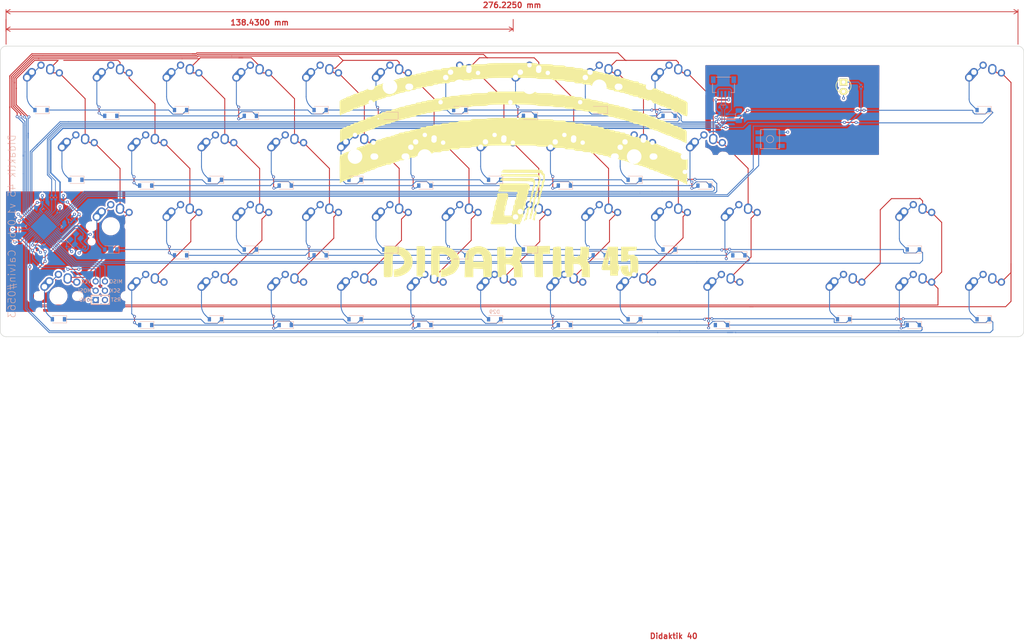
<source format=kicad_pcb>
(kicad_pcb (version 20211014) (generator pcbnew)
  (layers (0 "F.Cu" signal) (31 "B.Cu" signal) (34 "B.Paste" user) (35 "F.Paste" user) (36 "B.SilkS" user "B.Silkscreen") (37 "F.SilkS" user "F.Silkscreen") (38 "B.Mask" user) (39 "F.Mask" user) (44 "Edge.Cuts" user))
  (net 0 "")
  (net 1 "+5V")
  (net 2 "GND")
  (net 3 "Net-(C3-Pad2)")
  (net 4 "Net-(C4-Pad2)")
  (net 5 "Net-(C6-Pad1)")
  (net 6 "ROW0")
  (net 7 "Net-(D1-Pad2)")
  (net 8 "ROW2")
  (net 9 "Net-(D2-Pad2)")
  (net 10 "ROW4")
  (net 11 "Net-(D3-Pad2)")
  (net 12 "ROW6")
  (net 13 "Net-(D4-Pad2)")
  (net 14 "ROW1")
  (net 15 "Net-(D5-Pad2)")
  (net 16 "ROW3")
  (net 17 "Net-(D6-Pad2)")
  (net 18 "ROW5")
  (net 19 "Net-(D7-Pad2)")
  (net 20 "ROW7")
  (net 21 "Net-(D8-Pad2)")
  (net 22 "Net-(D9-Pad2)")
  (net 23 "Net-(D10-Pad2)")
  (net 24 "Net-(D11-Pad2)")
  (net 25 "Net-(D12-Pad2)")
  (net 26 "Net-(D13-Pad2)")
  (net 27 "Net-(D14-Pad2)")
  (net 28 "Net-(D15-Pad2)")
  (net 29 "Net-(D16-Pad2)")
  (net 30 "Net-(D17-Pad2)")
  (net 31 "Net-(D18-Pad2)")
  (net 32 "Net-(D19-Pad2)")
  (net 33 "Net-(D20-Pad2)")
  (net 34 "Net-(D21-Pad2)")
  (net 35 "Net-(D22-Pad2)")
  (net 36 "Net-(D23-Pad2)")
  (net 37 "Net-(D24-Pad2)")
  (net 38 "D-")
  (net 39 "D+")
  (net 40 "VCC")
  (net 41 "Net-(D26-Pad2)")
  (net 42 "Net-(D27-Pad2)")
  (net 43 "Net-(D28-Pad2)")
  (net 44 "Net-(D29-Pad2)")
  (net 45 "Net-(D30-Pad2)")
  (net 46 "Net-(D31-Pad2)")
  (net 47 "Net-(D32-Pad2)")
  (net 48 "Net-(D33-Pad2)")
  (net 49 "Net-(D34-Pad2)")
  (net 50 "Net-(D35-Pad2)")
  (net 51 "Net-(D36-Pad2)")
  (net 52 "Net-(D37-Pad2)")
  (net 53 "Net-(D38-Pad2)")
  (net 54 "Net-(D39-Pad2)")
  (net 55 "Net-(D40-Pad2)")
  (net 56 "Net-(D41-Pad2)")
  (net 57 "Net-(R1-Pad2)")
  (net 58 "Net-(R2-Pad2)")
  (net 59 "MISO")
  (net 60 "Net-(R4-Pad1)")
  (net 61 "COL0")
  (net 62 "COL1")
  (net 63 "COL2")
  (net 64 "COL3")
  (net 65 "COL4")
  (net 69 "SCK")
  (net 70 "MOSI")
  (net 74 "Net-(D42-Pad2)")
  (net 75 "Net-(D43-Pad2)")
  (net 76 "LED Power")
  (net 77 "Net-(D44-Pad2)")
  (net 78 "Net-(D45-Pad2)")
  (net 79 "Net-(D46-Pad2)")
  (net 80 "Net-(D47-Pad2)")
  (net 81 "COL5")
  (net 82 "COL6")
  (net 84 "RESET")
  (footprint "Keebio-Parts:MX-Alps-Choc-1U-NoLED" (layer "F.Cu") (at 29.845 58.6105)
    (fp_text reference "SW3" hide)
    (fp_text value "SW_Push_45deg")
  )
  (footprint "Keebio-Parts:MX-Alps-Choc-1U-NoLED" (layer "F.Cu") (at 115.57 77.6605)
    (fp_text reference "SW20" hide)
    (fp_text value "SW_Push_45deg")
  )
  (footprint "Keebio-Parts:MX-Alps-Choc-1U-NoLED" (layer "F.Cu") (at 58.42 39.5605)
    (fp_text reference "SW10" hide)
    (fp_text value "SW_Push_45deg")
  )
  (footprint "Keebio-Parts:MX-Alps-Choc-1U-NoLED" (layer "F.Cu") (at 48.895 96.7105)
    (fp_text reference "SW9" hide)
    (fp_text value "SW_Push_45deg")
  )
  (footprint "Keebio-Parts:MX-Alps-Choc-1U-NoLED" (layer "F.Cu") (at 77.47 77.6605)
    (fp_text reference "SW12" hide)
    (fp_text value "SW_Push_45deg")
  )
  (footprint "Keebio-Parts:MX-Alps-Choc-1U-NoLED" (layer "F.Cu") (at 163.195 58.6105)
    (fp_text reference "SW31" hide)
    (fp_text value "SW_Push_45deg")
  )
  (footprint "Keebio-Parts:MX-Alps-Choc-1U-NoLED" (layer "F.Cu") (at 125.095 58.6105)
    (fp_text reference "SW23" hide)
    (fp_text value "SW_Push_45deg")
  )
  (footprint "Keebio-Parts:MX-Alps-Choc-1U-NoLED" (layer "F.Cu") (at 25.0825 96.7105)
    (fp_text reference "SW5" hide)
    (fp_text value "SW_Push_45deg")
  )
  (footprint "Keebio-Parts:MX-Alps-Choc-1U-NoLED" (layer "F.Cu") (at 210.82 77.6605)
    (fp_text reference "SW40" hide)
    (fp_text value "SW_Push_45deg")
  )
  (footprint "Keebio-Parts:MX-Alps-Choc-1U-NoLED" (layer "F.Cu") (at 172.72 39.5605)
    (fp_text reference "SW34" hide)
    (fp_text value "SW_Push_45deg")
  )
  (footprint "Keebio-Parts:MX-Alps-Choc-1U-NoLED" (layer "F.Cu") (at 106.045 58.6105)
    (fp_text reference "SW19" hide)
    (fp_text value "SW_Push_45deg")
  )
  (footprint "Keebio-Parts:MX-Alps-Choc-1U-NoLED" (layer "F.Cu") (at 144.145 58.6105)
    (fp_text reference "SW27" hide)
    (fp_text value "SW_Push_45deg")
  )
  (footprint "Keebio-Parts:MX-Alps-Choc-1U-NoLED" (layer "F.Cu") (at 191.77 39.5605)
    (fp_text reference "SW38" hide)
    (fp_text value "SW_Push_45deg")
  )
  (footprint "Keebio-Parts:MX-Alps-Choc-1U-NoLED" (layer "F.Cu") (at 86.995 58.6105)
    (fp_text reference "SW15" hide)
    (fp_text value "SW_Push_45deg")
  )
  (footprint "Keebio-Parts:MX-Alps-Choc-1U-NoLED" (layer "F.Cu") (at 172.72 77.6605)
    (fp_text reference "SW32" hide)
    (fp_text value "SW_Push_45deg")
  )
  (footprint "Keebio-Parts:MX-Alps-Choc-1U-NoLED" (layer "F.Cu") (at 106.045 96.7105)
    (fp_text reference "SW21" hide)
    (fp_text value "SW_Push_45deg")
  )
  (footprint "Keebio-Parts:MX-Alps-Choc-1U-NoLED" (layer "F.Cu") (at 48.895 58.6105)
    (fp_text reference "SW7" hide)
    (fp_text value "SW_Push_45deg")
  )
  (footprint "Keebio-Parts:MX-Alps-Choc-1U-NoLED" (layer "F.Cu") (at 67.945 58.6105)
    (fp_text reference "SW11" hide)
    (fp_text value "SW_Push_45deg")
  )
  (footprint "Keebio-Parts:MX-Alps-Choc-1U-NoLED" (layer "F.Cu") (at 77.47 39.5605)
    (fp_text reference "SW14" hide)
    (fp_text value "SW_Push_45deg")
  )
  (footprint "LOGO" (layer "F.Cu") (at 149.225 65.0875)
    (fp_text reference "G***" hide)
    (fp_text value "LOGO" hide)
  )
  (footprint "Keebio-Parts:MX-Alps-Choc-1U-NoLED" (layer "F.Cu") (at 277.495 96.7105)
    (fp_text reference "SW46" hide)
    (fp_text value "SW_Push_45deg")
  )
  (footprint "Keebio-Parts:MX-Alps-Choc-1U-NoLED" (layer "F.Cu") (at 206.0575 96.7105)
    (fp_text reference "SW41" hide)
    (fp_text value "SW_Push_45deg")
  )
  (footprint "Keebio-Parts:MX-Alps-Choc-1U-NoLED" (layer "F.Cu") (at 258.445 96.7105)
    (fp_text reference "SW44" hide)
    (fp_text value "SW_Push_45deg")
  )
  (footprint "Keebio-Parts:MX-Alps-Choc-1U-NoLED" (layer "F.Cu") (at 153.67 39.5605)
    (fp_text reference "SW30" hide)
    (fp_text value "SW_Push_45deg")
  )
  (footprint "Keebio-Parts:MX-Alps-Choc-1U-NoLED" (layer "F.Cu") (at 58.42 77.6605)
    (fp_text reference "SW8" hide)
    (fp_text value "SW_Push_45deg")
  )
  (footprint "Keebio-Parts:MX-Alps-Choc-1U-NoLED" (layer "F.Cu") (at 96.52 39.5605)
    (fp_text reference "SW18" hide)
    (fp_text value "SW_Push_45deg")
  )
  (footprint "Keebio-Parts:MX-Alps-Choc-1U-NoLED" (layer "F.Cu") (at 134.62 77.6605)
    (fp_text reference "SW24" hide)
    (fp_text value "SW_Push_45deg")
  )
  (footprint "Keebio-Parts:MX-Alps-Choc-1U-NoLED" (layer "F.Cu") (at 20.32 39.5605)
    (fp_text reference "SW2" hide)
    (fp_text value "SW_Push_45deg")
  )
  (footprint "Keebio-Parts:MX-Alps-Choc-1U-NoLED" (layer "F.Cu") (at 153.67 77.6605)
    (fp_text reference "SW28" hide)
    (fp_text value "SW_Push_45deg")
  )
  (footprint "Keebio-Parts:MX-Alps-Choc-1U-NoLED" (layer "F.Cu") (at 67.945 96.7105)
    (fp_text reference "SW13" hide)
    (fp_text value "SW_Push_45deg")
  )
  (footprint "Keebio-Parts:MX-Alps-Choc-1U-NoLED" (layer "F.Cu") (at 191.77 77.6605)
    (fp_text reference "SW36" hide)
    (fp_text value "SW_Push_45deg")
  )
  (footprint "Keebio-Parts:MX-Alps-Choc-1U-NoLED" (layer "F.Cu") (at 39.37 39.5605)
    (fp_text reference "SW6" hide)
    (fp_text value "SW_Push_45deg")
  )
  (footprint "Keebio-Parts:MX-Alps-Choc-1U-NoLED" (layer "F.Cu") (at 125.095 96.7105)
    (fp_text reference "SW25" hide)
    (fp_text value "SW_Push_45deg")
  )
  (footprint "Keebio-Parts:LED_3mm" (layer "F.Cu") (at 239.395 39.5605 90)
    (fp_text reference "D42" hide)
    (fp_text value "LED" hide)
  )
  (footprint "Keebio-Parts:MX-Alps-Choc-1U-NoLED" (layer "F.Cu") (at 134.62 39.5605)
    (fp_text reference "SW26" hide)
    (fp_text value "SW_Push_45deg")
  )
  (footprint "Keebio-Parts:MX-Alps-Choc-1U-NoLED" (layer "F.Cu") (at 182.245 58.6105)
    (fp_text reference "SW35" hide)
    (fp_text value "SW_Push_45deg")
  )
  (footprint "Keebio-Parts:MX-Alps-Choc-1U-NoLED" (layer "F.Cu") (at 39.37 77.6605)
    (fp_text reference "SW4" hide)
    (fp_text value "SW_Push_45deg")
  )
  (footprint "Keebio-Parts:MX-Alps-Choc-1U-NoLED" (layer "F.Cu") (at 182.245 96.7105)
    (fp_text reference "SW37" hide)
    (fp_text value "SW_Push_45deg")
  )
  (footprint "Keebio-Parts:MX-Alps-Choc-1U-NoLED" (layer "F.Cu") (at 201.295 58.6105)
    (fp_text reference "SW39" hide)
    (fp_text value "SW_Push_45deg")
  )
  (footprint "Keebio-Parts:MX-Alps-Choc-1U-NoLED" (layer "F.Cu") (at 115.57 39.5605)
    (fp_text reference "SW22" hide)
    (fp_text value "SW_Push_45deg")
  )
  (footprint "Keebio-Parts:MX-Alps-Choc-1U-NoLED" (layer "F.Cu") (at 258.445 77.6605)
    (fp_text reference "SW43" hide)
    (fp_text value "SW_Push_45deg")
  )
  (footprint "Keebio-Parts:MX-Alps-Choc-1U-NoLED" (layer "F.Cu") (at 96.52 77.6605)
    (fp_text reference "SW16" hide)
    (fp_text value "SW_Push_45deg")
  )
  (footprint "Keebio-Parts:MX-Alps-Choc-1U-NoLED" (layer "F.Cu") (at 163.195 96.7105)
    (fp_text reference "SW33" hide)
    (fp_text value "SW_Push_45deg")
  )
  (footprint "Keebio-Parts:MX-Alps-Choc-1U-NoLED" (layer "F.Cu") (at 277.495 39.5605)
    (fp_text reference "SW45" hide)
    (fp_text value "SW_Push_45deg")
  )
  (footprint "LOGO" (layer "F.Cu") (at 149.225 87.3125)
    (fp_text reference "G***" hide)
    (fp_text value "LOGO" hide)
  )
  (footprint "Keebio-Parts:MX-Alps-Choc-1U-NoLED" (layer "F.Cu") (at 144.145 96.7105)
    (fp_text reference "SW29" hide)
    (fp_text value "SW_Push_45deg")
  )
  (footprint "Keebio-Parts:MX-Alps-Choc-1U-NoLED" (layer "F.Cu") (at 86.995 96.7105)
    (fp_text reference "SW17" hide)
    (fp_text value "SW_Push_45deg")
  )
  (footprint "Keebio-Parts:MX-Alps-Choc-1U-NoLED" (layer "F.Cu") (at 239.395 96.7105)
    (fp_text reference "SW42" hide)
    (fp_text value "SW_Push_45deg")
  )
  (footprint "Diode_SMD:D_SOD-123" (layer "B.Cu") (at 144.145 103.0605 180)
    (fp_text reference "D29")
    (fp_text value "D_Small")
  )
  (footprint "Diode_SMD:D_SOD-123" (layer "B.Cu") (at 258.445 104.648 180)
    (fp_text reference "D45" hide)
    (fp_text value "D_Small")
  )
  (footprint "Diode_SMD:D_SOD-123" (layer "B.Cu") (at 48.895 66.548 180)
    (fp_text reference "D6" hide)
    (fp_text value "D_Small")
  )
  (footprint "Capacitor_SMD:C_0402_1005Metric" (layer "B.Cu") (at 20.701 70.5485 90)
    (fp_text reference "C1" hide)
    (fp_text value "0.1uF")
  )
  (footprint "Diode_SMD:D_SOD-123" (layer "B.Cu") (at 86.995 66.548 180)
    (fp_text reference "D14" hide)
    (fp_text value "D_Small")
  )
  (footprint "Diode_SMD:D_SOD-123" (layer "B.Cu") (at 210.82 85.598 180)
    (fp_text reference "D40" hide)
    (fp_text value "D_Small")
  )
  (footprint "Diode_SMD:D_SOD-123" (layer "B.Cu") (at 48.895 104.648 180)
    (fp_text reference "D8" hide)
    (fp_text value "D_Small")
  )
  (footprint "Diode_SMD:D_SOD-123" (layer "B.Cu") (at 39.37 84.0105 180)
    (fp_text reference "D3" hide)
    (fp_text value "D_Small")
  )
  (footprint "Diode_SMD:D_SOD-123" (layer "B.Cu") (at 191.77 84.0105 180)
    (fp_text reference "D36" hide)
    (fp_text value "D_Small")
  )
  (footprint "Diode_SMD:D_SOD-123" (layer "B.Cu") (at 172.72 85.598 180)
    (fp_text reference "D32" hide)
    (fp_text value "D_Small")
  )
  (footprint "Capacitor_SMD:C_0402_1005Metric" (layer "B.Cu") (at 32.0675 83.602169 45)
    (fp_text reference "C4" hide)
    (fp_text value "22pF")
  )
  (footprint "Diode_SMD:D_SOD-123" (layer "B.Cu") (at 20.32 45.9105 180)
    (fp_text reference "D1" hide)
    (fp_text value "D_Small")
  )
  (footprint "Resistor_SMD:R_0402_1005Metric" (layer "B.Cu") (at 244.1575 39.5605 90)
    (fp_text reference "R5" hide)
    (fp_text value "220 ohm")
  )
  (footprint "Resistor_SMD:R_0402_1005Metric" (layer "B.Cu") (at 13.97 78.5495 180)
    (fp_text reference "R4" hide)
    (fp_text value "10k")
  )
  (footprint "Crystal:Crystal_SMD_3225-4Pin_3.2x2.5mm" (layer "B.Cu") (at 29.718 81.157419 45)
    (fp_text reference "Y1" hide)
    (fp_text value "Crystal_GND24_Small")
  )
  (footprint "Diode_SMD:D_SOD-123" (layer "B.Cu") (at 96.52 85.598 180)
    (fp_text reference "D15" hide)
    (fp_text value "D_Small")
  )
  (footprint "Package_DFN_QFN:QFN-44-1EP_7x7mm_P0.5mm_EP5.2x5.2mm" (layer "B.Cu") (at 21.082 77.7875 -135)
    (fp_text reference "U1" hide)
    (fp_text value "ATmega32U4-M")
  )
  (footprint "Package_TO_SOT_SMD:SOT-143" (layer "B.Cu") (at 206.5575 46.0875)
    (fp_text reference "D25" hide)
    (fp_text value "PRTR5V0U2X")
  )
  (footprint "Diode_SMD:D_SOD-123" (layer "B.Cu") (at 172.72 45.9105 180)
    (fp_text reference "D34" hide)
    (fp_text value "D_Small")
  )
  (footprint "Diode_SMD:D_SOD-123" (layer "B.Cu") (at 134.62 85.598 180)
    (fp_text reference "D23" hide)
    (fp_text value "D_Small")
  )
  (footprint "Diode_SMD:D_SOD-123" (layer "B.Cu") (at 115.57 47.498 180)
    (fp_text reference "D21" hide)
    (fp_text value "D_Small")
  )
  (footprint "Diode_SMD:D_SOD-123" (layer "B.Cu") (at 201.295 66.548 180)
    (fp_text reference "D39" hide)
    (fp_text value "D_Small")
  )
  (footprint "Diode_SMD:D_SOD-123" (layer "B.Cu") (at 153.67 47.498 180)
    (fp_text reference "D30" hide)
    (fp_text value "D_Small")
  )
  (footprint "Diode_SMD:D_SOD-123" (layer "B.Cu") (at 206.0575 104.648 180)
    (fp_text reference "D41" hide)
    (fp_text value "D_Small")
  )
  (footprint "Diode_SMD:D_SOD-123" (layer "B.Cu") (at 106.045 103.0605 180)
    (fp_text reference "D20" hide)
    (fp_text value "D_Small")
  )
  (footprint "Diode_SMD:D_SOD-123" (layer "B.Cu") (at 125.095 104.648 180)
    (fp_text reference "D24" hide)
    (fp_text value "D_Small")
  )
  (footprint "Diode_SMD:D_SOD-123" (layer "B.Cu") (at 134.62 45.9105 180)
    (fp_text reference "D26" hide)
    (fp_text value "D_Small")
  )
  (footprint "Diode_SMD:D_SOD-123" (layer "B.Cu") (at 125.095 66.548 180)
    (fp_text reference "D22" hide)
    (fp_text value "D_Small")
  )
  (footprint "Diode_SMD:D_SOD-123" (layer "B.Cu") (at 77.47 47.498 180)
    (fp_text reference "D13" hide)
    (fp_text value "D_Small")
  )
  (footprint "Capacitor_SMD:C_0402_1005Metric" (layer "B.Cu") (at 27.6505 83.538669 135)
    (fp_text reference "C3" hide)
    (fp_text value "22pF")
  )
  (footprint "Diode_SMD:D_SOD-123" (layer "B.Cu") (at 58.42 85.598 180)
    (fp_text reference "D7" hide)
    (fp_text value "D_Small")
  )
  (footprint "Diode_SMD:D_SOD-123" (layer "B.Cu") (at 25.0825 103.0605 180)
    (fp_text reference "D4" hide)
    (fp_text value "D_Small")
  )
  (footprint "Resistor_SMD:R_0402_1005Metric" (layer "B.Cu") (at 24.257 69.7865 -90)
    (fp_text reference "R2" hide)
    (fp_text value "22")
  )
  (footprint "Diode_SMD:D_SOD-123" (layer "B.Cu") (at 191.77 47.498 180)
    (fp_text reference "D38" hide)
    (fp_text value "D_Small")
  )
  (footprint "Resistor_SMD:R_0402_1005Metric" (layer "B.Cu") (at 28.194 76.2635 135)
    (fp_text reference "R3" hide)
    (fp_text value "10k")
  )
  (footprint "Diode_SMD:D_SOD-123" (layer "B.Cu") (at 163.195 66.548 180)
    (fp_text reference "D31" hide)
    (fp_text value "D_Small")
  )
  (footprint "Diode_SMD:D_SOD-123" (layer "B.Cu") (at 29.845 64.9605 180)
    (fp_text reference "D2" hide)
    (fp_text value "D_Small")
  )
  (footprint "Diode_SMD:D_SOD-123" (layer "B.Cu") (at 58.42 45.9105 180)
    (fp_text reference "D9" hide)
    (fp_text value "D_Small")
  )
  (footprint "Diode_SMD:D_SOD-123" (layer "B.Cu") (at 67.945 103.0605 180)
    (fp_text reference "D12" hide)
    (fp_text value "D_Small")
  )
  (footprint "Diode_SMD:D_SOD-123" (layer "B.Cu") (at 182.245 64.9605 180)
    (fp_text reference "D35" hide)
    (fp_text value "D_Small")
  )
  (footprint "Fuse:Fuse_1206_3216Metric" (layer "B.Cu") (at 210.82 47.4345 -90)
    (fp_text reference "F1" hide)
    (fp_text value "500mA")
  )
  (footprint "Diode_SMD:D_SOD-123" (layer "B.Cu") (at 163.195 104.648 180)
    (fp_text reference "D33" hide)
    (fp_text value "D_Small")
  )
  (footprint "Diode_SMD:D_SOD-123" (layer "B.Cu") (at 277.495 45.9105 180)
    (fp_text reference "D46" hide)
    (fp_text value "D_Small")
  )
  (footprint "Diode_SMD:D_SOD-123" (layer "B.Cu") (at 96.52 45.9105 180)
    (fp_text reference "D17" hide)
    (fp_text value "D_Small")
  )
  (footprint "Diode_SMD:D_SOD-123" (layer "B.Cu") (at 144.145 64.9605 180)
    (fp_text reference "D27" hide)
    (fp_text value "D_Small")
  )
  (footprint "Diode_SMD:D_SOD-123" (layer "B.Cu") (at 86.995 104.648 180)
    (fp_text reference "D16" hide)
    (fp_text value "D_Small")
  )
  (footprint "Diode_SMD:D_SOD-123" (layer "B.Cu") (at 153.67 84.0105 180)
    (fp_text reference "D28" hide)
    (fp_text value "D_Small")
  )
  (footprint "Diode_SMD:D_SOD-123" (layer "B.Cu") (at 106.045 64.9605 180)
    (fp_text reference "D18" hide)
    (fp_text value "D_Small")
  )
  (footprint "Diode_SMD:D_SOD-123" (layer "B.Cu") (at 277.495 103.0605 180)
    (fp_text reference "D47" hide)
    (fp_text value "D_Small")
  )
  (footprint "random-keyboard-parts:JST-SR-4" (layer "B.Cu") (at 206.629 36.72)
    (fp_text reference "J1" hide)
    (fp_text value "Conn_01x04_MountingPin")
  )
  (footprint "Diode_SMD:D_SOD-123" (layer "B.Cu") (at 39.37 47.498 180)
    (fp_text reference "D5" hide)
    (fp_text value "D_Small")
  )
  (footprint "Diode_SMD:D_SOD-123" (layer "B.Cu") (at 115.57 84.0105 180)
    (fp_text reference "D19" hide)
    (fp_text value "D_Small")
  )
  (footprint "Capacitor_SMD:C_0402_1005Metric" (layer "B.Cu") (at 15.113 75.3745 135)
    (fp_text reference "C5" hide)
    (fp_text value "0.1uF")
  )
  (footprint "Diode_SMD:D_SOD-123" (layer "B.Cu") (at 67.945 64.9605 180)
    (fp_text reference "D10" hide)
    (fp_text value "D_Small")
  )
  (footprint "Resistor_SMD:R_0402_1005Metric" (layer "B.Cu") (at 23.241 69.7865 -90)
    (fp_text reference "R1" hide)
    (fp_text value "22")
  )
  (footprint "Capacitor_SMD:C_0402_1005Metric" (layer "B.Cu") (at 29.083 75.3745 135)
    (fp_text reference "C7" hide)
    (fp_text value "0.1uF")
  )
  (footprint "random-keyboard-parts:SKQG-1155865" (layer "B.Cu") (at 219.329 53.848)
    (fp_text reference "SW1" hide)
    (fp_text value "SW_Push")
  )
  (footprint "Capacitor_SMD:C_0402_1005Metric" (layer "B.Cu") (at 25.146 73.5965 45)
    (fp_text reference "C6" hide)
    (fp_text value "1uF")
  )
  (footprint "Diode_SMD:D_SOD-123" (layer "B.Cu") (at 258.445 84.0105 180)
    (fp_text reference "D44" hide)
    (fp_text value "D_Small")
  )
  (footprint "Diode_SMD:D_SOD-123" (layer "B.Cu") (at 239.395 103.0605 180)
    (fp_text reference "D43" hide)
    (fp_text value "D_Small")
  )
  (footprint "Diode_SMD:D_SOD-123" (layer "B.Cu") (at 182.245 103.0605 180)
    (fp_text reference "D37" hide)
    (fp_text value "D_Small")
  )
  (footprint "random-keyboard-parts:Reset_Pretty-Mask" (layer "B.Cu") (at 36.5125 95.25 180)
    (fp_text reference "J2")
    (fp_text value "AVR-ISP-6")
  )
  (footprint "Capacitor_SMD:C_0402_1005Metric" (layer "B.Cu") (at 19.177 83.7565 -45)
    (fp_text reference "C2" hide)
    (fp_text value "0.1uF")
  )
  (footprint "Capacitor_SMD:C_0402_1005Metric" (layer "B.Cu") (at 26.416 70.5485 90)
    (fp_text reference "C8" hide)
    (fp_text value "10uF")
  )
  (footprint "Diode_SMD:D_SOD-123" (layer "B.Cu") (at 77.47 84.0105 180)
    (fp_text reference "D11" hide)
    (fp_text value "D_Small")
  )
  (gr_arc (start 10.795 107.823) (mid 9.672468 107.358032) (end 9.2075 106.2355) (layer "Edge.Cuts") (width 0.15))
  (gr_line (start 10.795 28.448) (end 287.02 28.448) (layer "Edge.Cuts") (width 0.15))
  (gr_line (start 9.2075 106.2355) (end 9.2075 30.0355) (layer "Edge.Cuts") (width 0.15))
  (gr_arc (start 288.6075 106.2355) (mid 288.142532 107.358032) (end 287.02 107.823) (layer "Edge.Cuts") (width 0.15))
  (gr_line (start 287.02 107.823) (end 10.795 107.823) (layer "Edge.Cuts") (width 0.15))
  (gr_arc (start 287.02 28.448) (mid 288.142532 28.912968) (end 288.6075 30.0355) (layer "Edge.Cuts") (width 0.15))
  (gr_arc (start 9.2075 30.0355) (mid 9.672468 28.912968) (end 10.795 28.448) (layer "Edge.Cuts") (width 0.15))
  (gr_line (start 288.6075 30.0355) (end 288.6075 106.2355) (layer "Edge.Cuts") (width 0.15))
  (gr_text "Didaktik 40\n" (at 193.04 189.611) (layer "F.Cu") (effects (font (size 1.5 1.5) (thickness 0.3))))
  (gr_text "Didaktik 45 v1.0 by Calvin#0563" (at 12.3825 77.6605 90) (layer "B.SilkS") (effects (font (size 2 2)) (justify mirror)))
  (dimension (type aligned) (layer "F.Cu") (pts (xy 287.02 28.448) (xy 10.795 28.448)) (height 9.397999) (gr_text "276.2250 mm" (at 148.9075 17.250001) (layer "F.Cu") (effects (font (size 1.5 1.5) (thickness 0.3)))) (format (units 3) (units_format 1) (precision 4)) (style (thickness 0.2) (arrow_length 1.27) (text_position_mode 0) (extension_height 0.58642) (extension_offset 0.5) keep_text_aligned))
  (dimension (type aligned) (layer "F.Cu") (pts (xy 149.225 20.6375) (xy 10.795 20.6375)) (height -3.175) (gr_text "138.4300 mm" (at 80.01 22.0125) (layer "F.Cu") (effects (font (size 1.5 1.5) (thickness 0.3)))) (format (units 3) (units_format 1) (precision 4)) (style (thickness 0.2) (arrow_length 1.27) (text_position_mode 0) (extension_height 0.58642) (extension_offset 0.5) keep_text_aligned))
  (segment (start 30.988 76.5175) (end 21.336 86.1695) (width 0.2) (layer "F.Cu") (net 1))
  (segment (start 30.988 74.4855) (end 30.988 76.5175) (width 0.2) (layer "F.Cu") (net 1))
  (segment (start 27.559 71.0565) (end 30.988 74.4855) (width 0.2) (layer "F.Cu") (net 1))
  (segment (start 30.607 89.387) (end 30.586 89.408) (width 0.25) (layer "F.Cu") (net 1))
  (segment (start 14.351 76.1365) (end 19.304 71.1835) (width 0.2) (layer "F.Cu") (net 1))
  (segment (start 30.586 89.408) (end 27.686 89.408) (width 0.25) (layer "F.Cu") (net 1))
  (segment (start 14.351 80.5815) (end 14.351 76.1365) (width 0.2) (layer "F.Cu") (net 1))
  (segment (start 19.939 86.1695) (end 14.351 80.5815) (width 0.2) (layer "F.Cu") (net 1))
  (segment (start 21.336 86.1695) (end 19.939 86.1695) (width 0.2) (layer "F.Cu") (net 1))
  (via (at 27.559 71.0565) (size 0.8) (drill 0.4) (layers "F.Cu" "B.Cu") (net 1))
  (via (at 19.304 71.1835) (size 0.8) (drill 0.4) (layers "F.Cu" "B.Cu") (net 1))
  (via (at 30.607 89.387) (size 0.8) (drill 0.4) (layers "F.Cu" "B.Cu") (net 1))
  (via (at 18.034 84.2645) (size 0.8) (drill 0.4) (layers "F.Cu" "B.Cu") (net 1))
  (via (at 30.734 74.3585) (size 0.8) (drill 0.4) (layers "F.Cu" "B.Cu") (net 1))
  (via (at 27.686 89.408) (size 0.8) (drill 0.4) (layers "F.Cu" "B.Cu") (net 1))
  (via (at 14.351 76.1365) (size 0.8) (drill 0.4) (layers "F.Cu" "B.Cu") (net 1))
  (segment (start 205.518172 50.89) (end 203.327 50.89) (width 0.381) (layer "B.Cu") (net 1))
  (segment (start 18.034 84.2645) (end 18.034 86.614) (width 0.2) (layer "B.Cu") (net 1))
  (segment (start 18.034 86.614) (end 20.32 88.9) (width 0.2) (layer "B.Cu") (net 1))
  (segment (start 20.701 71.0285) (end 20.701 71.3105) (width 0.2) (layer "B.Cu") (net 1))
  (segment (start 20.066 72.9615) (end 20.066 73.214047) (width 0.381) (layer "B.Cu") (net 1))
  (segment (start 25.652865 80.237045) (end 25.652865 80.272455) (width 0.3) (layer "B.Cu") (net 1))
  (segment (start 22.987 54.203) (end 22.987 63.0555) (width 0.381) (layer "B.Cu") (net 1))
  (segment (start 20.546 71.1835) (end 20.701 71.0285) (width 0.2) (layer "B.Cu") (net 1))
  (segment (start 26.416 71.0285) (end 27.531 71.0285) (width 0.2) (layer "B.Cu") (net 1))
  (segment (start 18.837589 82.825911) (end 18.837589 83.417089) (width 0.2) (layer "B.Cu") (net 1))
  (segment (start 20.066 73.214047) (end 20.500758 73.648805) (width 0.381) (layer "B.Cu") (net 1))
  (segment (start 15.452411 75.713911) (end 16.933798 77.195298) (width 0.2) (layer "B.Cu") (net 1))
  (segment (start 29.972 76.2635) (end 29.972 76.388118) (width 0.3) (layer "B.Cu") (net 1))
  (segment (start 22.733 73.3425) (end 22.062182 74.013318) (width 0.2) (layer "B.Cu") (net 1))
  (segment (start 25.905035 80.4545) (end 25.908 80.4545) (width 0.3) (layer "B.Cu") (net 1))
  (segment (start 28.575 77.7875) (end 28.829 77.5335) (width 0.3) (layer "B.Cu") (net 1))
  (segment (start 20.32 88.9) (end 27.178 88.9) (width 0.2) (layer "B.Cu") (net 1))
  (segment (start 26.416 71.0285) (end 26.416 73.2155) (width 0.2) (layer "B.Cu") (net 1))
  (segment (start 22.062182 74.013318) (end 22.027755 74.013318) (width 0.2) (layer "B.Cu") (net 1))
  (segment (start 16.933798 77.195298) (end 16.954264 77.195298) (width 0.2) (layer "B.Cu") (net 1))
  (segment (start 26.007 71.0285) (end 26.416 71.0285) (width 0.381) (layer "B.Cu") (net 1))
  (segment (start 210.82 48.8345) (end 207.573672 48.8345) (width 0.381) (layer "B.Cu") (net 1))
  (segment (start 20.701 72.3265) (end 20.066 72.9615) (width 0.381) (layer "B.Cu") (net 1))
  (segment (start 35.179 89.281) (end 30.713 89.281) (width 0.25) (layer "B.Cu") (net 1))
  (segment (start 22.987 63.0555) (end 25.527 65.5955) (width 0.381) (layer "B.Cu") (net 1))
  (segment (start 35.2425 92.71) (end 35.2425 89.3445) (width 0.25) (layer "B.Cu") (net 1))
  (segment (start 28.575 77.785118) (end 28.575 77.7875) (width 0.3) (layer "B.Cu") (net 1))
  (segment (start 20.701 71.0285) (end 20.701 72.3265) (width 0.381) (layer "B.Cu") (net 1))
  (segment (start 15.452411 75.713911) (end 15.408589 75.713911) (width 0.2) (layer "B.Cu") (net 1))
  (segment (start 25.908 80.4545) (end 28.575 77.7875) (width 0.3) (layer "B.Cu") (net 1))
  (segment (start 20.136245 81.561682) (end 20.101818 81.561682) (width 0.2) (layer "B.Cu") (net 1))
  (segment (start 25.527 70.5485) (end 26.007 71.0285) (width 0.381) (layer "B.Cu") (net 1))
  (segment (start 23.850415 75.781085) (end 23.795522 75.781085) (width 0.2) (layer "B.Cu") (net 1))
  (segment (start 18.837589 83.460911) (end 18.034 84.2645) (width 0.2) (layer "B.Cu") (net 1))
  (segment (start 29.972 76.388118) (end 28.575 77.785118) (width 0.3) (layer "B.Cu") (net 1))
  (segment (start 28.554624 76.624124) (end 28.554624 76.581698) (width 0.381) (layer "B.Cu") (net 1))
  (segment (start 26.035 73.5965) (end 23.850415 75.781085) (width 0.2) (layer "B.Cu") (net 1))
  (segment (start 14.986 76.1365) (end 14.351 76.1365) (width 0.2) (layer "B.Cu") (net 1))
  (segment (start 24.502629 79.086809) (end 25.652865 80.237045) (width 0.3) (layer "B.Cu") (net 1))
  (segment (start 203.316 50.901) (end 26.289 50.901) (width 0.381) (layer "B.Cu") (net 1))
  (segment (start 26.416 73.2155) (end 26.035 73.5965) (width 0.2) (layer "B.Cu") (net 1))
  (segment (start 27.686 89.408) (end 27.178 88.9) (width 0.25) (layer "B.Cu") (net 1))
  (segment (start 20.101818 81.561682) (end 18.837589 82.825911) (width 0.2) (layer "B.Cu") (net 1))
  (segment (start 20.701 71.3105) (end 22.733 73.3425) (width 0.2) (layer "B.Cu") (net 1))
  (segment (start 27.531 71.0285) (end 27.559 71.0565) (width 0.2) (layer "B.Cu") (net 1))
  (segment (start 15.408589 75.713911) (end 14.986 76.1365) (width 0.2) (layer "B.Cu") (net 1))
  (segment (start 207.573672 48.8345) (end 205.518172 50.89) (width 0.381) (layer "B.Cu") (net 1))
  (segment (start 29.972 76.2635) (end 29.422411 75.713911) (width 0.3) (layer "B.Cu") (net 1))
  (segment (start 26.289 50.901) (end 22.987 54.203) (width 0.381) (layer "B.Cu") (net 1))
  (segment (start 35.2425 89.3445) (end 35.179 89.281) (width 0.25) (layer "B.Cu") (net 1))
  (segment (start 25.83491 80.4545) (end 25.905035 80.4545) (width 0.3) (layer "B.Cu") (net 1))
  (segment (start 28.554624 76.581698) (end 29.422411 75.713911) (width 0.381) (layer "B.Cu") (net 1))
  (segment (start 203.327 50.89) (end 203.316 50.901) (width 0.381) (layer "B.Cu") (net 1))
  (segment (start 18.837589 83.417089) (end 18.837589 83.460911) (width 0.2) (layer "B.Cu") (net 1))
  (segment (start 25.527 65.5955) (end 25.527 70.5485) (width 0.381) (layer "B.Cu") (net 1))
  (segment (start 30.713 89.281) (end 30.607 89.387) (width 0.25) (layer "B.Cu") (net 1))
  (segment (start 29.422411 75.670089) (end 30.734 74.3585) (width 0.3) (layer "B.Cu") (net 1))
  (segment (start 29.422411 75.713911) (end 29.422411 75.670089) (width 0.3) (layer "B.Cu") (net 1))
  (segment (start 19.304 71.1835) (end 20.546 71.1835) (width 0.2) (layer "B.Cu") (net 1))
  (segment (start 26.162 73.4695) (end 26.035 73.5965) (width 0.2) (layer "B.Cu") (net 1))
  (segment (start 25.652865 80.272455) (end 25.83491 80.4545) (width 0.3) (layer "B.Cu") (net 1))
  (segment (start 204.597 43.1325) (end 208.026 43.1325) (width 0.381) (layer "F.Cu") (net 2))
  (via (at 14.097 74.3585) (size 0.8) (drill 0.4) (layers "F.Cu" "B.Cu") (net 2))
  (via (at 28.702 84.582) (size 0.8) (drill 0.4) (layers "F.Cu" "B.Cu") (net 2))
  (via (at 29.464 74.3585) (size 0.8) (drill 0.4) (layers "F.Cu" "B.Cu") (net 2))
  (via (at 204.597 43.1325) (size 0.8) (drill 0.4) (layers "F.Cu" "B.Cu") (net 2))
  (via (at 20.193 84.7725) (size 0.8) (drill 0.4) (layers "F.Cu" "B.Cu") (net 2))
  (via (at 12.573 78.5495) (size 0.8) (drill 0.4) (layers "F.Cu" "B.Cu") (net 2))
  (via (at 204.597 47.9425) (size 0.8) (drill 0.4) (layers "F.Cu" "B.Cu") (net 2))
  (via (at 33.274 97.79) (size 0.8) (drill 0.4) (layers "F.Cu" "B.Cu") (net 2))
  (via (at 33.782 79.883) (size 0.8) (drill 0.4) (layers "F.Cu" "B.Cu") (net 2))
  (via (at 224.155 51.943) (size 0.8) (drill 0.4) (layers "F.Cu" "B.Cu") (net 2))
  (via (at 25.527 72.3265) (size 0.8) (drill 0.4) (layers "F.Cu" "B.Cu") (net 2))
  (via (at 20.701 69.2785) (size 0.8) (drill 0.4) (layers "F.Cu" "B.Cu") (net 2))
  (via (at 26.416 69.2785) (size 0.8) (drill 0.4) (layers "F.Cu" "B.Cu") (net 2))
  (via (at 239.395 42.672) (size 0.8) (drill 0.4) (layers "F.Cu" "B.Cu") (net 2))
  (via (at 30.734 84.963) (size 0.8) (drill 0.4) (layers "F.Cu" "B.Cu") (net 2))
  (via (at 208.026 43.1325) (size 0.8) (drill 0.4) (layers "F.Cu" "B.Cu") (net 2))
  (segment (start 13.46 78.5495) (end 12.573 78.5495) (width 0.2) (layer "B.Cu") (net 2))
  (segment (start 31.0515 77.978) (end 30.6705 77.597) (width 0.381) (layer "B.Cu") (net 2))
  (segment (start 32.1945 84.455) (end 32.4485 84.455) (width 0.381) (layer "B.Cu") (net 2))
  (segment (start 32.9565 80.899) (end 32.9565 79.883) (width 0.381) (layer "B.Cu") (net 2))
  (segment (start 27.989911 83.87808) (end 27.99808 83.87808) (width 0.381) (layer "B.Cu") (net 2))
  (segment (start 31.728089 83.988589) (end 32.1945 84.455) (width 0.381) (layer "B.Cu") (net 2))
  (segment (start 239.395 40.8305) (end 239.395 42.672) (width 0.25) (layer "B.Cu") (net 2))
  (segment (start 26.416 70.0685) (end 26.416 69.2785) (width 0.2) (layer "B.Cu") (net 2))
  (segment (start 32.4485 84.455) (end 33.2105 83.693) (width 0.381) (layer "B.Cu") (net 2))
  (segment (start 19.516411 84.095911) (end 20.193 84.7725) (width 0.2) (layer "B.Cu") (net 2))
  (segment (start 28.19942 83.87808) (end 29.541223 82.536277) (width 0.381) (layer "B.Cu") (net 2))
  (segment (start 24.149076 79.475772) (end 25.654 80.980696) (width 0.3) (layer "B.Cu") (net 2))
  (segment (start 205.5575 46.982) (end 204.597 47.9425) (width 0.381) (layer "B.Cu") (net 2))
  (segment (start 32.9565 79.883) (end 31.0515 77.978) (width 0.381) (layer "B.Cu") (net 2))
  (segment (start 33.2105 83.693) (end 33.2105 82.931) (width 0.381) (layer "B.Cu") (net 2))
  (segment (start 25.654 80.980696) (end 26.143804 80.980696) (width 0.3) (layer "B.Cu") (net 2))
  (segment (start 25.485411 72.368089) (end 25.527 72.3265) (width 0.381) (layer "B.Cu") (net 2))
  (segment (start 208.129 41.495) (end 208.129 43.0295) (width 0.25) (layer "B.Cu") (net 2))
  (segment (start 32.9565 79.883) (end 33.782 79.883) (width 0.381) (layer "B.Cu") (net 2))
  (segment (start 32.1945 81.788) (end 32.1945 81.661) (width 0.381) (layer "B.Cu") (net 2))
  (segment (start 31.728089 83.94158) (end 31.728089 83.968911) (width 0.381) (layer "B.Cu") (net 2))
  (segment (start 31.728089 83.968911) (end 30.734 84.963) (width 0.381) (layer "B.Cu") (net 2))
  (segment (start 29.648881 80.024457) (end 29.894777 79.778561) (width 0.381) (layer "B.Cu") (net 2))
  (segment (start 222.429 51.998) (end 224.1 51.998) (width 0.25) (layer "B.Cu") (net 2))
  (segment (start 204.597 45.877) (end 205.5575 46.8375) (width 0.381) (layer "B.Cu") (net 2))
  (segment (start 30.946526 83.94158) (end 29.541223 82.536277) (width 0.381) (layer "B.Cu") (net 2))
  (segment (start 26.143804 80.980696) (end 29.5275 77.597) (width 0.3) (layer "B.Cu") (net 2))
  (segment (start 24.149076 79.440362) (end 24.149076 79.475772) (width 0.3) (layer "B.Cu") (net 2))
  (segment (start 31.728089 83.94158) (end 31.728089 83.988589) (width 0.381) (layer "B.Cu") (net 2))
  (segment (start 35.2425 97.79) (end 33.274 97.79) (width 0.25) (layer "B.Cu") (net 2))
  (segment (start 27.989911 83.87808) (end 28.19942 83.87808) (width 0.381) (layer "B.Cu") (net 2))
  (segment (start 28.743589 75.035089) (end 28.787411 75.035089) (width 0.381) (layer "B.Cu") (net 2))
  (segment (start 20.701 70.0685) (end 20.701 69.2785) (width 0.2) (layer "B.Cu") (net 2))
  (segment (start 205.5575 46.8375) (end 205.5575 46.982) (width 0.381) (layer "B.Cu") (net 2))
  (segment (start 29.541223 82.536277) (end 29.648881 82.428619) (width 0.381) (layer "B.Cu") (net 2))
  (segment (start 204.597 43.1325) (end 204.597 45.877) (width 0.381) (layer "B.Cu") (net 2))
  (segment (start 208.129 43.0295) (end 208.026 43.1325) (width 0.25) (layer "B.Cu") (net 2))
  (segment (start 224.1 51.998) (end 224.155 51.943) (width 0.25) (layer "B.Cu") (net 2))
  (segment (start 33.2105 82.804) (end 32.1945 81.788) (width 0.381) (layer "B.Cu") (net 2))
  (segment (start 32.1945 81.661) (end 32.9565 80.899) (width 0.381) (layer "B.Cu") (net 2))
  (segment (start 29.648881 82.428619) (end 29.648881 80.024457) (width 0.381) (layer "B.Cu") (net 2))
  (segment (start 30.6705 77.597) (end 29.5275 77.597) (width 0.381) (layer "B.Cu") (net 2))
  (segment (start 25.485411 73.257089) (end 25.485411 72.368089) (width 0.381) (layer "B.Cu") (net 2))
  (segment (start 28.787411 75.035089) (end 29.464 74.3585) (width 0.381) (layer "B.Cu") (net 2))
  (segment (start 27.99808 83.87808) (end 28.702 84.582) (width 0.381) (layer "B.Cu") (net 2))
  (segment (start 33.2105 82.931) (end 33.2105 82.804) (width 0.381) (layer "B.Cu") (net 2))
  (segment (start 208.0575 43.101) (end 208.026 43.1325) (width 0.381) (layer "B.Cu") (net 2))
  (segment (start 31.728089 83.94158) (end 30.946526 83.94158) (width 0.381) (layer "B.Cu") (net 2))
  (segment (start 14.773589 75.035089) (end 14.097 74.3585) (width 0.2) (layer "B.Cu") (net 2))
  (segment (start 27.311089 82.362249) (end 28.339142 81.334196) (width 0.25) (layer "B.Cu") (net 3))
  (segment (start 27.767642 81.905696) (end 28.339142 81.334196) (width 0.25) (layer "B.Cu") (net 3))
  (segment (start 23.441969 80.147469) (end 25.200196 81.905696) (width 0.25) (layer "B.Cu") (net 3))
  (segment (start 27.311089 83.199258) (end 27.311089 82.362249) (width 0.25) (layer "B.Cu") (net 3))
  (segment (start 25.200196 81.905696) (end 27.767642 81.905696) (width 0.25) (layer "B.Cu") (net 3))
  (segment (start 32.406911 83.262758) (end 31.096858 81.952705) (width 0.25) (layer "B.Cu") (net 4))
  (segment (start 25.386592 81.455696) (end 26.340556 81.455696) (width 0.25) (layer "B.Cu") (net 4))
  (segment (start 31.8135 80.264) (end 31.096858 80.980642) (width 0.25) (layer "B.Cu") (net 4))
  (segment (start 23.795522 79.793915) (end 23.795522 79.864626) (width 0.25) (layer "B.Cu") (net 4))
  (segment (start 31.096858 81.952705) (end 31.096858 80.980642) (width 0.25) (layer "B.Cu") (net 4))
  (segment (start 26.340556 81.455696) (end 29.5275 78.268752) (width 0.25) (layer "B.Cu") (net 4))
  (segment (start 31.8135 79.665169) (end 31.8135 80.264) (width 0.25) (layer "B.Cu") (net 4))
  (segment (start 29.5275 78.268169) (end 30.4165 78.268169) (width 0.25) (layer "B.Cu") (net 4))
  (segment (start 29.5275 78.268752) (end 29.5275 78.268169) (width 0.25) (layer "B.Cu") (net 4))
  (segment (start 23.795522 79.864626) (end 25.386592 81.455696) (width 0.25) (layer "B.Cu") (net 4))
  (segment (start 30.4165 78.268169) (end 31.8135 79.665169) (width 0.25) (layer "B.Cu") (net 4))
  (segment (start 24.806589 74.062911) (end 24.806589 73.935911) (width 0.25) (layer "B.Cu") (net 5))
  (segment (start 23.441969 75.427531) (end 24.806589 74.062911) (width 0.25) (layer "B.Cu") (net 5))
  (segment (start 206.375 50.673) (end 204.724 49.022) (width 0.25) (layer "F.Cu") (net 6))
  (segment (start 205.508 48.387) (end 210.82 48.387) (width 0.25) (layer "F.Cu") (net 6))
  (segment (start 207.264 50.673) (end 206.375 50.673) (width 0.25) (layer "F.Cu") (net 6))
  (segment (start 242.824 49.276) (end 239.649 49.276) (width 0.25) (layer "F.Cu") (net 6))
  (segment (start 189.222825 45.776325) (end 189.23 45.7835) (width 0.25) (layer "F.Cu") (net 6))
  (segment (start 243.205 45.974) (end 244.983 45.974) (width 0.25) (layer "F.Cu") (net 6))
  (segment (start 187.071 45.9105) (end 187.205175 45.776325) (width 0.25) (layer "F.Cu") (net 6))
  (segment (start 187.205175 45.776325) (end 189.222825 45.776325) (width 0.25) (layer "F.Cu") (net 6))
  (segment (start 210.82 48.387) (end 213.233 45.974) (width 0.25) (layer "F.Cu") (net 6))
  (via (at 189.23 45.7835) (size 0.8) (drill 0.4) (layers "F.Cu" "B.Cu") (net 6))
  (via (at 187.071 45.9105) (size 0.8) (drill 0.4) (layers "F.Cu" "B.Cu") (net 6))
  (via (at 243.205 45.974) (size 0.8) (drill 0.4) (layers "F.Cu" "B.Cu") (net 6))
  (via (at 239.649 49.276) (size 0.8) (drill 0.4) (layers "F.Cu" "B.Cu") (net 6))
  (via (at 242.824 49.276) (size 0.8) (drill 0.4) (layers "F.Cu" "B.Cu") (net 6))
  (via (at 204.724 49.022) (size 0.8) (drill 0.4) (layers "F.Cu" "B.Cu") (net 6))
  (via (at 213.233 45.974) (size 0.8) (drill 0.4) (layers "F.Cu" "B.Cu") (net 6))
  (via (at 244.983 45.974) (size 0.8) (drill 0.4) (layers "F.Cu" "B.Cu") (net 6))
  (via (at 207.264 50.673) (size 0.8) (drill 0.4) (layers "F.Cu" "B.Cu") (net 6))
  (via (at 205.508 48.387) (size 0.8) (drill 0.4) (layers "F.Cu" "B.Cu") (net 6))
  (segment (start 55.1815 45.9105) (end 56.319 47.048) (width 0.25) (layer "B.Cu") (net 6))
  (segment (start 239.649 49.276) (end 213.36 49.276) (width 0.25) (layer "B.Cu") (net 6))
  (segment (start 94.234 46.99) (end 97.0905 46.99) (width 0.25) (layer "B.Cu") (net 6))
  (segment (start 274.574 45.974) (end 274.701 46.101) (width 0.25) (layer "B.Cu") (net 6))
  (segment (start 17.838 57.4095) (end 17.838 73.1465) (width 0.25) (layer "B.Cu") (net 6))
  (segment (start 194.749 49.5355) (end 194.4315 49.5355) (width 0.25) (layer "B.Cu") (net 6))
  (segment (start 274.701 46.4665) (end 275.2245 46.99) (width 0.25) (layer "B.Cu") (net 6))
  (segment (start 193.3575 45.7835) (end 195.072 47.498) (width 0.25) (layer "B.Cu") (net 6))
  (segment (start 194.4425 49.5245) (end 194.4315 49.5355) (width 0.25) (layer "B.Cu") (net 6))
  (segment (start 25.723392 49.5355) (end 19.315392 55.9435) (width 0.25) (layer "B.Cu") (net 6))
  (segment (start 170.619 47.048) (end 173.2325 47.048) (width 0.25) (layer "B.Cu") (net 6))
  (segment (start 93.1545 45.9105) (end 94.234 46.99) (width 0.25) (layer "B.Cu") (net 6))
  (segment (start 169.4815 45.9105) (end 170.619 47.048) (width 0.25) (layer "B.Cu") (net 6))
  (segment (start 97.0905 46.99) (end 98.17 45.9105) (width 0.25) (layer "B.Cu") (net 6))
  (segment (start 205.344598 48.550402) (end 205.508 48.387) (width 0.25) (layer "B.Cu") (net 6))
  (segment (start 136.27 45.9105) (end 169.4815 45.9105) (width 0.25) (layer "B.Cu") (net 6))
  (segment (start 132.207 46.99) (end 135.1905 46.99) (width 0.25) (layer "B.Cu") (net 6))
  (segment (start 131.1275 45.9105) (end 132.207 46.99) (width 0.25) (layer "B.Cu") (net 6))
  (segment (start 195.072 48.768) (end 195.453 49.149) (width 0.25) (layer "B.Cu") (net 6))
  (segment (start 213.36 49.276) (end 212.344 50.292) (width 0.25) (layer "B.Cu") (net 6))
  (segment (start 279.145 45.9105) (end 278.0655 46.99) (width 0.25) (layer "B.Cu") (net 6))
  (segment (start 211.963 50.673) (end 207.264 50.673) (width 0.25) (layer "B.Cu") (net 6))
  (segment (start 205.014403 48.550402) (end 205.344598 48.550402) (width 0.25) (layer "B.Cu") (net 6))
  (segment (start 213.233 45.974) (end 243.205 45.974) (width 0.25) (layer "B.Cu") (net 6))
  (segment (start 17.838 73.1465) (end 18.905088 74.213588) (width 0.25) (layer "B.Cu") (net 6))
  (segment (start 19.304 55.9435) (end 17.838 57.4095) (width 0.25) (layer "B.Cu") (net 6))
  (segment (start 173.2325 47.048) (end 174.37 45.9105) (width 0.25) (layer "B.Cu") (net 6))
  (segment (start 58.9325 47.048) (end 60.07 45.9105) (width 0.25) (layer "B.Cu") (net 6))
  (segment (start 279.4635 45.9105) (end 280.162 46.609) (width 0.25) (layer "B.Cu") (net 6))
  (segment (start 204.415805 49.149) (end 205.014403 48.550402) (width 0.25) (layer "B.Cu") (net 6))
  (segment (start 204.2215 49.5245) (end 194.4425 49.5245) (width 0.25) (layer "B.Cu") (net 6))
  (segment (start 18.905088 74.213588) (end 18.922302 74.213588) (width 0.25) (layer "B.Cu") (net 6))
  (segment (start 135.1905 46.99) (end 136.27 45.9105) (width 0.25) (layer "B.Cu") (net 6))
  (segment (start 244.983 45.974) (end 274.574 45.974) (width 0.25) (layer "B.Cu") (net 6))
  (segment (start 60.07 45.9105) (end 93.1545 45.9105) (width 0.25) (layer "B.Cu") (net 6))
  (segment (start 212.344 50.292) (end 211.963 50.673) (width 0.25) (layer "B.Cu") (net 6))
  (segment (start 56.319 47.048) (end 58.9325 47.048) (width 0.25) (layer "B.Cu") (net 6))
  (segment (start 19.315392 55.9435) (end 19.304 55.9435) (width 0.25) (layer "B.Cu") (net 6))
  (segment (start 276.987 49.403) (end 242.951 49.403) (width 0.25) (layer "B.Cu") (net 6))
  (segment (start 274.701 46.101) (end 274.701 46.4665) (width 0.25) (layer "B.Cu") (net 6))
  (segment (start 98.17 45.9105) (end 131.1275 45.9105) (width 0.25) (layer "B.Cu") (net 6))
  (segment (start 195.453 49.149) (end 204.415805 49.149) (width 0.25) (layer "B.Cu") (net 6))
  (segment (start 21.97 45.9105) (end 55.1815 45.9105) (width 0.25) (layer "B.Cu") (net 6))
  (segment (start 174.37 45.9105) (end 187.071 45.9105) (width 0.25) (layer "B.Cu") (net 6))
  (segment (start 189.23 45.7835) (end 193.3575 45.7835) (width 0.25) (layer "B.Cu") (net 6))
  (segment (start 242.951 49.403) (end 242.824 49.276) (width 0.25) (layer "B.Cu") (net 6))
  (segment (start 275.2245 46.99) (end 275.717 46.99) (width 0.25) (layer "B.Cu") (net 6))
  (segment (start 195.072 47.498) (end 195.072 48.768) (width 0.25) (layer "B.Cu") (net 6))
  (segment (start 18.922302 74.213588) (end 19.429138 74.720424) (width 0.25) (layer "B.Cu") (net 6))
  (segment (start 280.162 46.609) (end 277.368 49.403) (width 0.25) (layer "B.Cu") (net 6))
  (segment (start 277.368 49.403) (end 276.987 49.403) (width 0.25) (layer "B.Cu") (net 6))
  (segment (start 279.145 45.9105) (end 279.4635 45.9105) (width 0.25) (layer "B.Cu") (net 6))
  (segment (start 194.4315 49.5355) (end 25.723392 49.5355) (width 0.25) (layer "B.Cu") (net 6))
  (segment (start 278.0655 46.99) (end 275.717 46.99) (width 0.25) (layer "B.Cu") (net 6))
  (segment (start 204.724 49.022) (end 204.2215 49.5245) (width 0.25) (layer "B.Cu") (net 6))
  (segment (start 16.51 37.946809) (end 16.51 42.223149) (width 0.25) (layer "B.Cu") (net 7))
  (segment (start 17.59 44.8305) (end 18.67 45.9105) (width 0.25) (layer "B.Cu") (net 7))
  (segment (start 17.164999 36.365499) (end 17.766966 35.763533) (width 0.25) (layer "B.Cu") (net 7))
  (segment (start 18.632132 35.348367) (end 20.32 33.6605) (width 0.25) (layer "B.Cu") (net 7))
  (segment (start 17.895 35.5605) (end 18.12 35.5605) (width 0.25) (layer "B.Cu") (net 7))
  (arc (start 18.632132 35.348367) (mid 18.397163 35.505368) (end 18.12 35.5605) (width 0.25) (layer "B.Cu") (net 7))
  (arc (start 17.164999 36.365499) (mid 16.680228 37.09101) (end 16.51 37.946809) (width 0.25) (layer "B.Cu") (net 7))
  (arc (start 17.895 35.5605) (mid 17.841966 35.582466) (end 17.82 35.6355) (width 0.25) (layer "B.Cu") (net 7))
  (arc (start 16.51 42.223149) (mid 16.790682 43.634237) (end 17.59 44.8305) (width 0.25) (layer "B.Cu") (net 7))
  (arc (start 17.82 35.6355) (mid 17.806216 35.70479) (end 17.766966 35.763533) (width 0.25) (layer "B.Cu") (net 7))
  (segment (start 196.6595 64.9605) (end 196.7865 64.8335) (width 0.25) (layer "F.Cu") (net 8))
  (segment (start 196.7865 64.8335) (end 198.8185 64.8335) (width 0.25) (layer "F.Cu") (net 8))
  (via (at 196.6595 64.9605) (size 0.8) (drill 0.4) (layers "F.Cu" "B.Cu") (net 8))
  (via (at 198.8185 64.8335) (size 0.8) (drill 0.4) (layers "F.Cu" "B.Cu") (net 8))
  (segment (start 32.57 68.5855) (end 32.454 68.5855) (width 0.25) (layer "B.Cu") (net 8))
  (segment (start 204.7875 68.1355) (end 204.4065 68.5165) (width 0.25) (layer "B.Cu") (net 8))
  (segment (start 64.3255 64.9605) (end 65.463 66.098) (width 0.25) (layer "B.Cu") (net 8))
  (segment (start 204.1525 65.3415) (end 204.7875 65.9765) (width 0.25) (layer "B.Cu") (net 8))
  (segment (start 106.6155 66.04) (end 107.695 64.9605) (width 0.25) (layer "B.Cu") (net 8))
  (segment (start 30.163198 70.739698) (end 30.163198 70.827622) (width 0.25) (layer "B.Cu") (net 8))
  (segment (start 204.7875 65.9765) (end 204.7875 68.1355) (width 0.25) (layer "B.Cu") (net 8))
  (segment (start 32.317396 68.5855) (end 30.163198 70.739698) (width 0.25) (layer "B.Cu") (net 8))
  (segment (start 178.7525 64.9605) (end 179.832 66.04) (width 0.25) (layer "B.Cu") (net 8))
  (segment (start 183.838 68.5855) (end 32.57 68.5855) (width 0.25) (layer "B.Cu") (net 8))
  (segment (start 32.57 68.5855) (end 32.317396 68.5855) (width 0.25) (layer "B.Cu") (net 8))
  (segment (start 103.505 66.04) (end 106.6155 66.04) (width 0.25) (layer "B.Cu") (net 8))
  (segment (start 102.4255 64.9605) (end 103.505 66.04) (width 0.25) (layer "B.Cu") (net 8))
  (segment (start 204.3375 68.5855) (end 183.838 68.5855) (width 0.25) (layer "B.Cu") (net 8))
  (segment (start 68.4575 66.098) (end 69.595 64.9605) (width 0.25) (layer "B.Cu") (net 8))
  (segment (start 179.832 66.04) (end 182.8155 66.04) (width 0.25) (layer "B.Cu") (net 8))
  (segment (start 182.8155 66.04) (end 183.895 64.9605) (width 0.25) (layer "B.Cu") (net 8))
  (segment (start 198.8185 64.8335) (end 203.6445 64.8335) (width 0.25) (layer "B.Cu") (net 8))
  (segment (start 204.4065 68.5165) (end 204.3375 68.5855) (width 0.25) (layer "B.Cu") (net 8))
  (segment (start 145.6055 64.9605) (end 145.795 64.9605) (width 0.25) (layer "B.Cu") (net 8))
  (segment (start 183.895 64.9605) (end 196.6595 64.9605) (width 0.25) (layer "B.Cu") (net 8))
  (segment (start 30.163198 70.827622) (end 24.502629 76.488191) (width 0.25) (layer "B.Cu") (net 8))
  (segment (start 69.595 64.9605) (end 102.4255 64.9605) (width 0.25) (layer "B.Cu") (net 8))
  (segment (start 203.6445 64.8335) (end 204.1525 65.3415) (width 0.25) (layer "B.Cu") (net 8))
  (segment (start 31.495 64.9605) (end 64.3255 64.9605) (width 0.25) (layer "B.Cu") (net 8))
  (segment (start 144.468 66.098) (end 145.6055 64.9605) (width 0.25) (layer "B.Cu") (net 8))
  (segment (start 140.140926 64.9605) (end 141.278426 66.098) (width 0.25) (layer "B.Cu") (net 8))
  (segment (start 65.463 66.098) (end 68.4575 66.098) (width 0.25) (layer "B.Cu") (net 8))
  (segment (start 107.695 64.9605) (end 140.140926 64.9605) (width 0.25) (layer "B.Cu") (net 8))
  (segment (start 145.795 64.9605) (end 178.7525 64.9605) (width 0.25) (layer "B.Cu") (net 8))
  (segment (start 141.278426 66.098) (end 144.468 66.098) (width 0.25) (layer "B.Cu") (net 8))
  (segment (start 26.689999 55.415499) (end 27.291966 54.813533) (width 0.25) (layer "B.Cu") (net 9))
  (segment (start 26.035 56.996809) (end 26.035 61.273149) (width 0.25) (layer "B.Cu") (net 9))
  (segment (start 27.115 63.8805) (end 28.195 64.9605) (width 0.25) (layer "B.Cu") (net 9))
  (segment (start 27.42 54.6105) (end 27.645 54.6105) (width 0.25) (layer "B.Cu") (net 9))
  (segment (start 28.157132 54.398367) (end 29.845 52.7105) (width 0.25) (layer "B.Cu") (net 9))
  (arc (start 26.035 61.273149) (mid 26.315682 62.684237) (end 27.115 63.8805) (width 0.25) (layer "B.Cu") (net 9))
  (arc (start 27.345 54.6855) (mid 27.331216 54.75479) (end 27.291966 54.813533) (width 0.25) (layer "B.Cu") (net 9))
  (arc (start 26.689999 55.415499) (mid 26.205228 56.14101) (end 26.035 56.996809) (width 0.25) (layer "B.Cu") (net 9))
  (arc (start 28.157132 54.398367) (mid 27.922163 54.555368) (end 27.645 54.6105) (width 0.25) (layer "B.Cu") (net 9))
  (arc (start 27.42 54.6105) (mid 27.366966 54.632466) (end 27.345 54.6855) (width 0.25) (layer "B.Cu") (net 9))
  (segment (start 206.4015 83.9205) (end 208.2535 83.9205) (width 0.25) (layer "F.Cu") (net 10))
  (segment (start 208.2535 83.9205) (end 208.28 83.947) (width 0.25) (layer "F.Cu") (net 10))
  (segment (start 208.2535 83.9205) (end 208.3435 84.0105) (width 0.25) (layer "F.Cu") (net 10))
  (segment (start 206.1845 84.1375) (end 206.4015 83.9205) (width 0.25) (layer "F.Cu") (net 10))
  (via (at 206.1845 84.1375) (size 0.8) (drill 0.4) (layers "F.Cu" "B.Cu") (net 10))
  (via (at 208.28 83.947) (size 0.8) (drill 0.4) (layers "F.Cu" "B.Cu") (net 10))
  (segment (start 29.635219 87.7625) (end 31.3745 87.7625) (width 0.25) (layer "B.Cu") (net 10))
  (segment (start 255.773502 84.689002) (end 256.0475 84.963) (width 0.25) (layer "B.Cu") (net 10))
  (segment (start 155.32 84.0105) (end 187.765926 84.0105) (width 0.25) (layer "B.Cu") (net 10))
  (segment (start 22.734862 80.854576) (end 22.734862 80.862143) (width 0.25) (layer "B.Cu") (net 10))
  (segment (start 32.385 87.7625) (end 30.2205 87.7625) (width 0.25) (layer "B.Cu") (net 10))
  (segment (start 260.095 84.0105) (end 260.9205 84.836) (width 0.25) (layer "B.Cu") (net 10))
  (segment (start 255.773502 84.078498) (end 255.773502 84.689002) (width 0.25) (layer "B.Cu") (net 10))
  (segment (start 73.9775 84.0105) (end 75.115 85.148) (width 0.25) (layer "B.Cu") (net 10))
  (segment (start 22.734862 80.862143) (end 29.635219 87.7625) (width 0.25) (layer "B.Cu") (net 10))
  (segment (start 154.1825 85.148) (end 155.32 84.0105) (width 0.25) (layer "B.Cu") (net 10))
  (segment (start 188.903426 85.148) (end 192.2825 85.148) (width 0.25) (layer "B.Cu") (net 10))
  (segment (start 255.710925 84.015921) (end 255.773502 84.078498) (width 0.25) (layer "B.Cu") (net 10))
  (segment (start 260.985 84.836) (end 260.985 86.995) (width 0.25) (layer "B.Cu") (net 10))
  (segment (start 79.12 84.0105) (end 112.0775 84.0105) (width 0.25) (layer "B.Cu") (net 10))
  (segment (start 77.9825 85.148) (end 79.12 84.0105) (width 0.25) (layer "B.Cu") (net 10))
  (segment (start 187.765926 84.0105) (end 188.903426 85.148) (width 0.25) (layer "B.Cu") (net 10))
  (segment (start 41.02 84.0105) (end 73.9775 84.0105) (width 0.25) (layer "B.Cu") (net 10))
  (segment (start 260.2175 87.7625) (end 213.2385 87.7625) (width 0.25) (layer "B.Cu") (net 10))
  (segment (start 54.366877 87.7625) (end 213.2385 87.7625) (width 0.25) (layer "B.Cu") (net 10))
  (segment (start 112.0775 84.0105) (end 113.215 85.148) (width 0.25) (layer "B.Cu") (net 10))
  (segment (start 192.2825 85.148) (end 193.42 84.0105) (width 0.25) (layer "B.Cu") (net 10))
  (segment (start 208.28 83.947) (end 208.348921 84.015921) (width 0.25) (layer "B.Cu") (net 10))
  (segment (start 116.0825 85.148) (end 117.22 84.0105) (width 0.25) (layer "B.Cu") (net 10))
  (segment (start 260.985 86.995) (end 260.2175 87.7625) (width 0.25) (layer "B.Cu") (net 10))
  (segment (start 260.9205 84.836) (end 260.985 84.836) (width 0.25) (layer "B.Cu") (net 10))
  (segment (start 213.2385 87.7625) (end 213.8625 87.7625) (width 0.25) (layer "B.Cu") (net 10))
  (segment (start 206.0575 84.0105) (end 206.1845 84.1375) (width 0.25) (layer "B.Cu") (net 10))
  (segment (start 150.803426 85.148) (end 154.1825 85.148) (width 0.25) (layer "B.Cu") (net 10))
  (segment (start 259.1425 84.963) (end 260.095 84.0105) (width 0.25) (layer "B.Cu") (net 10))
  (segment (start 113.215 85.148) (end 116.0825 85.148) (width 0.25) (layer "B.Cu") (net 10))
  (segment (start 117.22 84.0105) (end 149.665926 84.0105) (width 0.25) (layer "B.Cu") (net 10))
  (segment (start 149.665926 84.0105) (end 150.803426 85.148) (width 0.25) (layer "B.Cu") (net 10))
  (segment (start 193.42 84.0105) (end 206.0575 84.0105) (width 0.25) (layer "B.Cu") (net 10))
  (segment (start 54.366877 87.7625) (end 32.385 87.7625) (width 0.25) (layer "B.Cu") (net 10))
  (segment (start 256.0475 84.963) (end 259.1425 84.963) (width 0.25) (layer "B.Cu") (net 10))
  (segment (start 208.348921 84.015921) (end 255.710925 84.015921) (width 0.25) (layer "B.Cu") (net 10))
  (segment (start 75.115 85.148) (end 77.9825 85.148) (width 0.25) (layer "B.Cu") (net 10))
  (segment (start 37.682132 73.448367) (end 39.37 71.7605) (width 0.25) (layer "B.Cu") (net 11))
  (segment (start 37.17 73.6605) (end 36.945 73.6605) (width 0.25) (layer "B.Cu") (net 11))
  (segment (start 36.214999 74.465499) (end 36.816966 73.863533) (width 0.25) (layer "B.Cu") (net 11))
  (segment (start 36.64 82.9305) (end 37.72 84.0105) (width 0.25) (layer "B.Cu") (net 11))
  (segment (start 35.56 80.323149) (end 35.56 76.046809) (width 0.25) (layer "B.Cu") (net 11))
  (arc (start 36.214999 74.465499) (mid 35.730228 75.19101) (end 35.56 76.046809) (width 0.25) (layer "B.Cu") (net 11))
  (arc (start 36.945 73.6605) (mid 36.891966 73.682466) (end 36.87 73.7355) (width 0.25) (layer "B.Cu") (net 11))
  (arc (start 35.56 80.323149) (mid 35.840682 81.734237) (end 36.64 82.9305) (width 0.25) (layer "B.Cu") (net 11))
  (arc (start 37.682132 73.448367) (mid 37.447163 73.605368) (end 37.17 73.6605) (width 0.25) (layer "B.Cu") (net 11))
  (arc (start 36.87 73.7355) (mid 36.856216 73.80479) (end 36.816966 73.863533) (width 0.25) (layer "B.Cu") (net 11))
  (segment (start 201.4855 103.0605) (end 201.766 102.78) (width 0.25) (layer "F.Cu") (net 12))
  (segment (start 253.899775 102.993262) (end 255.637421 102.993262) (width 0.25) (layer "F.Cu") (net 12))
  (segment (start 203.3005 102.78) (end 203.454 102.9335) (width 0.25) (layer "F.Cu") (net 12))
  (segment (start 255.637421 102.993262) (end 255.681785 102.948898) (width 0.25) (layer "F.Cu") (net 12))
  (segment (start 201.766 102.78) (end 203.3005 102.78) (width 0.25) (layer "F.Cu") (net 12))
  (via (at 201.4855 103.0605) (size 0.8) (drill 0.4) (layers "F.Cu" "B.Cu") (net 12))
  (via (at 255.681785 102.948898) (size 0.8) (drill 0.4) (layers "F.Cu" "B.Cu") (net 12))
  (via (at 253.899775 102.993262) (size 0.8) (drill 0.4) (layers "F.Cu" "B.Cu") (net 12))
  (via (at 203.454 102.9335) (size 0.8) (drill 0.4) (layers "F.Cu" "B.Cu") (net 12))
  (segment (start 183.895 103.0605) (end 201.4855 103.0605) (width 0.25) (layer "B.Cu") (net 12))
  (segment (start 63.940926 103.0605) (end 65.078426 104.198) (width 0.25) (layer "B.Cu") (net 12))
  (segment (start 209.9365 106.6855) (end 207.6505 106.6855) (width 0.25) (layer "B.Cu") (net 12))
  (segment (start 236.97 103.9855) (end 240.12 103.9855) (width 0.25) (layer "B.Cu") (net 12))
  (segment (start 102.8065 103.0605) (end 103.886 104.14) (width 0.25) (layer "B.Cu") (net 12))
  (segment (start 240.12 103.9855) (end 241.045 103.0605) (width 0.25) (layer "B.Cu") (net 12))
  (segment (start 144.6575 104.198) (end 145.795 103.0605) (width 0.25) (layer "B.Cu") (net 12))
  (segment (start 280.162 105.9815) (end 279.49525 106.64825) (width 0.25) (layer "B.Cu") (net 12))
  (segment (start 209.947263 106.701763) (end 209.947263 106.696263) (width 0.25) (layer "B.Cu") (net 12))
  (segment (start 236.782504 102.9335) (end 236.850502 103.001498) (width 0.25) (layer "B.Cu") (net 12))
  (segment (start 179.378426 104.198) (end 182.7575 104.198) (width 0.25) (layer "B.Cu") (net 12))
  (segment (start 140.5255 103.0605) (end 141.663 104.198) (width 0.25) (layer "B.Cu") (net 12))
  (segment (start 26.7325 103.0605) (end 63.940926 103.0605) (width 0.25) (layer "B.Cu") (net 12))
  (segment (start 16.06 81.395286) (end 18.014924 79.440362) (width 0.25) (layer "B.Cu") (net 12))
  (segment (start 209.1635 106.6855) (end 188.664 106.6855) (width 0.25) (layer "B.Cu") (net 12))
  (segment (start 274.033398 102.948898) (end 275.07 103.9855) (width 0.25) (layer "B.Cu") (net 12))
  (segment (start 188.664 106.6855) (end 188.6585 106.6855) (width 0.25) (layer "B.Cu") (net 12))
  (segment (start 188.664 106.6855) (end 22.546604 106.6855) (width 0.25) (layer "B.Cu") (net 12))
  (segment (start 68.4575 104.198) (end 69.595 103.0605) (width 0.25) (layer "B.Cu") (net 12))
  (segment (start 107.695 103.0605) (end 140.5255 103.0605) (width 0.25) (layer "B.Cu") (net 12))
  (segment (start 69.595 103.0605) (end 102.8065 103.0605) (width 0.25) (layer "B.Cu") (net 12))
  (segment (start 106.6155 104.14) (end 107.695 103.0605) (width 0.25) (layer "B.Cu") (net 12))
  (segment (start 279.272 102.997) (end 280.0975 103.8225) (width 0.25) (layer "B.Cu") (net 12))
  (segment (start 278.22 103.9855) (end 279.145 103.0605) (width 0.25) (layer "B.Cu") (net 12))
  (segment (start 22.546604 106.6855) (end 16.06 100.198896) (width 0.25) (layer "B.Cu") (net 12))
  (segment (start 145.795 103.0605) (end 178.240926 103.0605) (width 0.25) (layer "B.Cu") (net 12))
  (segment (start 275.07 103.9855) (end 278.22 103.9855) (width 0.25) (layer "B.Cu") (net 12))
  (segment (start 141.663 104.198) (end 144.6575 104.198) (width 0.25) (layer "B.Cu") (net 12))
  (segment (start 203.454 102.9335) (end 236.782504 102.9335) (width 0.25) (layer "B.Cu") (net 12))
  (segment (start 255.681785 102.948898) (end 274.033398 102.948898) (width 0.25) (layer "B.Cu") (net 12))
  (segment (start 236.850502 103.866002) (end 236.97 103.9855) (width 0.25) (layer "B.Cu") (net 12))
  (segment (start 253.832537 103.0605) (end 253.899775 102.993262) (width 0.25) (layer "B.Cu") (net 12))
  (segment (start 241.045 103.0605) (end 253.832537 103.0605) (width 0.25) (layer "B.Cu") (net 12))
  (segment (start 236.850502 103.001498) (end 236.850502 103.866002) (width 0.25) (layer "B.Cu") (net 12))
  (segment (start 16.06 100.198896) (end 16.06 81.395286) (width 0.25) (layer "B.Cu") (net 12))
  (segment (start 18.014924 79.440362) (end 18.014924 79.457576) (width 0.25) (layer "B.Cu") (net 12))
  (segment (start 65.078426 104.198) (end 68.4575 104.198) (width 0.25) (layer "B.Cu") (net 12))
  (segment (start 209.947263 106.696263) (end 209.9365 106.6855) (width 0.25) (layer "B.Cu") (net 12))
  (segment (start 182.7575 104.198) (end 183.895 103.0605) (width 0.25) (layer "B.Cu") (net 12))
  (segment (start 178.240926 103.0605) (end 179.378426 104.198) (width 0.25) (layer "B.Cu") (net 12))
  (segment (start 103.886 104.14) (end 106.6155 104.14) (width 0.25) (layer "B.Cu") (net 12))
  (segment (start 280.162 103.8225) (end 280.162 105.9815) (width 0.25) (layer "B.Cu") (net 12))
  (segment (start 279.441737 106.701763) (end 209.947263 106.701763) (width 0.25) (layer "B.Cu") (net 12))
  (segment (start 21.2725 95.096809) (end 21.2725 99.373149) (width 0.25) (layer "B.Cu") (net 13))
  (segment (start 23.394632 92.498367) (end 25.0825 90.8105) (width 0.25) (layer "B.Cu") (net 13))
  (segment (start 21.927499 93.515499) (end 22.529466 92.913533) (width 0.25) (layer "B.Cu") (net 13))
  (segment (start 22.6575 92.7105) (end 22.8825 92.7105) (width 0.25) (layer "B.Cu") (net 13))
  (segment (start 22.3525 101.9805) (end 23.4325 103.0605) (width 0.25) (layer "B.Cu") (net 13))
  (arc (start 22.6575 92.7105) (mid 22.604466 92.732466) (end 22.5825 92.7855) (width 0.25) (layer "B.Cu") (net 13))
  (arc (start 21.927499 93.515499) (mid 21.442728 94.24101) (end 21.2725 95.096809) (width 0.25) (layer "B.Cu") (net 13))
  (arc (start 23.394632 92.498367) (mid 23.159663 92.655368) (end 22.8825 92.7105) (width 0.25) (layer "B.Cu") (net 13))
  (arc (start 21.2725 99.373149) (mid 21.553182 100.784237) (end 22.3525 101.9805) (width 0.25) (layer "B.Cu") (net 13))
  (arc (start 22.5825 92.7855) (mid 22.568716 92.85479) (end 22.529466 92.913533) (width 0.25) (layer "B.Cu") (net 13))
  (segment (start 19.372498 55.249998) (end 19.361106 55.249998) (width 0.25) (layer "B.Cu") (net 14))
  (segment (start 79.12 47.498) (end 112.141 47.498) (width 0.25) (layer "B.Cu") (net 14))
  (segment (start 189.436 46.482) (end 192.404 46.482) (width 0.25) (layer "B.Cu") (net 14))
  (segment (start 194.056 49.0855) (end 180.213 49.0855) (width 0.25) (layer "B.Cu") (net 14))
  (segment (start 192.404 46.482) (end 193.42 47.498) (width 0.25) (layer "B.Cu") (net 14))
  (segment (start 112.141 47.498) (end 113.2785 46.3605) (width 0.25) (layer "B.Cu") (net 14))
  (segment (start 180.213 49.0855) (end 27.813 49.0855) (width 0.25) (layer "B.Cu") (net 14))
  (segment (start 193.42 47.498) (end 193.9925 47.498) (width 0.25) (layer "B.Cu") (net 14))
  (segment (start 19.118498 55.503998) (end 19.372498 55.249998) (width 0.25) (layer "B.Cu") (net 14))
  (segment (start 155.32 47.498) (end 187.765926 47.498) (width 0.25) (layer "B.Cu") (net 14))
  (segment (start 194.564 48.7045) (end 194.183 49.0855) (width 0.25) (layer "B.Cu") (net 14))
  (segment (start 194.183 49.0855) (end 194.056 49.0855) (width 0.25) (layer "B.Cu") (net 14))
  (segment (start 75.0515 46.3605) (end 77.9825 46.3605) (width 0.25) (layer "B.Cu") (net 14))
  (segment (start 193.9925 47.498) (end 194.564 48.0695) (width 0.25) (layer "B.Cu") (net 14))
  (segment (start 154.1825 46.3605) (end 155.32 47.498) (width 0.25) (layer "B.Cu") (net 14))
  (segment (start 117.22 47.1215) (end 117.22 47.498) (width 0.25) (layer "B.Cu") (net 14))
  (segment (start 187.765926 47.498) (end 187.792426 47.4715) (width 0.25) (layer "B.Cu") (net 14))
  (segment (start 19.372498 55.249998) (end 25.536996 49.0855) (width 0.25) (layer "B.Cu") (net 14))
  (segment (start 19.361106 55.249998) (end 17.388 57.223104) (width 0.25) (layer "B.Cu") (net 14))
  (segment (start 150.241 47.498) (end 151.3785 46.3605) (width 0.25) (layer "B.Cu") (net 14))
  (segment (start 77.9825 46.3605) (end 79.12 47.498) (width 0.25) (layer "B.Cu") (net 14))
  (segment (start 116.459 46.3605) (end 117.22 47.1215) (width 0.25) (layer "B.Cu") (net 14))
  (segment (start 41.02 47.498) (end 73.914 47.498) (width 0.25) (layer "B.Cu") (net 14))
  (segment (start 187.792426 47.4715) (end 188.4465 47.4715) (width 0.25) (layer "B.Cu") (net 14))
  (segment (start 188.4465 47.4715) (end 189.436 46.482) (width 0.25) (layer "B.Cu") (net 14))
  (segment (start 113.2785 46.3605) (end 116.459 46.3605) (width 0.25) (layer "B.Cu") (net 14))
  (segment (start 194.564 48.0695) (end 194.564 48.7045) (width 0.25) (layer "B.Cu") (net 14))
  (segment (start 17.388 57.223104) (end 17.388 73.386393) (width 0.25) (layer "B.Cu") (net 14))
  (segment (start 117.22 47.498) (end 150.241 47.498) (width 0.25) (layer "B.Cu") (net 14))
  (segment (start 151.3785 46.3605) (end 154.1825 46.3605) (width 0.25) (layer "B.Cu") (net 14))
  (segment (start 25.536996 49.0855) (end 27.813 49.0855) (width 0.25) (layer "B.Cu") (net 14))
  (segment (start 73.914 47.498) (end 75.0515 46.3605) (width 0.25) (layer "B.Cu") (net 14))
  (segment (start 17.388 73.386393) (end 19.075585 75.073978) (width 0.25) (layer "B.Cu") (net 14))
  (segment (start 36.195 46.70425) (end 36.195 45.11675) (width 0.25) (layer "F.Cu") (net 15))
  (via (at 36.195 46.70425) (size 0.8) (drill 0.4) (layers "F.Cu" "B.Cu") (net 15))
  (via (at 36.195 45.11675) (size 0.8) (drill 0.4) (layers "F.Cu" "B.Cu") (net 15))
  (segment (start 36.816966 35.763533) (end 36.215 36.3655) (width 0.25) (layer "B.Cu") (net 15))
  (segment (start 36.730214 47.239464) (end 36.195 46.70425) (width 0.25) (layer "B.Cu") (net 15))
  (segment (start 37.682132 35.348367) (end 39.37 33.6605) (width 0.25) (layer "B.Cu") (net 15))
  (segment (start 35.8775 44.79925) (end 36.195 45.11675) (width 0.25) (layer "B.Cu") (net 15))
  (segment (start 37.354375 47.498) (end 37.72 47.498) (width 0.25) (layer "B.Cu") (net 15))
  (segment (start 35.56 44.032737) (end 35.56 37.946809) (width 0.25) (layer "B.Cu") (net 15))
  (segment (start 37.17 35.5605) (end 36.945 35.5605) (width 0.25) (layer "B.Cu") (net 15))
  (arc (start 37.682132 35.348367) (mid 37.447163 35.505368) (end 37.17 35.5605) (width 0.25) (layer "B.Cu") (net 15))
  (arc (start 35.56 44.032737) (mid 35.642515 44.44757) (end 35.8775 44.79925) (width 0.25) (layer "B.Cu") (net 15))
  (arc (start 36.945 35.5605) (mid 36.891966 35.582466) (end 36.87 35.6355) (width 0.25) (layer "B.Cu") (net 15))
  (arc (start 36.215 36.3655) (mid 35.730228 37.09101) (end 35.56 37.946809) (width 0.25) (layer "B.Cu") (net 15))
  (arc (start 36.730214 47.239464) (mid 37.016581 47.430808) (end 37.354375 47.498) (width 0.25) (layer "B.Cu") (net 15))
  (arc (start 36.87 35.6355) (mid 36.856216 35.70479) (end 36.816966 35.763533) (width 0.25) (layer "B.Cu") (net 15))
  (segment (start 164.338 65.4105) (end 164.845 65.9175) (width 0.25) (layer "B.Cu") (net 16))
  (segment (start 160.353166 65.4105) (end 164.338 65.4105) (width 0.25) (layer "B.Cu") (net 16))
  (segment (start 204.1525 67.1195) (end 204.1525 67.7545) (width 0.25) (layer "B.Cu") (net 16))
  (segment (start 121.539 66.548) (end 122.6765 65.4105) (width 0.25) (layer "B.Cu") (net 16))
  (segment (start 199.136 65.532) (end 201.929 65.532) (width 0.25) (layer "B.Cu") (net 16))
  (segment (start 88.645 66.1715) (end 88.645 66.548) (width 0.25) (layer "B.Cu") (net 16))
  (segment (start 24.149076 76.117424) (end 32.131 68.1355) (width 0.25) (layer "B.Cu") (net 16))
  (segment (start 125.6075 65.4105) (end 126.745 66.548) (width 0.25) (layer "B.Cu") (net 16))
  (segment (start 32.131 68.1355) (end 32.258 68.1355) (width 0.25) (layer "B.Cu") (net 16))
  (segment (start 203.0085 66.548) (end 203.581 66.548) (width 0.25) (layer "B.Cu") (net 16))
  (segment (start 204.1525 67.7545) (end 203.7715 68.1355) (width 0.25) (layer "B.Cu") (net 16))
  (segment (start 189.865 68.1355) (end 32.258 68.1355) (width 0.25) (layer "B.Cu") (net 16))
  (segment (start 159.215666 66.548) (end 160.353166 65.4105) (width 0.25) (layer "B.Cu") (net 16))
  (segment (start 203.581 66.548) (end 204.1525 67.1195) (width 0.25) (layer "B.Cu") (net 16))
  (segment (start 126.745 66.548) (end 159.215666 66.548) (width 0.25) (layer "B.Cu") (net 16))
  (segment (start 164.845 66.548) (end 197.290926 66.548) (width 0.25) (layer "B.Cu") (net 16))
  (segment (start 50.545 66.548) (end 82.990926 66.548) (width 0.25) (layer "B.Cu") (net 16))
  (segment (start 82.990926 66.548) (end 84.128426 65.4105) (width 0.25) (layer "B.Cu") (net 16))
  (segment (start 197.290926 66.548) (end 197.317426 66.5215) (width 0.25) (layer "B.Cu") (net 16))
  (segment (start 197.317426 66.5215) (end 198.1465 66.5215) (width 0.25) (layer "B.Cu") (net 16))
  (segment (start 122.6765 65.4105) (end 125.6075 65.4105) (width 0.25) (layer "B.Cu") (net 16))
  (segment (start 198.1465 66.5215) (end 199.136 65.532) (width 0.25) (layer "B.Cu") (net 16))
  (segment (start 88.645 66.548) (end 121.539 66.548) (width 0.25) (layer "B.Cu") (net 16))
  (segment (start 203.6445 68.1355) (end 189.865 68.1355) (width 0.25) (layer "B.Cu") (net 16))
  (segment (start 84.128426 65.4105) (end 87.884 65.4105) (width 0.25) (layer "B.Cu") (net 16))
  (segment (start 87.884 65.4105) (end 88.645 66.1715) (width 0.25) (layer "B.Cu") (net 16))
  (segment (start 164.845 65.9175) (end 164.845 66.548) (width 0.25) (layer "B.Cu") (net 16))
  (segment (start 201.929 65.532) (end 202.945 66.548) (width 0.25) (layer "B.Cu") (net 16))
  (segment (start 24.149076 76.134638) (end 24.149076 76.117424) (width 0.25) (layer "B.Cu") (net 16))
  (segment (start 45.72 64.16675) (end 45.72 65.75425) (width 0.25) (layer "F.Cu") (net 17))
  (via (at 45.72 65.75425) (size 0.8) (drill 0.4) (layers "F.Cu" "B.Cu") (net 17))
  (via (at 45.72 64.16675) (size 0.8) (drill 0.4) (layers "F.Cu" "B.Cu") (net 17))
  (segment (start 45.72 65.75425) (end 46.255214 66.289464) (width 0.25) (layer "B.Cu") (net 17))
  (segment (start 46.879375 66.548) (end 47.245 66.548) (width 0.25) (layer "B.Cu") (net 17))
  (segment (start 45.72 64.16675) (end 45.4025 63.84925) (width 0.25) (layer "B.Cu") (net 17))
  (segment (start 46.341966 54.813533) (end 45.74 55.4155) (width 0.25) (layer "B.Cu") (net 17))
  (segment (start 45.085 63.082737) (end 45.085 56.996809) (width 0.25) (layer "B.Cu") (net 17))
  (segment (start 47.207132 54.398367) (end 48.895 52.7105) (width 0.25) (layer "B.Cu") (net 17))
  (segment (start 46.47 54.6105) (end 46.695 54.6105) (width 0.25) (layer "B.Cu") (net 17))
  (arc (start 47.207132 54.398367) (mid 46.972163 54.555368) (end 46.695 54.6105) (width 0.25) (layer "B.Cu") (net 17))
  (arc (start 45.74 55.4155) (mid 45.255228 56.14101) (end 45.085 56.996809) (width 0.25) (layer "B.Cu") (net 17))
  (arc (start 46.47 54.6105) (mid 46.416966 54.632466) (end 46.395 54.6855) (width 0.25) (layer "B.Cu") (net 17))
  (arc (start 45.085 63.082737) (mid 45.167515 63.49757) (end 45.4025 63.84925) (width 0.25) (layer "B.Cu") (net 17))
  (arc (start 46.395 54.6855) (mid 46.381216 54.75479) (end 46.341966 54.813533) (width 0.25) (layer "B.Cu") (net 17))
  (arc (start 46.255214 66.289464) (mid 46.541581 66.480808) (end 46.879375 66.548) (width 0.25) (layer "B.Cu") (net 17))
  (segment (start 93.653426 84.4605) (end 97.0325 84.4605) (width 0.25) (layer "B.Cu") (net 18))
  (segment (start 97.0325 84.4605) (end 98.17 85.598) (width 0.25) (layer "B.Cu") (net 18))
  (segment (start 136.27 85.598) (end 168.715926 85.598) (width 0.25) (layer "B.Cu") (net 18))
  (segment (start 212.5335 85.725) (end 212.852 85.725) (width 0.25) (layer "B.Cu") (net 18))
  (segment (start 207.47 85.598) (end 208.395 84.673) (width 0.25) (layer "B.Cu") (net 18))
  (segment (start 23.097022 80.501022) (end 29.9085 87.3125) (width 0.25) (layer "B.Cu") (net 18))
  (segment (start 131.191 85.598) (end 132.207 84.582) (width 0.25) (layer "B.Cu") (net 18))
  (segment (start 60.07 85.598) (end 92.515926 85.598) (width 0.25) (layer "B.Cu") (net 18))
  (segment (start 199.3265 87.3125) (end 29.9085 87.3125) (width 0.25) (layer "B.Cu") (net 18))
  (segment (start 168.715926 85.598) (end 169.853426 84.4605) (width 0.25) (layer "B.Cu") (net 18))
  (segment (start 213.106 85.725) (end 213.6775 86.2965) (width 0.25) (layer "B.Cu") (net 18))
  (segment (start 132.207 84.582) (end 135.254 84.582) (width 0.25) (layer "B.Cu") (net 18))
  (segment (start 211.545 84.673) (end 212.47 85.598) (width 0.25) (layer "B.Cu") (net 18))
  (segment (start 212.852 85.725) (end 213.106 85.725) (width 0.25) (layer "B.Cu") (net 18))
  (segment (start 135.254 84.582) (end 136.27 85.598) (width 0.25) (layer "B.Cu") (net 18))
  (segment (start 98.17 85.598) (end 131.191 85.598) (width 0.25) (layer "B.Cu") (net 18))
  (segment (start 174.37 85.598) (end 207.47 85.598) (width 0.25) (layer "B.Cu") (net 18))
  (segment (start 212.47 85.598) (end 212.725 85.598) (width 0.25) (layer "B.Cu") (net 18))
  (segment (start 212.725 85.598) (end 212.852 85.725) (width 0.25) (layer "B.Cu") (net 18))
  (segment (start 23.088415 80.501022) (end 23.097022 80.501022) (width 0.25) (layer "B.Cu") (net 18))
  (segment (start 213.1695 87.3125) (end 199.3265 87.3125) (width 0.25) (layer "B.Cu") (net 18))
  (segment (start 213.6775 86.2965) (end 213.6775 86.9315) (width 0.25) (layer "B.Cu") (net 18))
  (segment (start 169.853426 84.4605) (end 173.2325 84.4605) (width 0.25) (layer "B.Cu") (net 18))
  (segment (start 173.2325 84.4605) (end 174.37 85.598) (width 0.25) (layer "B.Cu") (net 18))
  (segment (start 92.515926 85.598) (end 93.653426 84.4605) (width 0.25) (layer "B.Cu") (net 18))
  (segment (start 213.6775 86.9315) (end 213.2965 87.3125) (width 0.25) (layer "B.Cu") (net 18))
  (segment (start 208.395 84.673) (end 211.545 84.673) (width 0.25) (layer "B.Cu") (net 18))
  (segment (start 55.372 83.34375) (end 55.372 84.93125) (width 0.25) (layer "F.Cu") (net 19))
  (via (at 55.372 84.8995) (size 0.8) (drill 0.4) (layers "F.Cu" "B.Cu") (net 19))
  (via (at 55.372 83.2485) (size 0.8) (drill 0.4) (layers "F.Cu" "B.Cu") (net 19))
  (segment (start 56.42025 85.598) (end 56.77 85.598) (width 0.25) (layer "B.Cu") (net 19))
  (segment (start 54.61 75.1205) (end 54.61 81.658073) (width 0.25) (layer "B.Cu") (net 19))
  (segment (start 55.866966 73.863533) (end 54.61 75.1205) (width 0.25) (layer "B.Cu") (net 19))
  (segment (start 56.732132 73.448367) (end 58.42 71.7605) (width 0.25) (layer "B.Cu") (net 19))
  (segment (start 55.195787 83.072287) (end 55.372 83.2485) (width 0.25) (layer "B.Cu") (net 19))
  (segment (start 55.372 84.8995) (end 55.823189 85.350689) (width 0.25) (layer "B.Cu") (net 19))
  (segment (start 55.995 73.6605) (end 56.22 73.6605) (width 0.25) (layer "B.Cu") (net 19))
  (arc (start 55.995 73.6605) (mid 55.941966 73.682466) (end 55.92 73.7355) (width 0.25) (layer "B.Cu") (net 19))
  (arc (start 56.732132 73.448367) (mid 56.497163 73.605368) (end 56.22 73.6605) (width 0.25) (layer "B.Cu") (net 19))
  (arc (start 54.61 81.658073) (mid 54.762241 82.42344) (end 55.195787 83.072287) (width 0.25) (layer "B.Cu") (net 19))
  (arc (start 55.823189 85.350689) (mid 56.097123 85.533725) (end 56.42025 85.598) (width 0.25) (layer "B.Cu") (net 19))
  (arc (start 55.92 73.7355) (mid 55.906216 73.80479) (end 55.866966 73.863533) (width 0.25) (layer "B.Cu") (net 19))
  (segment (start 83.693 104.648) (end 84.8305 103.5105) (width 0.25) (layer "B.Cu") (net 20))
  (segment (start 260.858 105.283) (end 260.858 105.918) (width 0.25) (layer "B.Cu") (net 20))
  (segment (start 160.909 103.632) (end 163.829 103.632) (width 0.25) (layer "B.Cu") (net 20))
  (segment (start 18.368478 79.793915) (end 17.271302 80.891091) (width 0.25) (layer "B.Cu") (net 20))
  (segment (start 260.858 105.918) (end 260.731 106.045) (width 0.25) (layer "B.Cu") (net 20))
  (segment (start 254.460763 106.251763) (end 260.524237 106.251763) (width 0.25) (layer "B.Cu") (net 20))
  (segment (start 17.271302 80.891091) (end 17.260645 80.891091) (width 0.25) (layer "B.Cu") (net 20))
  (segment (start 206.6915 103.632) (end 207.7075 104.648) (width 0.25) (layer "B.Cu") (net 20))
  (segment (start 84.8305 103.5105) (end 88.1435 103.5105) (width 0.25) (layer "B.Cu") (net 20))
  (segment (start 159.893 104.648) (end 160.909 103.632) (width 0.25) (layer "B.Cu") (net 20))
  (segment (start 88.1435 103.5105) (end 88.645 104.012) (width 0.25) (layer "B.Cu") (net 20))
  (segment (start 16.51 81.641736) (end 16.51 86.0425) (width 0.25) (layer "B.Cu") (net 20))
  (segment (start 88.645 104.648) (end 121.090926 104.648) (width 0.25) (layer "B.Cu") (net 20))
  (segment (start 50.545 104.648) (end 83.693 104.648) (width 0.25) (layer "B.Cu") (net 20))
  (segment (start 256.02 104.648) (end 256.02 103.723) (width 0.25) (layer "B.Cu") (net 20))
  (segment (start 260.604 106.172) (end 260.731 106.045) (width 0.25) (layer "B.Cu") (net 20))
  (segment (start 256.02 103.723) (end 259.17 103.723) (width 0.25) (layer "B.Cu") (net 20))
  (segment (start 121.090926 104.648) (end 122.228426 103.5105) (width 0.25) (layer "B.Cu") (net 20))
  (segment (start 16.51 100.0125) (end 16.51 86.0425) (width 0.25) (layer "B.Cu") (net 20))
  (segment (start 164.845 104.648) (end 202.7075 104.648) (width 0.25) (layer "B.Cu") (net 20))
  (segment (start 207.8345 104.648) (end 256.02 104.648) (width 0.25) (layer "B.Cu") (net 20))
  (segment (start 17.260645 80.891091) (end 16.51 81.641736) (width 0.25) (layer "B.Cu") (net 20))
  (segment (start 194.691 106.2355) (end 194.6275 106.2355) (width 0.25) (layer "B.Cu") (net 20))
  (segment (start 202.7075 104.648) (end 203.7235 103.632) (width 0.25) (layer "B.Cu") (net 20))
  (segment (start 126.745 104.648) (end 159.893 104.648) (width 0.25) (layer "B.Cu") (net 20))
  (segment (start 122.228426 103.5105) (end 125.6075 103.5105) (width 0.25) (layer "B.Cu") (net 20))
  (segment (start 254.4445 106.2355) (end 254.460763 106.251763) (width 0.25) (layer "B.Cu") (net 20))
  (segment (start 22.733 106.2355) (end 16.51 100.0125) (width 0.25) (layer "B.Cu") (net 20))
  (segment (start 88.645 104.012) (end 88.645 104.648) (width 0.25) (layer "B.Cu") (net 20))
  (segment (start 194.691 106.2355) (end 254.4445 106.2355) (width 0.25) (layer "B.Cu") (net 20))
  (segment (start 194.691 106.2355) (end 22.733 106.2355) (width 0.25) (layer "B.Cu") (net 20))
  (segment (start 203.7235 103.632) (end 206.6915 103.632) (width 0.25) (layer "B.Cu") (net 20))
  (segment (start 125.6075 103.5105) (end 126.745 104.648) (width 0.25) (layer "B.Cu") (net 20))
  (segment (start 16.51 86.0425) (end 16.51 85.9155) (width 0.25) (layer "B.Cu") (net 20))
  (segment (start 260.524237 106.251763) (end 260.858 105.918) (width 0.25) (layer "B.Cu") (net 20))
  (segment (start 260.2865 104.7115) (end 260.858 105.283) (width 0.25) (layer "B.Cu") (net 20))
  (segment (start 259.17 103.723) (end 260.095 104.648) (width 0.25) (layer "B.Cu") (net 20))
  (segment (start 163.829 103.632) (end 164.845 104.648) (width 0.25) (layer "B.Cu") (net 20))
  (segment (start 45.847 102.39375) (end 45.847 103.98125) (width 0.25) (layer "F.Cu") (net 21))
  (via (at 45.847 102.2985) (size 0.8) (drill 0.4) (layers "F.Cu" "B.Cu") (net 21))
  (via (at 45.847 103.9495) (size 0.8) (drill 0.4) (layers "F.Cu" "B.Cu") (net 21))
  (segment (start 46.89525 104.648) (end 47.245 104.648) (width 0.25) (layer "B.Cu") (net 21))
  (segment (start 46.341966 92.913533) (end 45.085 94.1705) (width 0.25) (layer "B.Cu") (net 21))
  (segment (start 45.085 101.5365) (end 45.72 102.1715) (width 0.25) (layer "B.Cu") (net 21))
  (segment (start 47.207132 92.498367) (end 48.895 90.8105) (width 0.25) (layer "B.Cu") (net 21))
  (segment (start 46.47 92.7105) (end 46.695 92.7105) (width 0.25) (layer "B.Cu") (net 21))
  (segment (start 45.085 94.122875) (end 45.085 101.584125) (width 0.25) (layer "B.Cu") (net 21))
  (segment (start 46.298189 104.400689) (end 45.847 103.9495) (width 0.25) (layer "B.Cu") (net 21))
  (arc (start 46.298189 104.400689) (mid 46.572123 104.583725) (end 46.89525 104.648) (width 0.25) (layer "B.Cu") (net 21))
  (arc (start 46.395 92.7855) (mid 46.381216 92.85479) (end 46.341966 92.913533) (width 0.25) (layer "B.Cu") (net 21))
  (arc (start 47.207132 92.498367) (mid 46.972163 92.655368) (end 46.695 92.7105) (width 0.25) (layer "B.Cu") (net 21))
  (arc (start 46.47 92.7105) (mid 46.416966 92.732466) (end 46.395 92.7855) (width 0.25) (layer "B.Cu") (net 21))
  (segment (start 55.69 44.8305) (end 56.77 45.9105) (width 0.25) (layer "B.Cu") (net 22))
  (segment (start 56.732132 35.348367) (end 58.42 33.6605) (width 0.25) (layer "B.Cu") (net 22))
  (segment (start 56.22 35.5605) (end 55.995 35.5605) (width 0.25) (layer "B.Cu") (net 22))
  (segment (start 54.61 42.223149) (end 54.61 37.946809) (width 0.25) (layer "B.Cu") (net 22))
  (segment (start 55.264999 36.365499) (end 55.866966 35.763533) (width 0.25) (layer "B.Cu") (net 22))
  (arc (start 55.92 35.6355) (mid 55.906216 35.70479) (end 55.866966 35.763533) (width 0.25) (layer "B.Cu") (net 22))
  (arc (start 56.732132 35.348367) (mid 56.497163 35.505368) (end 56.22 35.5605) (width 0.25) (layer "B.Cu") (net 22))
  (arc (start 55.264999 36.365499) (mid 54.780228 37.09101) (end 54.61 37.946809) (width 0.25) (layer "B.Cu") (net 22))
  (arc (start 55.995 35.5605) (mid 55.941966 35.582466) (end 55.92 35.6355) (width 0.25) (layer "B.Cu") (net 22))
  (arc (start 54.61 42.223149) (mid 54.890682 43.634237) (end 55.69 44.8305) (width 0.25) (layer "B.Cu") (net 22))
  (segment (start 65.215 63.8805) (end 66.295 64.9605) (width 0.25) (layer "B.Cu") (net 23))
  (segment (start 66.257132 54.398367) (end 67.945 52.7105) (width 0.25) (layer "B.Cu") (net 23))
  (segment (start 64.789999 55.415499) (end 65.391966 54.813533) (width 0.25) (layer "B.Cu") (net 23))
  (segment (start 64.135 61.273149) (end 64.135 56.996809) (width 0.25) (layer "B.Cu") (net 23))
  (segment (start 65.52 54.6105) (end 65.745 54.6105) (width 0.25) (layer "B.Cu") (net 23))
  (arc (start 65.52 54.6105) (mid 65.466966 54.632466) (end 65.445 54.6855) (width 0.25) (layer "B.Cu") (net 23))
  (arc (start 64.135 61.273149) (mid 64.415682 62.684237) (end 65.215 63.8805) (width 0.25) (layer "B.Cu") (net 23))
  (arc (start 64.789999 55.415499) (mid 64.305228 56.14101) (end 64.135 56.996809) (width 0.25) (layer "B.Cu") (net 23))
  (arc (start 66.257132 54.398367) (mid 66.022163 54.555368) (end 65.745 54.6105) (width 0.25) (layer "B.Cu") (net 23))
  (arc (start 65.445 54.6855) (mid 65.431216 54.75479) (end 65.391966 54.813533) (width 0.25) (layer "B.Cu") (net 23))
  (segment (start 75.782132 73.448367) (end 77.47 71.7605) (width 0.25) (layer "B.Cu") (net 24))
  (segment (start 74.74 82.9305) (end 75.82 84.0105) (width 0.25) (layer "B.Cu") (net 24))
  (segment (start 75.045 73.6605) (end 75.27 73.6605) (width 0.25) (layer "B.Cu") (net 24))
  (segment (start 73.66 76.046809) (end 73.66 80.323149) (width 0.25) (layer "B.Cu") (net 24))
  (segment (start 74.314999 74.465499) (end 74.916966 73.863533) (width 0.25) (layer "B.Cu") (net 24))
  (arc (start 75.782132 73.448367) (mid 75.547163 73.605368) (end 75.27 73.6605) (width 0.25) (layer "B.Cu") (net 24))
  (arc (start 75.045 73.6605) (mid 74.991966 73.682466) (end 74.97 73.7355) (width 0.25) (layer "B.Cu") (net 24))
  (arc (start 74.314999 74.465499) (mid 73.830228 75.19101) (end 73.66 76.046809) (width 0.25) (layer "B.Cu") (net 24))
  (arc (start 74.97 73.7355) (mid 74.956216 73.80479) (end 74.916966 73.863533) (width 0.25) (layer "B.Cu") (net 24))
  (arc (start 73.66 80.323149) (mid 73.940682 81.734237) (end 74.74 82.9305) (width 0.25) (layer "B.Cu") (net 24))
  (segment (start 66.257132 92.498367) (end 67.945 90.8105) (width 0.25) (layer "B.Cu") (net 25))
  (segment (start 65.52 92.7105) (end 65.745 92.7105) (width 0.25) (layer "B.Cu") (net 25))
  (segment (start 65.215 101.9805) (end 66.295 103.0605) (width 0.25) (layer "B.Cu") (net 25))
  (segment (start 64.789999 93.515499) (end 65.391966 92.913533) (width 0.25) (layer "B.Cu") (net 25))
  (segment (start 64.135 95.096809) (end 64.135 99.373149) (width 0.25) (layer "B.Cu") (net 25))
  (arc (start 66.257132 92.498367) (mid 66.022163 92.655368) (end 65.745 92.7105) (width 0.25) (layer "B.Cu") (net 25))
  (arc (start 65.445 92.7855) (mid 65.431216 92.85479) (end 65.391966 92.913533) (width 0.25) (layer "B.Cu") (net 25))
  (arc (start 64.789999 93.515499) (mid 64.305228 94.24101) (end 64.135 95.096809) (width 0.25) (layer "B.Cu") (net 25))
  (arc (start 64.135 99.373149) (mid 64.415682 100.784237) (end 65.215 101.9805) (width 0.25) (layer "B.Cu") (net 25))
  (arc (start 65.52 92.7105) (mid 65.466966 92.732466) (end 65.445 92.7855) (width 0.25) (layer "B.Cu") (net 25))
  (segment (start 74.295 48.29175) (end 74.295 45.11675) (width 0.25) (layer "F.Cu") (net 26))
  (via (at 74.295 45.11675) (size 0.8) (drill 0.4) (layers "F.Cu" "B.Cu") (net 26))
  (via (at 74.295 48.29175) (size 0.8) (drill 0.4) (layers "F.Cu" "B.Cu") (net 26))
  (segment (start 75.27 35.5605) (end 75.045 35.5605) (width 0.25) (layer "B.Cu") (net 26))
  (segment (start 74.314999 36.365499) (end 74.916966 35.763533) (width 0.25) (layer "B.Cu") (net 26))
  (segment (start 75.284785 48.033214) (end 75.82 47.498) (width 0.25) (layer "B.Cu") (net 26))
  (segment (start 74.295 48.29175) (end 74.660625 48.29175) (width 0.25) (layer "B.Cu") (net 26))
  (segment (start 75.782132 35.348367) (end 77.47 33.6605) (width 0.25) (layer "B.Cu") (net 26))
  (segment (start 74.295 45.11675) (end 73.9775 44.79925) (width 0.25) (layer "B.Cu") (net 26))
  (segment (start 73.66 37.946809) (end 73.66 44.032737) (width 0.25) (layer "B.Cu") (net 26))
  (arc (start 75.782132 35.348367) (mid 75.547163 35.505368) (end 75.27 35.5605) (width 0.25) (layer "B.Cu") (net 26))
  (arc (start 75.045 35.5605) (mid 74.991966 35.582466) (end 74.97 35.6355) (width 0.25) (layer "B.Cu") (net 26))
  (arc (start 73.66 44.032737) (mid 73.742515 44.44757) (end 73.9775 44.79925) (width 0.25) (layer "B.Cu") (net 26))
  (arc (start 74.97 35.6355) (mid 74.956216 35.70479) (end 74.916966 35.763533) (width 0.25) (layer "B.Cu") (net 26))
  (arc (start 75.284785 48.033214) (mid 74.998418 48.224558) (end 74.660625 48.29175) (width 0.25) (layer "B.Cu") (net 26))
  (arc (start 74.314999 36.365499) (mid 73.830228 37.09101) (end 73.66 37.946809) (width 0.25) (layer "B.Cu") (net 26))
  (segment (start 83.82 64.1985) (end 83.82 67.067799) (width 0.25) (layer "F.Cu") (net 27))
  (segment (start 83.865204 67.176932) (end 83.910408 67.222136) (width 0.25) (layer "F.Cu") (net 27))
  (via (at 83.82 64.1985) (size 0.8) (drill 0.4) (layers "F.Cu" "B.Cu") (net 27))
  (via (at 83.910408 67.222136) (size 0.8) (drill 0.4) (layers "F.Cu" "B.Cu") (net 27))
  (arc (start 83.82 67.067799) (mid 83.831748 67.126861) (end 83.865204 67.176932) (width 0.25) (layer "F.Cu") (net 27))
  (segment (start 84.939725 66.953274) (end 85.345 66.548) (width 0.25) (layer "B.Cu") (net 27))
  (segment (start 84.57 54.6105) (end 84.795 54.6105) (width 0.25) (layer "B.Cu") (net 27))
  (segment (start 83.770787 64.149287) (end 83.82 64.1985) (width 0.25) (layer "B.Cu") (net 27))
  (segment (start 84.441966 54.813533) (end 83.185 56.0705) (width 0.25) (layer "B.Cu") (net 27))
  (segment (start 85.307132 54.398367) (end 86.995 52.7105) (width 0.25) (layer "B.Cu") (net 27))
  (segment (start 83.910408 67.222136) (end 84.290636 67.222136) (width 0.25) (layer "B.Cu") (net 27))
  (segment (start 83.185 56.0705) (end 83.185 62.735073) (width 0.25) (layer "B.Cu") (net 27))
  (arc (start 85.307132 54.398367) (mid 85.072163 54.555368) (end 84.795 54.6105) (width 0.25) (layer "B.Cu") (net 27))
  (arc (start 83.185 62.735073) (mid 83.337241 63.50044) (end 83.770787 64.149287) (width 0.25) (layer "B.Cu") (net 27))
  (arc (start 84.57 54.6105) (mid 84.516966 54.632466) (end 84.495 54.6855) (width 0.25) (layer "B.Cu") (net 27))
  (arc (start 84.939725 66.953274) (mid 84.64192 67.152261) (end 84.290636 67.222136) (width 0.25) (layer "B.Cu") (net 27))
  (arc (start 84.495 54.6855) (mid 84.481216 54.75479) (end 84.441966 54.813533) (width 0.25) (layer "B.Cu") (net 27))
  (segment (start 93.472 83.305886) (end 93.472 86.239114) (width 0.25) (layer "F.Cu") (net 28))
  (via (at 93.472 83.2485) (size 0.8) (drill 0.4) (layers "F.Cu" "B.Cu") (net 28))
  (via (at 93.472 86.4235) (size 0.8) (drill 0.4) (layers "F.Cu" "B.Cu") (net 28))
  (segment (start 94.246909 86.22109) (end 94.87 85.598) (width 0.25) (layer "B.Cu") (net 28))
  (segment (start 93.966966 73.863533) (end 92.71 75.1205) (width 0.25) (layer "B.Cu") (net 28))
  (segment (start 92.71 75.1205) (end 92.71 81.658073) (width 0.25) (layer "B.Cu") (net 28))
  (segment (start 93.295787 83.072287) (end 93.472 83.2485) (width 0.25) (layer "B.Cu") (net 28))
  (segment (start 94.095 73.6605) (end 94.32 73.6605) (width 0.25) (layer "B.Cu") (net 28))
  (segment (start 94.832132 73.448367) (end 96.52 71.7605) (width 0.25) (layer "B.Cu") (net 28))
  (segment (start 93.75825 86.4235) (end 93.472 86.4235) (width 0.25) (layer "B.Cu") (net 28))
  (arc (start 94.095 73.6605) (mid 94.041966 73.682466) (end 94.02 73.7355) (width 0.25) (layer "B.Cu") (net 28))
  (arc (start 94.246909 86.22109) (mid 94.02271 86.370895) (end 93.75825 86.4235) (width 0.25) (layer "B.Cu") (net 28))
  (arc (start 94.02 73.7355) (mid 94.006216 73.80479) (end 93.966966 73.863533) (width 0.25) (layer "B.Cu") (net 28))
  (arc (start 92.71 81.658073) (mid 92.862241 82.42344) (end 93.295787 83.072287) (width 0.25) (layer "B.Cu") (net 28))
  (arc (start 94.832132 73.448367) (mid 94.597163 73.605368) (end 94.32 73.6605) (width 0.25) (layer "B.Cu") (net 28))
  (segment (start 83.82 102.355886) (end 83.82 105.289114) (width 0.25) (layer "F.Cu") (net 29))
  (via (at 83.82 102.2985) (size 0.8) (drill 0.4) (layers "F.Cu" "B.Cu") (net 29))
  (via (at 83.82 105.4735) (size 0.8) (drill 0.4) (layers "F.Cu" "B.Cu") (net 29))
  (segment (start 84.76681 105.226189) (end 85.345 104.648) (width 0.25) (layer "B.Cu") (net 29))
  (segment (start 85.307132 92.498367) (end 86.995 90.8105) (width 0.25) (layer "B.Cu") (net 29))
  (segment (start 84.441966 92.913533) (end 83.185 94.1705) (width 0.25) (layer "B.Cu") (net 29))
  (segment (start 83.185 94.1705) (end 83.185 100.835073) (width 0.25) (layer "B.Cu") (net 29))
  (segment (start 83.770787 102.249287) (end 83.82 102.2985) (width 0.25) (layer "B.Cu") (net 29))
  (segment (start 84.57 92.7105) (end 84.795 92.7105) (width 0.25) (layer "B.Cu") (net 29))
  (segment (start 83.82 105.4735) (end 84.16975 105.4735) (width 0.25) (layer "B.Cu") (net 29))
  (arc (start 84.495 92.7855) (mid 84.481216 92.85479) (end 84.441966 92.913533) (width 0.25) (layer "B.Cu") (net 29))
  (arc (start 84.57 92.7105) (mid 84.516966 92.732466) (end 84.495 92.7855) (width 0.25) (layer "B.Cu") (net 29))
  (arc (start 85.307132 92.498367) (mid 85.072163 92.655368) (end 84.795 92.7105) (width 0.25) (layer "B.Cu") (net 29))
  (arc (start 84.76681 105.226189) (mid 84.492876 105.409225) (end 84.16975 105.4735) (width 0.25) (layer "B.Cu") (net 29))
  (arc (start 83.185 100.835073) (mid 83.337241 101.60044) (end 83.770787 102.249287) (width 0.25) (layer "B.Cu") (net 29))
  (segment (start 94.832132 35.348367) (end 96.52 33.6605) (width 0.25) (layer "B.Cu") (net 30))
  (segment (start 93.79 44.8305) (end 94.87 45.9105) (width 0.25) (layer "B.Cu") (net 30))
  (segment (start 92.71 37.946809) (end 92.71 42.223149) (width 0.25) (layer "B.Cu") (net 30))
  (segment (start 93.364999 36.365499) (end 93.966966 35.763533) (width 0.25) (layer "B.Cu") (net 30))
  (segment (start 94.095 35.5605) (end 94.32 35.5605) (width 0.25) (layer "B.Cu") (net 30))
  (arc (start 92.71 42.223149) (mid 92.990682 43.634237) (end 93.79 44.8305) (width 0.25) (layer "B.Cu") (net 30))
  (arc (start 94.02 35.6355) (mid 94.006216 35.70479) (end 93.966966 35.763533) (width 0.25) (layer "B.Cu") (net 30))
  (arc (start 94.095 35.5605) (mid 94.041966 35.582466) (end 94.02 35.6355) (width 0.25) (layer "B.Cu") (net 30))
  (arc (start 93.364999 36.365499) (mid 92.880228 37.09101) (end 92.71 37.946809) (width 0.25) (layer "B.Cu") (net 30))
  (arc (start 94.832132 35.348367) (mid 94.597163 35.505368) (end 94.32 35.5605) (width 0.25) (layer "B.Cu") (net 30))
  (segment (start 104.357132 54.398367) (end 106.045 52.7105) (width 0.25) (layer "B.Cu") (net 31))
  (segment (start 102.889999 55.415499) (end 103.491966 54.813533) (width 0.25) (layer "B.Cu") (net 31))
  (segment (start 102.235 56.996809) (end 102.235 61.273149) (width 0.25) (layer "B.Cu") (net 31))
  (segment (start 103.62 54.6105) (end 103.845 54.6105) (width 0.25) (layer "B.Cu") (net 31))
  (segment (start 103.315 63.8805) (end 104.395 64.9605) (width 0.25) (layer "B.Cu") (net 31))
  (arc (start 102.235 61.273149) (mid 102.515682 62.684237) (end 103.315 63.8805) (width 0.25) (layer "B.Cu") (net 31))
  (arc (start 104.357132 54.398367) (mid 104.122163 54.555368) (end 103.845 54.6105) (width 0.25) (layer "B.Cu") (net 31))
  (arc (start 102.889999 55.415499) (mid 102.405228 56.14101) (end 102.235 56.996809) (width 0.25) (layer "B.Cu") (net 31))
  (arc (start 103.62 54.6105) (mid 103.566966 54.632466) (end 103.545 54.6855) (width 0.25) (layer "B.Cu") (net 31))
  (arc (start 103.545 54.6855) (mid 103.531216 54.75479) (end 103.491966 54.813533) (width 0.25) (layer "B.Cu") (net 31))
  (segment (start 113.882132 73.448367) (end 115.57 71.7605) (width 0.25) (layer "B.Cu") (net 32))
  (segment (start 112.84 82.9305) (end 113.92 84.0105) (width 0.25) (layer "B.Cu") (net 32))
  (segment (start 113.37 73.6605) (end 113.145 73.6605) (width 0.25) (layer "B.Cu") (net 32))
  (segment (start 113.016966 73.863533) (end 112.415 74.4655) (width 0.25) (layer "B.Cu") (net 32))
  (segment (start 111.76 80.323149) (end 111.76 76.046809) (width 0.25) (layer "B.Cu") (net 32))
  (arc (start 113.882132 73.448367) (mid 113.647163 73.605368) (end 113.37 73.6605) (width 0.25) (layer "B.Cu") (net 32))
  (arc (start 113.07 73.7355) (mid 113.056216 73.80479) (end 113.016966 73.863533) (width 0.25) (layer "B.Cu") (net 32))
  (arc (start 111.76 80.323149) (mid 112.040682 81.734237) (end 112.84 82.9305) (width 0.25) (layer "B.Cu") (net 32))
  (arc (start 113.145 73.6605) (mid 113.091966 73.682466) (end 113.07 73.7355) (width 0.25) (layer "B.Cu") (net 32))
  (arc (start 112.415 74.4655) (mid 111.930228 75.19101) (end 111.76 76.046809) (width 0.25) (layer "B.Cu") (net 32))
  (segment (start 104.357132 92.498367) (end 106.045 90.8105) (width 0.25) (layer "B.Cu") (net 33))
  (segment (start 103.62 92.7105) (end 103.845 92.7105) (width 0.25) (layer "B.Cu") (net 33))
  (segment (start 102.235 95.096809) (end 102.235 99.373149) (width 0.25) (layer "B.Cu") (net 33))
  (segment (start 103.315 101.9805) (end 104.395 103.0605) (width 0.25) (layer "B.Cu") (net 33))
  (segment (start 102.889999 93.515499) (end 103.491966 92.913533) (width 0.25) (layer "B.Cu") (net 33))
  (arc (start 102.889999 93.515499) (mid 102.405228 94.24101) (end 102.235 95.096809) (width 0.25) (layer "B.Cu") (net 33))
  (arc (start 104.357132 92.498367) (mid 104.122163 92.655368) (end 103.845 92.7105) (width 0.25) (layer "B.Cu") (net 33))
  (arc (start 103.62 92.7105) (mid 103.566966 92.732466) (end 103.545 92.7855) (width 0.25) (layer "B.Cu") (net 33))
  (arc (start 102.235 99.373149) (mid 102.515682 100.784237) (end 103.315 101.9805) (width 0.25) (layer "B.Cu") (net 33))
  (arc (start 103.545 92.7855) (mid 103.531216 92.85479) (end 103.491966 92.913533) (width 0.25) (layer "B.Cu") (net 33))
  (segment (start 112.395 45.494388) (end 112.395 48.29175) (width 0.25) (layer "F.Cu") (net 34))
  (via (at 112.21435 45.186) (size 0.8) (drill 0.4) (layers "F.Cu" "B.Cu") (net 34))
  (via (at 112.395 48.29175) (size 0.8) (drill 0.4) (layers "F.Cu" "B.Cu") (net 34))
  (arc (start 112.304675 45.276325) (mid 112.371525 45.376373) (end 112.395 45.494388) (width 0.25) (layer "F.Cu") (net 34))
  (segment (start 112.205851 45.201539) (end 111.987175 44.982863) (width 0.25) (layer "B.Cu") (net 34))
  (segment (start 113.145 35.5605) (end 113.37 35.5605) (width 0.25) (layer "B.Cu") (net 34))
  (segment (start 113.016966 35.763533) (end 112.415 36.3655) (width 0.25) (layer "B.Cu") (net 34))
  (segment (start 113.882132 35.348367) (end 115.57 33.6605) (width 0.25) (layer "B.Cu") (net 34))
  (segment (start 111.76 44.434414) (end 111.76 37.946809) (width 0.25) (layer "B.Cu") (net 34))
  (segment (start 113.384785 48.033214) (end 113.92 47.498) (width 0.25) (layer "B.Cu") (net 34))
  (segment (start 112.760625 48.29175) (end 112.395 48.29175) (width 0.25) (layer "B.Cu") (net 34))
  (segment (start 112.21435 45.186) (end 112.21435 45.198019) (width 0.25) (layer "B.Cu") (net 34))
  (arc (start 112.205851 45.201539) (mid 112.211276 45.202618) (end 112.21435 45.198019) (width 0.25) (layer "B.Cu") (net 34))
  (arc (start 112.415 36.3655) (mid 111.930228 37.09101) (end 111.76 37.946809) (width 0.25) (layer "B.Cu") (net 34))
  (arc (start 111.76 44.434414) (mid 111.81904 44.731232) (end 111.987175 44.982863) (width 0.25) (layer "B.Cu") (net 34))
  (arc (start 113.882132 35.348367) (mid 113.647163 35.505368) (end 113.37 35.5605) (width 0.25) (layer "B.Cu") (net 34))
  (arc (start 113.145 35.5605) (mid 113.091966 35.582466) (end 113.07 35.6355) (width 0.25) (layer "B.Cu") (net 34))
  (arc (start 113.07 35.6355) (mid 113.056216 35.70479) (end 113.016966 35.763533) (width 0.25) (layer "B.Cu") (net 34))
  (arc (start 113.384785 48.033214) (mid 113.098418 48.224558) (end 112.760625 48.29175) (width 0.25) (layer "B.Cu") (net 34))
  (segment (start 121.92 64.255886) (end 121.92 67.189114) (width 0.25) (layer "F.Cu") (net 35))
  (via (at 121.92 67.2465) (size 0.8) (drill 0.4) (layers "F.Cu" "B.Cu") (net 35))
  (via (at 121.92 64.1985) (size 0.8) (drill 0.4) (layers "F.Cu" "B.Cu") (net 35))
  (segment (start 121.92 64.1985) (end 121.6025 63.881) (width 0.25) (layer "B.Cu") (net 35))
  (segment (start 123.038711 66.954288) (end 123.445 66.548) (width 0.25) (layer "B.Cu") (net 35))
  (segment (start 123.407132 54.398367) (end 125.095 52.7105) (width 0.25) (layer "B.Cu") (net 35))
  (segment (start 122.541966 54.813533) (end 121.285 56.0705) (width 0.25) (layer "B.Cu") (net 35))
  (segment (start 121.285 63.114487) (end 121.285 56.10225) (width 0.25) (layer "B.Cu") (net 35))
  (segment (start 122.67 54.6105) (end 122.895 54.6105) (width 0.25) (layer "B.Cu") (net 35))
  (segment (start 122.33325 67.2465) (end 121.92 67.2465) (width 0.25) (layer "B.Cu") (net 35))
  (arc (start 123.038711 66.954288) (mid 122.715042 67.170556) (end 122.33325 67.2465) (width 0.25) (layer "B.Cu") (net 35))
  (arc (start 121.285 63.114487) (mid 121.367515 63.52932) (end 121.6025 63.881) (width 0.25) (layer "B.Cu") (net 35))
  (arc (start 122.67 54.6105) (mid 122.616966 54.632466) (end 122.595 54.6855) (width 0.25) (layer "B.Cu") (net 35))
  (arc (start 123.407132 54.398367) (mid 123.172163 54.555368) (end 122.895 54.6105) (width 0.25) (layer "B.Cu") (net 35))
  (arc (start 122.595 54.6855) (mid 122.581216 54.75479) (end 122.541966 54.813533) (width 0.25) (layer "B.Cu") (net 35))
  (segment (start 131.572 83.305886) (end 131.572 86.239114) (width 0.25) (layer "F.Cu") (net 36))
  (via (at 131.572 83.2485) (size 0.8) (drill 0.4) (layers "F.Cu" "B.Cu") (net 36))
  (via (at 131.572 86.4235) (size 0.8) (drill 0.4) (layers "F.Cu" "B.Cu") (net 36))
  (segment (start 132.066966 73.863533) (end 130.81 75.1205) (width 0.25) (layer "B.Cu") (net 36))
  (segment (start 131.85825 86.4235) (end 131.572 86.4235) (width 0.25) (layer "B.Cu") (net 36))
  (segment (start 132.346909 86.22109) (end 132.97 85.598) (width 0.25) (layer "B.Cu") (net 36))
  (segment (start 132.42 73.6605) (end 132.195 73.6605) (width 0.25) (layer "B.Cu") (net 36))
  (segment (start 130.81 75.1205) (end 130.81 81.658073) (width 0.25) (layer "B.Cu") (net 36))
  (segment (start 131.395787 83.072287) (end 131.572 83.2485) (width 0.25) (layer "B.Cu") (net 36))
  (segment (start 132.932132 73.448367) (end 134.62 71.7605) (width 0.25) (layer "B.Cu") (net 36))
  (arc (start 132.346909 86.22109) (mid 132.12271 86.370895) (end 131.85825 86.4235) (width 0.25) (layer "B.Cu") (net 36))
  (arc (start 132.195 73.6605) (mid 132.141966 73.682466) (end 132.12 73.7355) (width 0.25) (layer "B.Cu") (net 36))
  (arc (start 132.932132 73.448367) (mid 132.697163 73.605368) (end 132.42 73.6605) (width 0.25) (layer "B.Cu") (net 36))
  (arc (start 130.81 81.658073) (mid 130.962241 82.42344) (end 131.395787 83.072287) (width 0.25) (layer "B.Cu") (net 36))
  (arc (start 132.12 73.7355) (mid 132.106216 73.80479) (end 132.066966 73.863533) (width 0.25) (layer "B.Cu") (net 36))
  (segment (start 121.92 102.355886) (end 121.92 105.289114) (width 0.25) (layer "F.Cu") (net 37))
  (via (at 121.92 105.4735) (size 0.8) (drill 0.4) (layers "F.Cu" "B.Cu") (net 37))
  (via (at 121.92 102.2985) (size 0.8) (drill 0.4) (layers "F.Cu" "B.Cu") (net 37))
  (segment (start 122.541966 92.913533) (end 121.285 94.1705) (width 0.25) (layer "B.Cu") (net 37))
  (segment (start 123.407132 92.498367) (end 125.095 90.8105) (width 0.25) (layer "B.Cu") (net 37))
  (segment (start 121.285 94.1705) (end 121.285 100.835073) (width 0.25) (layer "B.Cu") (net 37))
  (segment (start 122.26975 105.4735) (end 121.92 105.4735) (width 0.25) (layer "B.Cu") (net 37))
  (segment (start 122.86681 105.226189) (end 123.445 104.648) (width 0.25) (layer "B.Cu") (net 37))
  (segment (start 121.870787 102.249287) (end 121.92 102.2985) (width 0.25) (layer "B.Cu") (net 37))
  (segment (start 122.895 92.7105) (end 122.67 92.7105) (width 0.25) (layer "B.Cu") (net 37))
  (arc (start 122.595 92.7855) (mid 122.581216 92.85479) (end 122.541966 92.913533) (width 0.25) (layer "B.Cu") (net 37))
  (arc (start 122.67 92.7105) (mid 122.616966 92.732466) (end 122.595 92.7855) (width 0.25) (layer "B.Cu") (net 37))
  (arc (start 122.86681 105.226189) (mid 122.592876 105.409225) (end 122.26975 105.4735) (width 0.25) (layer "B.Cu") (net 37))
  (arc (start 121.285 100.835073) (mid 121.437241 101.60044) (end 121.870787 102.249287) (width 0.25) (layer "B.Cu") (net 37))
  (arc (start 123.407132 92.498367) (mid 123.172163 92.655368) (end 122.895 92.7105) (width 0.25) (layer "B.Cu") (net 37))
  (segment (start 205.5575 45.2145) (end 206.2075 45.8645) (width 0.2) (layer "B.Cu") (net 38))
  (segment (start 206.2075 45.8645) (end 206.2075 48.872) (width 0.2) (layer "B.Cu") (net 38))
  (segment (start 22.0715 53.823788) (end 22.0715 63.63004) (width 0.25) (layer "B.Cu") (net 38))
  (segment (start 192.648 49.9855) (end 25.909788 49.9855) (width 0.25) (layer "B.Cu") (net 38))
  (segment (start 206.129 44.103) (end 206.129 41.495) (width 0.2) (layer "B.Cu") (net 38))
  (segment (start 23.241 64.79954) (end 23.241 69.2765) (width 0.25) (layer "B.Cu") (net 38))
  (segment (start 195.221 49.9745) (end 205.105 49.9745) (width 0.25) (layer "B.Cu") (net 38))
  (segment (start 205.5575 45.1375) (end 205.5575 44.6745) (width 0.2) (layer "B.Cu") (net 38))
  (segment (start 195.21 49.9855) (end 195.221 49.9745) (width 0.25) (layer "B.Cu") (net 38))
  (segment (start 206.2075 48.872) (end 205.232 49.8475) (width 0.2) (layer "B.Cu") (net 38))
  (segment (start 205.5575 45.1375) (end 205.5575 45.2145) (width 0.2) (layer "B.Cu") (net 38))
  (segment (start 205.5575 44.6745) (end 206.129 44.103) (width 0.2) (layer "B.Cu") (net 38))
  (segment (start 192.648 49.9855) (end 192.336 49.9855) (width 0.25) (layer "B.Cu") (net 38))
  (segment (start 205.105 49.9745) (end 205.232 49.8475) (width 0.25) (layer "B.Cu") (net 38))
  (segment (start 22.0715 63.63004) (end 23.241 64.79954) (width 0.25) (layer "B.Cu") (net 38))
  (segment (start 195.21 49.9855) (end 192.648 49.9855) (width 0.25) (layer "B.Cu") (net 38))
  (segment (start 25.909788 49.9855) (end 22.0715 53.823788) (width 0.25) (layer "B.Cu") (net 38))
  (segment (start 207.5575 45.1375) (end 207.5575 45.2145) (width 0.2) (layer "B.Cu") (net 39))
  (segment (start 22.4965 53.999828) (end 22.4965 63.454) (width 0.2) (layer "B.Cu") (net 39))
  (segment (start 26.085828 50.4105) (end 22.4965 53.999828) (width 0.2) (layer "B.Cu") (net 39))
  (segment (start 207.0575 44.1745) (end 207.5575 44.6745) (width 0.2) (layer "B.Cu") (net 39))
  (segment (start 206.9075 45.8645) (end 206.9075 48.807) (width 0.2) (layer "B.Cu") (net 39))
  (segment (start 202.046 50.4105) (end 26.085828 50.4105) (width 0.2) (layer "B.Cu") (net 39))
  (segment (start 24.257 65.2145) (end 24.257 69.2765) (width 0.2) (layer "B.Cu") (net 39))
  (segment (start 207.5575 45.2145) (end 206.9075 45.8645) (width 0.2) (layer "B.Cu") (net 39))
  (segment (start 207.5575 44.6745) (end 207.5575 45.1375) (width 0.2) (layer "B.Cu") (net 39))
  (segment (start 206.9075 48.807) (end 205.315 50.3995) (width 0.2) (layer "B.Cu") (net 39))
  (segment (start 202.057 50.3995) (end 202.046 50.4105) (width 0.2) (layer "B.Cu") (net 39))
  (segment (start 22.4965 63.454) (end 24.257 65.2145) (width 0.2) (layer "B.Cu") (net 39))
  (segment (start 207.0575 44.1745) (end 207.129 44.103) (width 0.2) (layer "B.Cu") (net 39))
  (segment (start 207.129 44.103) (end 207.129 41.495) (width 0.2) (layer "B.Cu") (net 39))
  (segment (start 205.315 50.3995) (end 202.057 50.3995) (width 0.2) (layer "B.Cu") (net 39))
  (segment (start 205.2435 40.2705) (end 205.4295 40.0845) (width 0.25) (layer "B.Cu") (net 40))
  (segment (start 205.129 40.385) (end 205.129 41.495) (width 0.25) (layer "B.Cu") (net 40))
  (segment (start 209.817 47.0375) (end 210.82 46.0345) (width 0.25) (layer "B.Cu") (net 40))
  (segment (start 205.4295 40.0845) (end 208.407 40.0845) (width 0.25) (layer "B.Cu") (net 40))
  (segment (start 207.5575 47.0375) (end 209.817 47.0375) (width 0.25) (layer "B.Cu") (net 40))
  (segment (start 205.2435 40.2705) (end 205.129 40.385) (width 0.25) (layer "B.Cu") (net 40))
  (segment (start 208.788 45.807) (end 207.5575 47.0375) (width 0.25) (layer "B.Cu") (net 40))
  (segment (start 208.407 40.0845) (end 208.788 40.4655) (width 0.25) (layer "B.Cu") (net 40))
  (segment (start 208.788 40.4655) (end 208.788 45.807) (width 0.25) (layer "B.Cu") (net 40))
  (segment (start 205.0575 40.4565) (end 205.2435 40.2705) (width 0.25) (layer "B.Cu") (net 40))
  (segment (start 131.89 44.8305) (end 132.97 45.9105) (width 0.25) (layer "B.Cu") (net 41))
  (segment (start 132.195 35.5605) (end 132.42 35.5605) (width 0.25) (layer "B.Cu") (net 41))
  (segment (start 131.464999 36.365499) (end 132.066966 35.763533) (width 0.25) (layer "B.Cu") (net 41))
  (segment (start 132.932132 35.348367) (end 134.62 33.6605) (width 0.25) (layer "B.Cu") (net 41))
  (segment (start 130.81 37.946809) (end 130.81 42.223149) (width 0.25) (layer "B.Cu") (net 41))
  (arc (start 132.12 35.6355) (mid 132.106216 35.70479) (end 132.066966 35.763533) (width 0.25) (layer "B.Cu") (net 41))
  (arc (start 132.195 35.5605) (mid 132.141966 35.582466) (end 132.12 35.6355) (width 0.25) (layer "B.Cu") (net 41))
  (arc (start 130.81 42.223149) (mid 131.090682 43.634237) (end 131.89 44.8305) (width 0.25) (layer "B.Cu") (net 41))
  (arc (start 132.932132 35.348367) (mid 132.697163 35.505368) (end 132.42 35.5605) (width 0.25) (layer "B.Cu") (net 41))
  (arc (start 131.464999 36.365499) (mid 130.980228 37.09101) (end 130.81 37.946809) (width 0.25) (layer "B.Cu") (net 41))
  (segment (start 140.989999 55.415499) (end 141.591966 54.813533) (width 0.25) (layer "B.Cu") (net 42))
  (segment (start 141.72 54.6105) (end 141.945 54.6105) (width 0.25) (layer "B.Cu") (net 42))
  (segment (start 141.415 63.8805) (end 142.495 64.9605) (width 0.25) (layer "B.Cu") (net 42))
  (segment (start 142.457132 54.398367) (end 144.145 52.7105) (width 0.25) (layer "B.Cu") (net 42))
  (segment (start 140.335 56.996809) (end 140.335 61.273149) (width 0.25) (layer "B.Cu") (net 42))
  (arc (start 140.989999 55.415499) (mid 140.505228 56.14101) (end 140.335 56.996809) (width 0.25) (layer "B.Cu") (net 42))
  (arc (start 141.645 54.6855) (mid 141.631216 54.75479) (end 141.591966 54.813533) (width 0.25) (layer "B.Cu") (net 42))
  (arc (start 140.335 61.273149) (mid 140.615682 62.684237) (end 141.415 63.8805) (width 0.25) (layer "B.Cu") (net 42))
  (arc (start 141.72 54.6105) (mid 141.666966 54.632466) (end 141.645 54.6855) (width 0.25) (layer "B.Cu") (net 42))
  (arc (start 142.457132 54.398367) (mid 142.222163 54.555368) (end 141.945 54.6105) (width 0.25) (layer "B.Cu") (net 42))
  (segment (start 150.94 82.9305) (end 152.02 84.0105) (width 0.25) (layer "B.Cu") (net 43))
  (segment (start 151.47 73.6605) (end 151.245 73.6605) (width 0.25) (layer "B.Cu") (net 43))
  (segment (start 151.982132 73.448367) (end 153.67 71.7605) (width 0.25) (layer "B.Cu") (net 43))
  (segment (start 151.116966 73.863533) (end 150.515 74.4655) (width 0.25) (layer "B.Cu") (net 43))
  (segment (start 149.86 80.323149) (end 149.86 76.046809) (width 0.25) (layer "B.Cu") (net 43))
  (arc (start 150.515 74.4655) (mid 150.030228 75.19101) (end 149.86 76.046809) (width 0.25) (layer "B.Cu") (net 43))
  (arc (start 151.982132 73.448367) (mid 151.747163 73.605368) (end 151.47 73.6605) (width 0.25) (layer "B.Cu") (net 43))
  (arc (start 151.17 73.7355) (mid 151.156216 73.80479) (end 151.116966 73.863533) (width 0.25) (layer "B.Cu") (net 43))
  (arc (start 151.245 73.6605) (mid 151.191966 73.682466) (end 151.17 73.7355) (width 0.25) (layer "B.Cu") (net 43))
  (arc (start 149.86 80.323149) (mid 150.140682 81.734237) (end 150.94 82.9305) (width 0.25) (layer "B.Cu") (net 43))
  (segment (start 142.457132 92.498367) (end 144.145 90.8105) (width 0.25) (layer "B.Cu") (net 44))
  (segment (start 140.989999 93.515499) (end 141.591966 92.913533) (width 0.25) (layer "B.Cu") (net 44))
  (segment (start 141.945 92.7105) (end 141.72 92.7105) (width 0.25) (layer "B.Cu") (net 44))
  (segment (start 141.415 101.9805) (end 142.495 103.0605) (width 0.25) (layer "B.Cu") (net 44))
  (segment (start 140.335 95.096809) (end 140.335 99.373149) (width 0.25) (layer "B.Cu") (net 44))
  (arc (start 141.645 92.7855) (mid 141.631216 92.85479) (end 141.591966 92.913533) (width 0.25) (layer "B.Cu") (net 44))
  (arc (start 140.989999 93.515499) (mid 140.505228 94.24101) (end 140.335 95.096809) (width 0.25) (layer "B.Cu") (net 44))
  (arc (start 142.457132 92.498367) (mid 142.222163 92.655368) (end 141.945 92.7105) (width 0.25) (layer "B.Cu") (net 44))
  (arc (start 141.72 92.7105) (mid 141.666966 92.732466) (end 141.645 92.7855) (width 0.25) (layer "B.Cu") (net 44))
  (arc (start 140.335 99.373149) (mid 140.615682 100.784237) (end 141.415 101.9805) (width 0.25) (layer "B.Cu") (net 44))
  (segment (start 150.495 48.29175) (end 150.495 45.11675) (width 0.25) (layer "F.Cu") (net 45))
  (via (at 150.495 48.29175) (size 0.8) (drill 0.4) (layers "F.Cu" "B.Cu") (net 45))
  (via (at 150.495 45.11675) (size 0.8) (drill 0.4) (layers "F.Cu" "B.Cu") (net 45))
  (segment (start 149.86 37.946809) (end 149.86 44.032737) (width 0.25) (layer "B.Cu") (net 45))
  (segment (start 150.514999 36.365499) (end 151.116966 35.763533) (width 0.25) (layer "B.Cu") (net 45))
  (segment (start 150.1775 44.79925) (end 150.495 45.11675) (width 0.25) (layer "B.Cu") (net 45))
  (segment (start 151.484785 48.033214) (end 152.02 47.498) (width 0.25) (layer "B.Cu") (net 45))
  (segment (start 150.495 48.29175) (end 150.860625 48.29175) (width 0.25) (layer "B.Cu") (net 45))
  (segment (start 151.982132 35.348367) (end 153.67 33.6605) (width 0.25) (layer "B.Cu") (net 45))
  (segment (start 151.245 35.5605) (end 151.47 35.5605) (width 0.25) (layer "B.Cu") (net 45))
  (arc (start 151.982132 35.348367) (mid 151.747163 35.505368) (end 151.47 35.5605) (width 0.25) (layer "B.Cu") (net 45))
  (arc (start 151.17 35.6355) (mid 151.156216 35.70479) (end 151.116966 35.763533) (width 0.25) (layer "B.Cu") (net 45))
  (arc (start 151.245 35.5605) (mid 151.191966 35.582466) (end 151.17 35.6355) (width 0.25) (layer "B.Cu") (net 45))
  (arc (start 149.86 44.032737) (mid 149.942515 44.44757) (end 150.1775 44.79925) (width 0.25) (layer "B.Cu") (net 45))
  (arc (start 150.514999 36.365499) (mid 150.030228 37.09101) (end 149.86 37.946809) (width 0.25) (layer "B.Cu") (net 45))
  (arc (start 151.484785 48.033214) (mid 151.198418 48.224558) (end 150.860625 48.29175) (width 0.25) (layer "B.Cu") (net 45))
  (segment (start 160.02 64.128886) (end 160.02 67.062114) (width 0.25) (layer "F.Cu") (net 46))
  (via (at 160.02 67.2465) (size 0.8) (drill 0.4) (layers "F.Cu" "B.Cu") (net 46))
  (via (at 160.02 64.0715) (size 0.8) (drill 0.4) (layers "F.Cu" "B.Cu") (net 46))
  (segment (start 161.138711 66.954288) (end 161.545 66.548) (width 0.25) (layer "B.Cu") (net 46))
  (segment (start 159.970787 64.022287) (end 160.02 64.0715) (width 0.25) (layer "B.Cu") (net 46))
  (segment (start 160.43325 67.2465) (end 160.02 67.2465) (width 0.25) (layer "B.Cu") (net 46))
  (segment (start 160.77 54.6105) (end 160.995 54.6105) (width 0.25) (layer "B.Cu") (net 46))
  (segment (start 160.641966 54.813533) (end 159.385 56.0705) (width 0.25) (layer "B.Cu") (net 46))
  (segment (start 161.507132 54.398367) (end 163.195 52.7105) (width 0.25) (layer "B.Cu") (net 46))
  (segment (start 159.385 56.0705) (end 159.385 62.608073) (width 0.25) (layer "B.Cu") (net 46))
  (arc (start 159.970787 64.022287) (mid 159.537241 63.37344) (end 159.385 62.608073) (width 0.25) (layer "B.Cu") (net 46))
  (arc (start 160.695 54.6855) (mid 160.681216 54.75479) (end 160.641966 54.813533) (width 0.25) (layer "B.Cu") (net 46))
  (arc (start 161.507132 54.398367) (mid 161.272163 54.555368) (end 160.995 54.6105) (width 0.25) (layer "B.Cu") (net 46))
  (arc (start 160.77 54.6105) (mid 160.716966 54.632466) (end 160.695 54.6855) (width 0.25) (layer "B.Cu") (net 46))
  (arc (start 161.138711 66.954288) (mid 160.815042 67.170556) (end 160.43325 67.2465) (width 0.25) (layer "B.Cu") (net 46))
  (segment (start 169.672 83.305886) (end 169.672 86.239114) (width 0.25) (layer "F.Cu") (net 47))
  (via (at 169.672 83.2485) (size 0.8) (drill 0.4) (layers "F.Cu" "B.Cu") (net 47))
  (via (at 169.672 86.4235) (size 0.8) (drill 0.4) (layers "F.Cu" "B.Cu") (net 47))
  (segment (start 169.495787 83.072287) (end 169.672 83.2485) (width 0.25) (layer "B.Cu") (net 47))
  (segment (start 170.52 73.6605) (end 170.295 73.6605) (width 0.25) (layer "B.Cu") (net 47))
  (segment (start 168.91 75.1205) (end 168.91 81.658073) (width 0.25) (layer "B.Cu") (net 47))
  (segment (start 170.446909 86.22109) (end 171.07 85.598) (width 0.25) (layer "B.Cu") (net 47))
  (segment (start 169.672 86.4235) (end 169.95825 86.4235) (width 0.25) (layer "B.Cu") (net 47))
  (segment (start 171.032132 73.448367) (end 172.72 71.7605) (width 0.25) (layer "B.Cu") (net 47))
  (segment (start 170.166966 73.863533) (end 168.91 75.1205) (width 0.25) (layer "B.Cu") (net 47))
  (arc (start 170.446909 86.22109) (mid 170.22271 86.370895) (end 169.95825 86.4235) (width 0.25) (layer "B.Cu") (net 47))
  (arc (start 170.295 73.6605) (mid 170.241966 73.682466) (end 170.22 73.7355) (width 0.25) (layer "B.Cu") (net 47))
  (arc (start 170.22 73.7355) (mid 170.206216 73.80479) (end 170.166966 73.863533) (width 0.25) (layer "B.Cu") (net 47))
  (arc (start 169.495787 83.072287) (mid 169.062241 82.42344) (end 168.91 81.658073) (width 0.25) (layer "B.Cu") (net 47))
  (arc (start 171.032132 73.448367) (mid 170.797163 73.605368) (end 170.52 73.6605) (width 0.25) (layer "B.Cu") (net 47))
  (segment (start 160.02 102.355886) (end 160.02 105.289114) (width 0.25) (layer "F.Cu") (net 48))
  (via (at 160.02 105.4735) (size 0.8) (drill 0.4) (layers "F.Cu" "B.Cu") (net 48))
  (via (at 160.02 102.2985) (size 0.8) (drill 0.4) (layers "F.Cu" "B.Cu") (net 48))
  (segment (start 160.641966 92.913533) (end 159.385 94.1705) (width 0.25) (layer "B.Cu") (net 48))
  (segment (start 160.995 92.7105) (end 160.77 92.7105) (width 0.25) (layer "B.Cu") (net 48))
  (segment (start 160.96681 105.226189) (end 161.545 104.648) (width 0.25) (layer "B.Cu") (net 48))
  (segment (start 159.385 94.1705) (end 159.385 100.835073) (width 0.25) (layer "B.Cu") (net 48))
  (segment (start 159.970787 102.249287) (end 160.02 102.2985) (width 0.25) (layer "B.Cu") (net 48))
  (segment (start 160.36975 105.4735) (end 160.02 105.4735) (width 0.25) (layer "B.Cu") (net 48))
  (segment (start 161.507132 92.498367) (end 163.195 90.8105) (width 0.25) (layer "B.Cu") (net 48))
  (arc (start 160.695 92.7855) (mid 160.681216 92.85479) (end 160.641966 92.913533) (width 0.25) (layer "B.Cu") (net 48))
  (arc (start 160.77 92.7105) (mid 160.716966 92.732466) (end 160.695 92.7855) (width 0.25) (layer "B.Cu") (net 48))
  (arc (start 161.507132 92.498367) (mid 161.272163 92.655368) (end 160.995 92.7105) (width 0.25) (layer "B.Cu") (net 48))
  (arc (start 160.96681 105.226189) (mid 160.692876 105.409225) (end 160.36975 105.4735) (width 0.25) (layer "B.Cu") (net 48))
  (arc (start 159.385 100.835073) (mid 159.537241 101.60044) (end 159.970787 102.249287) (width 0.25) (layer "B.Cu") (net 48))
  (segment (start 170.295 35.5605) (end 170.52 35.5605) (width 0.25) (layer "B.Cu") (net 49))
  (segment (start 168.91 42.223149) (end 168.91 37.946809) (width 0.25) (layer "B.Cu") (net 49))
  (segment (start 171.032132 35.348367) (end 172.72 33.6605) (width 0.25) (layer "B.Cu") (net 49))
  (segment (start 169.99 44.8305) (end 171.07 45.9105) (width 0.25) (layer "B.Cu") (net 49))
  (segment (start 169.564999 36.365499) (end 170.166966 35.763533) (width 0.25) (layer "B.Cu") (net 49))
  (arc (start 170.22 35.6355) (mid 170.206216 35.70479) (end 170.166966 35.763533) (width 0.25) (layer "B.Cu") (net 49))
  (arc (start 170.295 35.5605) (mid 170.241966 35.582466) (end 170.22 35.6355) (width 0.25) (layer "B.Cu") (net 49))
  (arc (start 169.564999 36.365499) (mid 169.080228 37.09101) (end 168.91 37.946809) (width 0.25) (layer "B.Cu") (net 49))
  (arc (start 171.032132 35.348367) (mid 170.797163 35.505368) (end 170.52 35.5605) (width 0.25) (layer "B.Cu") (net 49))
  (arc (start 168.91 42.223149) (mid 169.190682 43.634237) (end 169.99 44.8305) (width 0.25) (layer "B.Cu") (net 49))
  (segment (start 179.515 63.8805) (end 180.595 64.9605) (width 0.25) (layer "B.Cu") (net 50))
  (segment (start 179.82 54.6105) (end 180.045 54.6105) (width 0.25) (layer "B.Cu") (net 50))
  (segment (start 180.557132 54.398367) (end 182.245 52.7105) (width 0.25) (layer "B.Cu") (net 50))
  (segment (start 179.089999 55.415499) (end 179.691966 54.813533) (width 0.25) (layer "B.Cu") (net 50))
  (segment (start 178.435 61.273149) (end 178.435 56.996809) (width 0.25) (layer "B.Cu") (net 50))
  (arc (start 178.435 61.273149) (mid 178.715682 62.684237) (end 179.515 63.8805) (width 0.25) (layer "B.Cu") (net 50))
  (arc (start 180.557132 54.398367) (mid 180.322163 54.555368) (end 180.045 54.6105) (width 0.25) (layer "B.Cu") (net 50))
  (arc (start 179.089999 55.415499) (mid 178.605228 56.14101) (end 178.435 56.996809) (width 0.25) (layer "B.Cu") (net 50))
  (arc (start 179.745 54.6855) (mid 179.731216 54.75479) (end 179.691966 54.813533) (width 0.25) (layer "B.Cu") (net 50))
  (arc (start 179.82 54.6105) (mid 179.766966 54.632466) (end 179.745 54.6855) (width 0.25) (layer "B.Cu") (net 50))
  (segment (start 189.57 73.6605) (end 189.345 73.6605) (width 0.25) (layer "B.Cu") (net 51))
  (segment (start 187.96 76.046809) (end 187.96 80.323149) (width 0.25) (layer "B.Cu") (net 51))
  (segment (start 190.082132 73.448367) (end 191.77 71.7605) (width 0.25) (layer "B.Cu") (net 51))
  (segment (start 188.614999 74.465499) (end 189.216966 73.863533) (width 0.25) (layer "B.Cu") (net 51))
  (segment (start 189.04 82.9305) (end 190.12 84.0105) (width 0.25) (layer "B.Cu") (net 51))
  (arc (start 188.614999 74.465499) (mid 188.130228 75.19101) (end 187.96 76.046809) (width 0.25) (layer "B.Cu") (net 51))
  (arc (start 189.345 73.6605) (mid 189.291966 73.682466) (end 189.27 73.7355) (width 0.25) (layer "B.Cu") (net 51))
  (arc (start 189.27 73.7355) (mid 189.256216 73.80479) (end 189.216966 73.863533) (width 0.25) (layer "B.Cu") (net 51))
  (arc (start 190.082132 73.448367) (mid 189.847163 73.605368) (end 189.57 73.6605) (width 0.25) (layer "B.Cu") (net 51))
  (arc (start 187.96 80.323149) (mid 188.240682 81.734237) (end 189.04 82.9305) (width 0.25) (layer "B.Cu") (net 51))
  (segment (start 179.82 92.7105) (end 180.045 92.7105) (width 0.25) (layer "B.Cu") (net 52))
  (segment (start 180.557132 92.498367) (end 182.245 90.8105) (width 0.25) (layer "B.Cu") (net 52))
  (segment (start 179.515 101.9805) (end 180.595 103.0605) (width 0.25) (layer "B.Cu") (net 52))
  (segment (start 178.435 99.373149) (end 178.435 95.096809) (width 0.25) (layer "B.Cu") (net 52))
  (segment (start 179.089999 93.515499) (end 179.691966 92.913533) (width 0.25) (layer "B.Cu") (net 52))
  (arc (start 179.089999 93.515499) (mid 178.605228 94.24101) (end 178.435 95.096809) (width 0.25) (layer "B.Cu") (net 52))
  (arc (start 179.82 92.7105) (mid 179.766966 92.732466) (end 179.745 92.7855) (width 0.25) (layer "B.Cu") (net 52))
  (arc (start 179.745 92.7855) (mid 179.731216 92.85479) (end 179.691966 92.913533) (width 0.25) (layer "B.Cu") (net 52))
  (arc (start 178.435 99.373149) (mid 178.715682 100.784237) (end 179.515 101.9805) (width 0.25) (layer "B.Cu") (net 52))
  (arc (start 180.557132 92.498367) (mid 180.322163 92.655368) (end 180.045 92.7105) (width 0.25) (layer "B.Cu") (net 52))
  (segment (start 188.392075 46.501325) (end 188.392075 48.088825) (width 0.25) (layer "F.Cu") (net 53))
  (via (at 188.392075 46.501325) (size 0.8) (drill 0.4) (layers "F.Cu" "B.Cu") (net 53))
  (via (at 188.341 48.1965) (size 0.8) (drill 0.4) (layers "F.Cu" "B.Cu") (net 53))
  (segment (start 190.082132 35.348367) (end 191.77 33.6605) (width 0.25) (layer "B.Cu") (net 53))
  (segment (start 188.927585 48.1965) (end 188.341 48.1965) (width 0.25) (layer "B.Cu") (net 53))
  (segment (start 188.614999 36.365499) (end 189.216966 35.763533) (width 0.25) (layer "B.Cu") (net 53))
  (segment (start 189.57 35.5605) (end 189.345 35.5605) (width 0.25) (layer "B.Cu") (net 53))
  (segment (start 188.176037 46.285287) (end 188.392075 46.501325) (width 0.25) (layer "B.Cu") (net 53))
  (segment (start 187.96 45.763726) (end 187.96 37.946809) (width 0.25) (layer "B.Cu") (net 53))
  (segment (start 189.77075 47.84725) (end 190.12 47.498) (width 0.25) (layer "B.Cu") (net 53))
  (arc (start 189.77075 47.84725) (mid 189.383902 48.105732) (end 188.927585 48.1965) (width 0.25) (layer "B.Cu") (net 53))
  (arc (start 189.27 35.6355) (mid 189.256216 35.70479) (end 189.216966 35.763533) (width 0.25) (layer "B.Cu") (net 53))
  (arc (start 190.082132 35.348367) (mid 189.847163 35.505368) (end 189.57 35.5605) (width 0.25) (layer "B.Cu") (net 53))
  (arc (start 187.96 45.763726) (mid 188.016146 46.045993) (end 188.176037 46.285287) (width 0.25) (layer "B.Cu") (net 53))
  (arc (start 188.614999 36.365499) (mid 188.130228 37.09101) (end 187.96 37.946809) (width 0.25) (layer "B.Cu") (net 53))
  (arc (start 189.345 35.5605) (mid 189.291966 35.582466) (end 189.27 35.6355) (width 0.25) (layer "B.Cu") (net 53))
  (segment (start 197.993 67.2465) (end 197.993 65.659) (width 0.25) (layer "F.Cu") (net 54))
  (via (at 197.993 67.2465) (size 0.8) (drill 0.4) (layers "F.Cu" "B.Cu") (net 54))
  (via (at 197.993 65.5955) (size 0.8) (drill 0.4) (layers "F.Cu" "B.Cu") (net 54))
  (segment (start 198.87 54.6105) (end 199.095 54.6105) (width 0.25) (layer "B.Cu") (net 54))
  (segment (start 198.741966 54.813533) (end 197.485 56.0705) (width 0.25) (layer "B.Cu") (net 54))
  (segment (start 198.46975 67.2465) (end 197.993 67.2465) (width 0.25) (layer "B.Cu") (net 54))
  (segment (start 197.543579 65.146079) (end 197.993 65.5955) (width 0.25) (layer "B.Cu") (net 54))
  (segment (start 199.607132 54.398367) (end 201.295 52.7105) (width 0.25) (layer "B.Cu") (net 54))
  (segment (start 199.283613 66.909386) (end 199.645 66.548) (width 0.25) (layer "B.Cu") (net 54))
  (segment (start 197.485 56.0705) (end 197.485 65.004657) (width 0.25) (layer "B.Cu") (net 54))
  (arc (start 198.795 54.6855) (mid 198.781216 54.75479) (end 198.741966 54.813533) (width 0.25) (layer "B.Cu") (net 54))
  (arc (start 198.87 54.6105) (mid 198.816966 54.632466) (end 198.795 54.6855) (width 0.25) (layer "B.Cu") (net 54))
  (arc (start 197.485 65.004657) (mid 197.500224 65.081194) (end 197.543579 65.146079) (width 0.25) (layer "B.Cu") (net 54))
  (arc (start 199.607132 54.398367) (mid 199.372163 54.555368) (end 199.095 54.6105) (width 0.25) (layer "B.Cu") (net 54))
  (arc (start 199.283613 66.909386) (mid 198.910209 67.158886) (end 198.46975 67.2465) (width 0.25) (layer "B.Cu") (net 54))
  (segment (start 207.391 84.6455) (end 207.391 86.487) (width 0.25) (layer "F.Cu") (net 55))
  (via (at 207.391 86.487) (size 0.8) (drill 0.4) (layers "F.Cu" "B.Cu") (net 55))
  (via (at 207.391 84.6455) (size 0.8) (drill 0.4) (layers "F.Cu" "B.Cu") (net 55))
  (segment (start 208.266966 73.863533) (end 207.01 75.1205) (width 0.25) (layer "B.Cu") (net 55))
  (segment (start 208.395 73.6605) (end 208.62 73.6605) (width 0.25) (layer "B.Cu") (net 55))
  (segment (start 207.01 75.1205) (end 207.01 84.2645) (width 0.25) (layer "B.Cu") (net 55))
  (segment (start 207.01 84.2645) (end 207.391 84.6455) (width 0.25) (layer "B.Cu") (net 55))
  (segment (start 209.132132 73.448367) (end 210.82 71.7605) (width 0.25) (layer "B.Cu") (net 55))
  (arc (start 208.395 73.6605) (mid 208.341966 73.682466) (end 208.32 73.7355) (width 0.25) (layer "B.Cu") (net 55))
  (arc (start 209.132132 73.448367) (mid 208.897163 73.605368) (end 208.62 73.6605) (width 0.25) (layer "B.Cu") (net 55))
  (arc (start 208.32 73.7355) (mid 208.306216 73.80479) (end 208.266966 73.863533) (width 0.25) (layer "B.Cu") (net 55))
  (segment (start 202.565 103.505) (end 202.565 105.41) (width 0.25) (layer "F.Cu") (net 56))
  (via (at 202.565 105.41) (size 0.8) (drill 0.4) (layers "F.Cu" "B.Cu") (net 56))
  (via (at 202.565 103.505) (size 0.8) (drill 0.4) (layers "F.Cu" "B.Cu") (net 56))
  (segment (start 203.504466 92.913533) (end 202.2475 94.1705) (width 0.25) (layer "B.Cu") (net 56))
  (segment (start 202.565 94.488) (end 202.565 103.505) (width 0.25) (layer "B.Cu") (net 56))
  (segment (start 202.2475 94.1705) (end 202.565 94.488) (width 0.25) (layer "B.Cu") (net 56))
  (segment (start 204.369632 92.498367) (end 206.0575 90.8105) (width 0.25) (layer "B.Cu") (net 56))
  (segment (start 203.6325 92.7105) (end 203.8575 92.7105) (width 0.25) (layer "B.Cu") (net 56))
  (arc (start 203.5575 92.7855) (mid 203.543716 92.85479) (end 203.504466 92.913533) (width 0.25) (layer "B.Cu") (net 56))
  (arc (start 203.6325 92.7105) (mid 203.579466 92.732466) (end 203.5575 92.7855) (width 0.25) (layer "B.Cu") (net 56))
  (arc (start 204.369632 92.498367) (mid 204.134663 92.655368) (end 203.8575 92.7105) (width 0.25) (layer "B.Cu") (net 56))
  (segment (start 23.241 73.50718) (end 22.381309 74.366871) (width 0.2) (layer "B.Cu") (net 57))
  (segment (start 23.241 70.2965) (end 23.241 73.50718) (width 0.2) (layer "B.Cu") (net 57))
  (segment (start 24.257 73.198286) (end 22.734862 74.720424) (width 0.2) (layer "B.Cu") (net 58))
  (segment (start 24.257 70.2965) (end 24.257 73.198286) (width 0.2) (layer "B.Cu") (net 58))
  (segment (start 37.4125 88.2125) (end 37.7825 88.5825) (width 0.25) (layer "B.Cu") (net 59))
  (segment (start 37.7825 88.5825) (end 37.7825 92.71) (width 0.25) (layer "B.Cu") (net 59))
  (segment (start 22.381309 81.208129) (end 22.381309 81.144986) (width 0.25) (layer "B.Cu") (net 59))
  (segment (start 22.381309 81.208129) (end 22.407129 81.208129) (width 0.25) (layer "B.Cu") (net 59))
  (segment (start 29.448823 88.2125) (end 37.4125 88.2125) (width 0.25) (layer "B.Cu") (net 59))
  (segment (start 22.381309 81.144986) (end 29.448823 88.2125) (width 0.25) (layer "B.Cu") (net 59))
  (segment (start 14.48 78.5495) (end 16.784466 78.5495) (width 0.2) (layer "B.Cu") (net 60))
  (segment (start 16.784466 78.5495) (end 16.954264 78.379702) (width 0.2) (layer "B.Cu") (net 60))
  (segment (start 41.91 61.8755) (end 41.91 72.5805) (width 0.25) (layer "F.Cu") (net 61))
  (segment (start 16.888048 47.784304) (end 17.018 47.784304) (width 0.25) (layer "F.Cu") (net 61))
  (segment (start 13.594999 39.935501) (end 13.594999 40.074499) (width 0.25) (layer "F.Cu") (net 61))
  (segment (start 22.86 35.0205) (end 22.82 35.0605) (width 0.25) (layer "F.Cu") (net 61))
  (segment (start 25.005 32.3355) (end 22.86 34.4805) (width 0.25) (layer "F.Cu") (net 61))
  (segment (start 16.825156 47.749656) (end 16.825156 47.755964) (width 0.25) (layer "F.Cu") (net 61))
  (segment (start 52.715 54.8105) (end 53.895 54.8105) (width 0.25) (layer "F.Cu") (net 61))
  (segment (start 28.9025 92.9105) (end 30.0825 92.9105) (width 0.25) (layer "F.Cu") (net 61))
  (segment (start 60.96 61.8755) (end 60.96 72.5805) (width 0.25) (layer "F.Cu") (net 61))
  (segment (start 13.594999 39.935501) (end 13.594999 37.320676) (width 0.25) (layer "F.Cu") (net 61))
  (segment (start 44.37 37.174713) (end 51.435 44.239713) (width 0.25) (layer "F.Cu") (net 61))
  (segment (start 43.19 73.8605) (end 44.37 73.8605) (width 0.25) (layer "F.Cu") (net 61))
  (segment (start 41.91 34.4805) (end 43.19 35.7605) (width 0.25) (layer "F.Cu") (net 61))
  (segment (start 34.845 54.8105) (end 41.91 61.8755) (width 0.25) (layer "F.Cu") (net 61))
  (segment (start 41.91 72.5805) (end 43.19 73.8605) (width 0.25) (layer "F.Cu") (net 61))
  (segment (start 41.91 32.88951) (end 41.91 34.4805) (width 0.25) (layer "F.Cu") (net 61))
  (segment (start 33.665 54.8105) (end 34.845 54.8105) (width 0.25) (layer "F.Cu") (net 61))
  (segment (start 13.594999 39.935501) (end 13.594999 44.519499) (width 0.25) (layer "F.Cu") (net 61))
  (segment (start 42.164465 76.066035) (end 42.164465 81.566298) (width 0.25) (layer "F.Cu") (net 61))
  (segment (start 51.435 44.239713) (end 51.435 53.5305) (width 0.25) (layer "F.Cu") (net 61))
  (segment (start 60.96 72.5805) (end 62.24 73.8605) (width 0.25) (layer "F.Cu") (net 61))
  (segment (start 22.82 35.0605) (end 23.52 35.7605) (width 0.25) (layer "F.Cu") (net 61))
  (segment (start 52.715 92.9105) (end 53.895 92.9105) (width 0.25) (layer "F.Cu") (net 61))
  (segment (start 32.385 42.8255) (end 32.385 53.5305) (width 0.25) (layer "F.Cu") (net 61))
  (segment (start 25.32 35.7605) (end 32.385 42.8255) (width 0.25) (layer "F.Cu") (net 61))
  (segment (start 62.24 73.8605) (end 63.42 73.8605) (width 0.25) (layer "F.Cu") (net 61))
  (segment (start 63.42 73.8605) (end 61.214465 76.066035) (width 0.25) (layer "F.Cu") (net 61))
  (segment (start 22.86 34.4805) (end 22.86 35.0205) (width 0.25) (layer "F.Cu") (net 61))
  (segment (start 23.52 35.7605) (end 25.32 35.7605) (width 0.25) (layer "F.Cu") (net 61))
  (segment (start 51.435 91.6305) (end 52.715 92.9105) (width 0.25) (layer "F.Cu") (net 61))
  (segment (start 61.214465 81.851035) (end 51.435 91.6305) (width 0.25) (layer "F.Cu") (net 61))
  (segment (start 27.6225 91.6305) (end 28.9025 92.9105) (width 0.25) (layer "F.Cu") (net 61))
  (segment (start 42.164465 81.566298) (end 32.100263 91.6305) (width 0.25) (layer "F.Cu") (net 61))
  (segment (start 13.623243 44.519499) (end 16.888048 47.784304) (width 0.25) (layer "F.Cu") (net 61))
  (segment (start 43.19 35.7605) (end 44.37 35.7605) (width 0.25) (layer "F.Cu") (net 61))
  (segment (start 51.435 53.5305) (end 52.715 54.8105) (width 0.25) (layer "F.Cu") (net 61))
  (segment (start 32.385 53.5305) (end 33.665 54.8105) (width 0.25) (layer "F.Cu") (net 61))
  (segment (start 32.100263 91.6305) (end 27.6225 91.6305) (width 0.25) (layer "F.Cu") (net 61))
  (segment (start 44.37 35.7605) (end 44.37 37.174713) (width 0.25) (layer "F.Cu") (net 61))
  (segment (start 61.214465 76.066035) (end 61.214465 81.851035) (width 0.25) (layer "F.Cu") (net 61))
  (segment (start 41.35599 32.3355) (end 41.91 32.88951) (width 0.25) (layer "F.Cu") (net 61))
  (segment (start 13.594999 44.519499) (end 13.623243 44.519499) (width 0.25) (layer "F.Cu") (net 61))
  (segment (start 53.895 54.8105) (end 60.96 61.8755) (width 0.25) (layer "F.Cu") (net 61))
  (segment (start 44.37 73.8605) (end 42.164465 76.066035) (width 0.25) (layer "F.Cu") (net 61))
  (segment (start 13.594999 37.320676) (end 18.580175 32.3355) (width 0.25) (layer "F.Cu") (net 61))
  (segment (start 18.580175 32.3355) (end 25.005 32.3355) (width 0.25) (layer "F.Cu") (net 61))
  (segment (start 26.521744 32.3355) (end 41.35599 32.3355) (width 0.25) (layer "F.Cu") (net 61))
  (via (at 17.018 47.784304) (size 0.8) (drill 0.4) (layers "F.Cu" "B.Cu") (net 61))
  (segment (start 16.825156 47.977148) (end 16.825156 52.324) (width 0.25) (layer "B.Cu") (net 61))
  (segment (start 17.018 47.784304) (end 16.825156 47.977148) (width 0.25) (layer "B.Cu") (net 61))
  (segment (start 18.722031 75.427531) (end 16.8275 73.533) (width 0.25) (layer "B.Cu") (net 61))
  (segment (start 16.8275 73.533) (end 16.8275 52.197) (width 0.25) (layer "B.Cu") (net 61))
  (segment (start 16.8275 52.326344) (end 16.8275 53.594) (width 0.25) (layer "B.Cu") (net 61))
  (segment (start 16.825156 52.324) (end 16.8275 52.326344) (width 0.25) (layer "B.Cu") (net 61))
  (segment (start 16.8275 52.197) (end 16.825156 52.194656) (width 0.25) (layer "B.Cu") (net 61))
  (segment (start 60.96 34.4805) (end 60.96 35.0205) (width 0.25) (layer "F.Cu") (net 62))
  (segment (start 17.932389 32.34689) (end 13.360389 36.91889) (width 0.25) (layer "F.Cu") (net 62))
  (segment (start 90.815 92.9105) (end 91.995 92.9105) (width 0.25) (layer "F.Cu") (net 62))
  (segment (start 80.623482 75.707018) (end 80.623482 81.492018) (width 0.25) (layer "F.Cu") (net 62))
  (segment (start 75.422836 31.623) (end 63.8175 31.623) (width 0.25) (layer "F.Cu") (net 62))
  (segment (start 19.757 31.8855) (end 18.393779 31.8855) (width 0.25) (layer "F.Cu") (net 62))
  (segment (start 82.47 35.7605) (end 89.535 42.8255) (width 0.25) (layer "F.Cu") (net 62))
  (segment (start 63.8175 31.623) (end 63.5 31.9405) (width 0.25) (layer "F.Cu") (net 62))
  (segment (start 90.815 54.8105) (end 91.995 54.8105) (width 0.25) (layer "F.Cu") (net 62))
  (segment (start 80.623482 81.492018) (end 70.485 91.6305) (width 0.25) (layer "F.Cu") (net 62))
  (segment (start 13.360389 36.91889) (end 13.144999 37.13428) (width 0.25) (layer "F.Cu") (net 62))
  (segment (start 91.995 54.8105) (end 99.06 61.8755) (width 0.25) (layer "F.Cu") (net 62))
  (segment (start 80.67 35.7605) (end 79.97 35.0605) (width 0.25) (layer "F.Cu") (net 62))
  (segment (start 89.535 42.8255) (end 89.535 53.5305) (width 0.25) (layer "F.Cu") (net 62))
  (segment (start 70.485 91.6305) (end 71.765 92.9105) (width 0.25) (layer "F.Cu") (net 62))
  (segment (start 18.393779 31.8855) (end 17.932389 32.34689) (width 0.25) (layer "F.Cu") (net 62))
  (segment (start 60.92 35.0605) (end 61.62 35.7605) (width 0.25) (layer "F.Cu") (net 62))
  (segment (start 79.97 33.869) (end 77.724 31.623) (width 0.25) (layer "F.Cu") (net 62))
  (segment (start 100.244982 75.135518) (end 100.244982 80.920518) (width 0.25) (layer "F.Cu") (net 62))
  (segment (start 80.01 72.5805) (end 81.29 73.8605) (width 0.25) (layer "F.Cu") (net 62))
  (segment (start 82.47 35.7605) (end 80.67 35.7605) (width 0.25) (layer "F.Cu") (net 62))
  (segment (start 101.52 73.8605) (end 100.244982 75.135518) (width 0.25) (layer "F.Cu") (net 62))
  (segment (start 13.144999 38.353501) (end 13.144999 38.5445) (width 0.25) (layer "F.Cu") (net 62))
  (segment (start 89.535 91.6305) (end 90.815 92.9105) (width 0.25) (layer "F.Cu") (net 62))
  (segment (start 19.757 31.8855) (end 19.558 31.8855) (width 0.25) (layer "F.Cu") (net 62))
  (segment (start 15.875 47.435896) (end 15.875 47.796561) (width 0.25) (layer "F.Cu") (net 62))
  (segment (start 72.945 54.8105) (end 80.01 61.8755) (width 0.25) (layer "F.Cu") (net 62))
  (segment (start 100.34 73.8605) (end 101.52 73.8605) (width 0.25) (layer "F.Cu") (net 62))
  (segment (start 77.724 31.623) (end 74.295 31.623) (width 0.25) (layer "F.Cu") (net 62))
  (segment (start 63.5 31.9405) (end 63.445 31.8855) (width 0.25) (layer "F.Cu") (net 62))
  (segment (start 100.244982 80.920518) (end 89.535 91.6305) (width 0.25) (layer "F.Cu") (net 62))
  (segment (start 81.29 73.8605) (end 82.47 73.8605) (width 0.25) (layer "F.Cu") (net 62))
  (segment (start 70.485 42.8255) (end 70.485 53.5305) (width 0.25) (layer "F.Cu") (net 62))
  (segment (start 13.144999 44.705895) (end 15.875 47.435896) (width 0.25) (layer "F.Cu") (net 62))
  (segment (start 13.144999 37.13428) (end 13.144999 38.353501) (width 0.25) (layer "F.Cu") (net 62))
  (segment (start 71.765 54.8105) (end 72.945 54.8105) (width 0.25) (layer "F.Cu") (net 62))
  (segment (start 71.765 92.9105) (end 72.945 92.9105) (width 0.25) (layer "F.Cu") (net 62))
  (segment (start 61.62 35.7605) (end 63.42 35.7605) (width 0.25) (layer "F.Cu") (net 62))
  (segment (start 63.5 31.9405) (end 60.96 34.4805) (width 0.25) (layer "F.Cu") (net 62))
  (segment (start 99.06 61.8755) (end 99.06 72.5805) (width 0.25) (layer "F.Cu") (net 62))
  (segment (start 70.485 53.5305) (end 71.765 54.8105) (width 0.25) (layer "F.Cu") (net 62))
  (segment (start 63.42 35.7605) (end 70.485 42.8255) (width 0.25) (layer "F.Cu") (net 62))
  (segment (start 58.856 31.8855) (end 19.757 31.8855) (width 0.25) (layer "F.Cu") (net 62))
  (segment (start 79.97 35.0605) (end 79.97 33.869) (width 0.25) (layer "F.Cu") (net 62))
  (segment (start 99.06 72.5805) (end 100.34 73.8605) (width 0.25) (layer "F.Cu") (net 62))
  (segment (start 60.96 35.0205) (end 60.92 35.0605) (width 0.25) (layer "F.Cu") (net 62))
  (segment (start 13.144999 38.353501) (end 13.144999 44.705895) (width 0.25) (layer "F.Cu") (net 62))
  (segment (start 80.01 61.8755) (end 80.01 72.5805) (width 0.25) (layer "F.Cu") (net 62))
  (segment (start 82.47 73.8605) (end 80.623482 75.707018) (width 0.25) (layer "F.Cu") (net 62))
  (segment (start 63.445 31.8855) (end 58.856 31.8855) (width 0.25) (layer "F.Cu") (net 62))
  (segment (start 89.535 53.5305) (end 90.815 54.8105) (width 0.25) (layer "F.Cu") (net 62))
  (via (at 15.875 47.796561) (size 0.8) (drill 0.4) (layers "F.Cu" "B.Cu") (net 62))
  (segment (start 15.875 47.831113) (end 16.375156 48.331269) (width 0.25) (layer "B.Cu") (net 62))
  (segment (start 16.375156 52.893156) (end 16.3775 52.8955) (width 0.25) (layer "B.Cu") (net 62))
  (segment (start 15.826479 47.796561) (end 15.840448 47.796561) (width 0.25) (layer "B.Cu") (net 62))
  (segment (start 16.375156 48.331269) (end 16.375156 52.893156) (width 0.25) (layer "B.Cu") (net 62))
  (segment (start 16.3775 52.8955) (end 16.3775 73.719396) (width 0.25) (layer "B.Cu") (net 62))
  (segment (start 15.875 47.796561) (end 15.875 47.831113) (width 0.25) (layer "B.Cu") (net 62))
  (segment (start 16.3775 73.719396) (end 18.368478 75.710374) (width 0.25) (layer "B.Cu") (net 62))
  (segment (start 99.06 34.4805) (end 100.6755 34.4805) (width 0.25) (layer "F.Cu") (net 63))
  (segment (start 102.8205 32.3355) (end 102.721744 32.3355) (width 0.25) (layer "F.Cu") (net 63))
  (segment (start 109.865 92.9105) (end 111.045 92.9105) (width 0.25) (layer "F.Cu") (net 63))
  (segment (start 100.34 35.7605) (end 101.52 35.7605) (width 0.25) (layer "F.Cu") (net 63))
  (segment (start 119.39 73.8605) (end 120.57 73.8605) (width 0.25) (layer "F.Cu") (net 63))
  (segment (start 138.44 73.8605) (end 139.62 73.8605) (width 0.25) (layer "F.Cu") (net 63))
  (segment (start 111.045 54.8105) (end 118.11 61.8755) (width 0.25) (layer "F.Cu") (net 63))
  (segment (start 118.11 34.4805) (end 119.39 35.7605) (width 0.25) (layer "F.Cu") (net 63))
  (segment (start 108.585 53.5305) (end 109.865 54.8105) (width 0.25) (layer "F.Cu") (net 63))
  (segment (start 118.11 72.5805) (end 119.39 73.8605) (width 0.25) (layer "F.Cu") (net 63))
  (segment (start 12.694999 36.947884) (end 18.207383 31.4355) (width 0.25) (layer "F.Cu") (net 63))
  (segment (start 128.915 54.8105) (end 130.095 54.8105) (width 0.25) (layer "F.Cu") (net 63))
  (segment (start 118.11 61.8755) (end 118.11 72.5805) (width 0.25) (layer "F.Cu") (net 63))
  (segment (start 139.62 73.8605) (end 137.773482 75.707018) (width 0.25) (layer "F.Cu") (net 63))
  (segment (start 12.694999 38.0365) (end 12.694999 36.947884) (width 0.25) (layer "F.Cu") (net 63))
  (segment (start 137.16 72.5805) (end 138.44 73.8605) (width 0.25) (layer "F.Cu") (net 63))
  (segment (start 101.52 35.7605) (end 108.585 42.8255) (width 0.25) (layer "F.Cu") (net 63))
  (segment (start 120.57 73.8605) (end 118.723482 75.707018) (width 0.25) (layer "F.Cu") (net 63))
  (segment (start 12.694999 44.892291) (end 14.82783 47.025122) (width 0.25) (layer "F.Cu") (net 63))
  (segment (start 63.2545 31.173) (end 72.380332 31.173) (width 0.25) (layer "F.Cu") (net 63))
  (segment (start 72.382416 31.170916) (end 101.55716 31.170916) (width 0.25) (layer "F.Cu") (net 63))
  (segment (start 14.82783 47.025122) (end 14.82783 47.755257) (width 0.25) (layer "F.Cu") (net 63))
  (segment (start 118.11 32.88951) (end 117.55599 32.3355) (width 0.25) (layer "F.Cu") (net 63))
  (segment (start 127.635 91.6305) (end 128.915 92.9105) (width 0.25) (layer "F.Cu") (net 63))
  (segment (start 120.57 35.7605) (end 127.635 42.8255) (width 0.25) (layer "F.Cu") (net 63))
  (segment (start 99.06 34.4805) (end 100.34 35.7605) (width 0.25) (layer "F.Cu") (net 63))
  (segment (start 137.773482 81.492018) (end 127.635 91.6305) (width 0.25) (layer "F.Cu") (net 63))
  (segment (start 101.55716 31.170916) (end 102.721744 32.3355) (width 0.25) (layer "F.Cu") (net 63))
  (segment (start 118.723482 81.492018) (end 108.585 91.6305) (width 0.25) (layer "F.Cu") (net 63))
  (segment (start 127.635 42.8255) (end 127.635 53.5305) (width 0.25) (layer "F.Cu") (net 63))
  (segment (start 130.095 54.8105) (end 137.16 61.8755) (width 0.25) (layer "F.Cu") (net 63))
  (segment (start 137.16 61.8755) (end 137.16 72.5805) (width 0.25) (layer "F.Cu") (net 63))
  (segment (start 109.865 54.8105) (end 111.045 54.8105) (width 0.25) (layer "F.Cu") (net 63))
  (segment (start 108.585 42.8255) (end 108.585 53.5305) (width 0.25) (layer "F.Cu") (net 63))
  (segment (start 118.723482 75.707018) (end 118.723482 81.492018) (width 0.25) (layer "F.Cu") (net 63))
  (segment (start 119.39 35.7605) (end 120.57 35.7605) (width 0.25) (layer "F.Cu") (net 63))
  (segment (start 100.6755 34.4805) (end 102.8205 32.3355) (width 0.25) (layer "F.Cu") (net 63))
  (segment (start 118.11 34.4805) (end 118.11 32.88951) (width 0.25) (layer "F.Cu") (net 63))
  (segment (start 117.55599 32.3355) (end 102.8205 32.3355) (width 0.25) (layer "F.Cu") (net 63))
  (segment (start 137.773482 75.707018) (end 137.773482 81.492018) (width 0.25) (layer "F.Cu") (net 63))
  (segment (start 128.915 92.9105) (end 130.095 92.9105) (width 0.25) (layer "F.Cu") (net 63))
  (segment (start 18.207383 31.4355) (end 62.992 31.4355) (width 0.25) (layer "F.Cu") (net 63))
  (segment (start 127.635 53.5305) (end 128.915 54.8105) (width 0.25) (layer "F.Cu") (net 63))
  (segment (start 72.380332 31.173) (end 72.382416 31.170916) (width 0.25) (layer "F.Cu") (net 63))
  (segment (start 12.694999 38.0365) (end 12.694999 44.892291) (width 0.25) (layer "F.Cu") (net 63))
  (segment (start 62.992 31.4355) (end 63.2545 31.173) (width 0.25) (layer "F.Cu") (net 63))
  (segment (start 108.585 91.6305) (end 109.865 92.9105) (width 0.25) (layer "F.Cu") (net 63))
  (via (at 14.82783 47.755257) (size 0.8) (drill 0.4) (layers "F.Cu" "B.Cu") (net 63))
  (segment (start 15.9275 73.533) (end 15.9275 57.3405) (width 0.25) (layer "B.Cu") (net 63))
  (segment (start 17.526 75.6285) (end 16.002 74.1045) (width 0.25) (layer "B.Cu") (net 63))
  (segment (start 14.82783 47.755257) (end 14.82783 47.91133) (width 0.25) (layer "B.Cu") (net 63))
  (segment (start 15.925156 57.338156) (end 15.925156 50.1015) (width 0.25) (layer "B.Cu") (net 63))
  (segment (start 15.925156 50.1015) (end 15.925156 49.008656) (width 0.25) (layer "B.Cu") (net 63))
  (segment (start 18.014924 76.117424) (end 17.526 75.6285) (width 0.25) (layer "B.Cu") (net 63))
  (segment (start 15.9275 74.03) (end 15.9275 73.533) (width 0.25) (layer "B.Cu") (net 63))
  (segment (start 18.014924 76.134638) (end 18.014924 76.117424) (width 0.25) (layer "B.Cu") (net 63))
  (segment (start 16.002 74.1045) (end 15.9275 74.03) (width 0.25) (layer "B.Cu") (net 63))
  (segment (start 15.9275 57.3405) (end 15.925156 57.338156) (width 0.25) (layer "B.Cu") (net 63))
  (segment (start 14.82783 47.91133) (end 15.925156 49.008656) (width 0.25) (layer "B.Cu") (net 63))
  (segment (start 147.965 54.8105) (end 149.145 54.8105) (width 0.25) (layer "F.Cu") (net 64))
  (segment (start 146.685 53.5305) (end 147.965 54.8105) (width 0.25) (layer "F.Cu") (net 64))
  (segment (start 13.829178 46.686322) (end 13.829178 47.714036) (width 0.25) (layer "F.Cu") (net 64))
  (segment (start 175.514465 81.851035) (end 165.735 91.6305) (width 0.25) (layer "F.Cu") (net 64))
  (segment (start 165.735 42.8255) (end 165.735 53.5305) (width 0.25) (layer "F.Cu") (net 64))
  (segment (start 167.015 92.9105) (end 168.195 92.9105) (width 0.25) (layer "F.Cu") (net 64))
  (segment (start 168.195 54.8105) (end 175.26 61.8755) (width 0.25) (layer "F.Cu") (net 64))
  (segment (start 157.49 35.7605) (end 158.67 35.7605) (width 0.25) (layer "F.Cu") (net 64))
  (segment (start 63.068584 30.720916) (end 141.135973 30.720916) (width 0.25) (layer "F.Cu") (net 64))
  (segment (start 157.49 73.8605) (end 158.67 73.8605) (width 0.25) (layer "F.Cu") (net 64))
  (segment (start 156.464465 81.851035) (end 146.685 91.6305) (width 0.25) (layer "F.Cu") (net 64))
  (segment (start 156.21 32.88951) (end 154.94349 31.623) (width 0.25) (layer "F.Cu") (net 64))
  (segment (start 146.685 42.8255) (end 146.685 53.5305) (width 0.25) (layer "F.Cu") (net 64))
  (segment (start 12.244999 37.1475) (end 12.244999 37.5285) (width 0.25) (layer "F.Cu") (net 64))
  (segment (start 12.244999 37.5285) (end 12.244999 45.078687) (width 0.25) (layer "F.Cu") (net 64))
  (segment (start 167.015 54.8105) (end 168.195 54.8105) (width 0.25) (layer "F.Cu") (net 64))
  (segment (start 13.840906 46.674594) (end 13.829178 46.686322) (width 0.25) (layer "F.Cu") (net 64))
  (segment (start 165.735 91.6305) (end 167.015 92.9105) (width 0.25) (layer "F.Cu") (net 64))
  (segment (start 140.0175 31.623) (end 142.24 31.623) (width 0.25) (layer "F.Cu") (net 64))
  (segment (start 156.464465 76.066035) (end 156.464465 81.851035) (width 0.25) (layer "F.Cu") (net 64))
  (segment (start 177.72 73.8605) (end 175.514465 76.066035) (width 0.25) (layer "F.Cu") (net 64))
  (segment (start 12.244999 45.078687) (end 13.840906 46.674594) (width 0.25) (layer "F.Cu") (net 64))
  (segment (start 62.418 30.9855) (end 58.547 30.9855) (width 0.25) (layer "F.Cu") (net 64))
  (segment (start 62.418 30.9855) (end 62.804 30.9855) (width 0.25) (layer "F.Cu") (net 64))
  (segment (start 138.44 35.7605) (end 139.62 35.7605) (width 0.25) (layer "F.Cu") (net 64))
  (segment (start 62.804 30.9855) (end 63.068584 30.720916) (width 0.25) (layer "F.Cu") (net 64))
  (segment (start 146.685 91.6305) (end 147.965 92.9105) (width 0.25) (layer "F.Cu") (net 64))
  (segment (start 158.67 73.8605) (end 156.464465 76.066035) (width 0.25) (layer "F.Cu") (net 64))
  (segment (start 156.21 34.4805) (end 157.49 35.7605) (width 0.25) (layer "F.Cu") (net 64))
  (segment (start 156.21 72.5805) (end 157.49 73.8605) (width 0.25) (layer "F.Cu") (net 64))
  (segment (start 175.26 72.5805) (end 176.54 73.8605) (width 0.25) (layer "F.Cu") (net 64))
  (segment (start 158.67 35.7605) (end 165.735 42.8255) (width 0.25) (layer "F.Cu") (net 64))
  (segment (start 62.611 30.9855) (end 62.418 30.9855) (width 0.25) (layer "F.Cu") (net 64))
  (segment (start 156.21 61.8755) (end 156.21 72.5805) (width 0.25) (layer "F.Cu") (net 64))
  (segment (start 137.16 34.4805) (end 140.0175 31.623) (width 0.25) (layer "F.Cu") (net 64))
  (segment (start 18.020987 30.9855) (end 14.057493 34.948994) (width 0.25) (layer "F.Cu") (net 64))
  (segment (start 139.62 35.7605) (end 146.685 42.8255) (width 0.25) (layer "F.Cu") (net 64))
  (segment (start 149.145 54.8105) (end 156.21 61.8755) (width 0.25) (layer "F.Cu") (net 64))
  (segment (start 142.24 31.623) (end 142.038057 31.623) (width 0.25) (layer "F.Cu") (net 64))
  (segment (start 58.547 30.9855) (end 20.828 30.9855) (width 0.25) (layer "F.Cu") (net 64))
  (segment (start 147.965 92.9105) (end 149.145 92.9105) (width 0.25) (layer "F.Cu") (net 64))
  (segment (start 12.244999 36.761488) (end 12.244999 37.1475) (width 0.25) (layer "F.Cu") (net 64))
  (segment (start 14.057493 34.948994) (end 12.244999 36.761488) (width 0.25) (layer "F.Cu") (net 64))
  (segment (start 156.21 34.4805) (end 156.21 32.88951) (width 0.25) (layer "F.Cu") (net 64))
  (segment (start 137.16 34.4805) (end 138.44 35.7605) (width 0.25) (layer "F.Cu") (net 64))
  (segment (start 176.54 73.8605) (end 177.72 73.8605) (width 0.25) (layer "F.Cu") (net 64))
  (segment (start 175.514465 76.066035) (end 175.514465 81.851035) (width 0.25) (layer "F.Cu") (net 64))
  (segment (start 154.94349 31.623) (end 142.24 31.623) (width 0.25) (layer "F.Cu") (net 64))
  (segment (start 20.828 30.9855) (end 18.020987 30.9855) (width 0.25) (layer "F.Cu") (net 64))
  (segment (start 165.735 53.5305) (end 167.015 54.8105) (width 0.25) (layer "F.Cu") (net 64))
  (segment (start 141.135973 30.720916) (end 142.038057 31.623) (width 0.25) (layer "F.Cu") (net 64))
  (segment (start 175.26 61.8755) (end 175.26 72.5805) (width 0.25) (layer "F.Cu") (net 64))
  (via (at 13.829178 47.714036) (size 0.8) (drill 0.4) (layers "F.Cu" "B.Cu") (net 64))
  (segment (start 17.661371 76.488191) (end 17.623691 76.488191) (width 0.25) (layer "B.Cu") (net 64))
  (segment (start 15.4775 58.5) (end 15.4775 58.1025) (width 0.25) (layer "B.Cu") (net 64))
  (segment (start 15.4775 63.3095) (end 15.4775 58.5) (width 0.25) (layer "B.Cu") (net 64))
  (segment (start 15.475156 49.427888) (end 15.475156 58.497656) (width 0.25) (layer "B.Cu") (net 64))
  (segment (start 16.764 75.6285) (end 15.5575 74.422) (width 0.25) (layer "B.Cu") (net 64))
  (segment (start 13.829178 47.78191) (end 15.475156 49.427888) (width 0.25) (layer "B.Cu") (net 64))
  (segment (start 17.623691 76.488191) (end 16.764 75.6285) (width 0.25) (layer "B.Cu") (net 64))
  (segment (start 15.475156 58.497656) (end 15.4775 58.5) (width 0.25) (layer "B.Cu") (net 64))
  (segment (start 13.829178 47.714036) (end 13.829178 47.78191) (width 0.25) (layer "B.Cu") (net 64))
  (segment (start 15.5575 74.422) (end 15.4775 74.342) (width 0.25) (layer "B.Cu") (net 64))
  (segment (start 15.4775 72.9615) (end 15.4775 63.3095) (width 0.25) (layer "B.Cu") (net 64))
  (segment (start 15.4775 74.342) (end 15.4775 72.9615) (width 0.25) (layer "B.Cu") (net 64))
  (segment (start 194.31 34.4805) (end 195.59 35.7605) (width 0.25) (layer "F.Cu") (net 65))
  (segment (start 194.31 61.8755) (end 194.31 72.5805) (width 0.25) (layer "F.Cu") (net 65))
  (segment (start 194.31 32.88951) (end 194.31 34.4805) (width 0.25) (layer "F.Cu") (net 65))
  (segment (start 208.5975 91.6305) (end 209.8775 92.9105) (width 0.25) (layer "F.Cu") (net 65))
  (segment (start 175.26 34.4805) (end 176.54 35.7605) (width 0.25) (layer "F.Cu") (net 65))
  (segment (start 213.36 61.8755) (end 213.36 72.5805) (width 0.25) (layer "F.Cu") (net 65))
  (segment (start 17.358795 31.011296) (end 11.794999 36.575092) (width 0.25) (layer "F.Cu") (net 65))
  (segment (start 195.59 35.7605) (end 196.77 35.7605) (width 0.25) (layer "F.Cu") (net 65))
  (segment (start 11.794999 37.1475) (end 11.794999 45.037501) (width 0.25) (layer "F.Cu") (net 65))
  (segment (start 11.794999 80.565499) (end 13.208 81.9785) (width 0.25) (layer "F.Cu") (net 65))
  (segment (start 187.245 54.8105) (end 194.31 61.8755) (width 0.25) (layer "F.Cu") (net 65))
  (segment (start 186.065 92.9105) (end 187.245 92.9105) (width 0.25) (layer "F.Cu") (net 65))
  (segment (start 206.295 54.8105) (end 213.36 61.8755) (width 0.25) (layer "F.Cu") (net 65))
  (segment (start 62.357 30.5355) (end 62.617604 30.5355) (width 0.25) (layer "F.Cu") (net 65))
  (segment (start 214.64 73.8605) (end 215.82 73.8605) (width 0.25) (layer "F.Cu") (net 65))
  (segment (start 180.1355 32.3355) (end 193.75599 32.3355) (width 0.25) (layer "F.Cu") (net 65))
  (segment (start 196.77 73.8605) (end 195.599999 75.030501) (width 0.25) (layer "F.Cu") (net 65))
  (segment (start 11.794999 36.575092) (end 11.794999 36.7665) (width 0.25) (layer "F.Cu") (net 65))
  (segment (start 184.745 54.1105) (end 185.445 54.8105) (width 0.25) (layer "F.Cu") (net 65))
  (segment (start 196.77 35.7605) (end 203.835 42.8255) (width 0.25) (layer "F.Cu") (net 65))
  (segment (start 184.785 91.6305) (end 186.065 92.9105) (width 0.25) (layer "F.Cu") (net 65))
  (segment (start 11.794999 45.037501) (end 11.794999 45.265083) (width 0.25) (layer "F.Cu") (net 65))
  (segment (start 185.445 54.8105) (end 187.245 54.8105) (width 0.25) (layer "F.Cu") (net 65))
  (segment (start 62.357 30.5355) (end 18.034 30.5355) (width 0.25) (layer "F.Cu") (net 65))
  (segment (start 214.163982 75.516518) (end 214.163982 86.064018) (width 0.25) (layer "F.Cu") (net 65))
  (segment (start 175.26 34.4805) (end 177.405 32.3355) (width 0.25) (layer "F.Cu") (net 65))
  (segment (start 194.31 72.5805) (end 195.59 73.8605) (width 0.25) (layer "F.Cu") (net 65))
  (segment (start 205.115 54.8105) (end 206.295 54.8105) (width 0.25) (layer "F.Cu") (net 65))
  (segment (start 18.034 30.5355) (end 17.834591 30.5355) (width 0.25) (layer "F.Cu") (net 65))
  (segment (start 11.794999 36.7665) (end 11.794999 37.1475) (width 0.25) (layer "F.Cu") (net 65))
  (segment (start 195.599999 80.815501) (end 184.785 91.6305) (width 0.25) (layer "F.Cu") (net 65))
  (segment (start 176.54 35.7605) (end 177.72 35.7605) (width 0.25) (layer "F.Cu") (net 65))
  (segment (start 193.75599 32.3355) (end 194.31 32.88951) (width 0.25) (layer "F.Cu") (net 65))
  (segment (start 177.72 35.7605) (end 184.785 42.8255) (width 0.25) (layer "F.Cu") (net 65))
  (segment (start 179.871865 32.3355) (end 180.1355 32.3355) (width 0.25) (layer "F.Cu") (net 65))
  (segment (start 17.834591 30.5355) (end 17.358795 31.011296) (width 0.25) (layer "F.Cu") (net 65))
  (segment (start 177.405 32.3355) (end 180.1355 32.3355) (width 0.25) (layer "F.Cu") (net 65))
  (segment (start 213.36 72.5805) (end 214.64 73.8605) (width 0.25) (layer "F.Cu") (net 65))
  (segment (start 214.163982 86.064018) (end 208.5975 91.6305) (width 0.25) (layer "F.Cu") (net 65))
  (segment (start 215.82 73.8605) (end 214.163982 75.516518) (width 0.25) (layer "F.Cu") (net 65))
  (segment (start 62.357 30.5355) (end 61.595 30.5355) (width 0.25) (layer "F.Cu") (net 65))
  (segment (start 177.807281 30.270916) (end 179.871865 32.3355) (width 0.25) (layer "F.Cu") (net 65))
  (segment (start 203.835 53.5305) (end 205.115 54.8105) (width 0.25) (layer "F.Cu") (net 65))
  (segment (start 11.794999 45.037501) (end 11.794999 80.565499) (width 0.25) (layer "F.Cu") (net 65))
  (segment (start 62.617604 30.5355) (end 62.882188 30.270916) (width 0.25) (layer "F.Cu") (net 65))
  (segment (start 195.59 73.8605) (end 196.77 73.8605) (width 0.25) (layer "F.Cu") (net 65))
  (segment (start 195.599999 75.030501) (end 195.599999 80.815501) (width 0.25) (layer "F.Cu") (net 65))
  (segment (start 203.835 42.8255) (end 203.835 53.5305) (width 0.25) (layer "F.Cu") (net 65))
  (segment (start 62.882188 30.270916) (end 177.807281 30.270916) (width 0.25) (layer "F.Cu") (net 65))
  (segment (start 209.8775 92.9105) (end 211.0575 92.9105) (width 0.25) (layer "F.Cu") (net 65))
  (segment (start 184.785 42.8255) (end 184.785 53.5305) (width 0.25) (layer "F.Cu") (net 65))
  (via (at 13.208 81.9785) (size 0.8) (drill 0.4) (layers "F.Cu" "B.Cu") (net 65))
  (segment (start 17.623691 79.086809) (end 16.891 79.8195) (width 0.25) (layer "B.Cu") (net 65))
  (segment (start 14.732 81.9785) (end 13.208 81.9785) (width 0.25) (layer "B.Cu") (net 65))
  (segment (start 16.891 79.8195) (end 14.732 81.9785) (width 0.25) (layer "B.Cu") (net 65))
  (segment (start 17.661371 79.086809) (end 17.623691 79.086809) (width 0.25) (layer "B.Cu") (net 65))
  (segment (start 36.195 88.6625) (end 31.9875 88.6625) (width 0.25) (layer "B.Cu") (net 69))
  (segment (start 31.9875 88.6625) (end 29.262427 88.6625) (width 0.25) (layer "B.Cu") (net 69))
  (segment (start 36.449 93.9165) (end 36.449 91.948) (width 0.25) (layer "B.Cu") (net 69))
  (segment (start 29.199284 88.6625) (end 31.9875 88.6625) (width 0.25) (layer "B.Cu") (net 69))
  (segment (start 22.027755 81.561682) (end 22.098466 81.561682) (width 0.25) (layer "B.Cu") (net 69))
  (segment (start 37.7825 95.25) (end 36.449 93.9165) (width 0.25) (layer "B.Cu") (net 69))
  (segment (start 36.2115 88.6625) (end 36.195 88.6625) (width 0.25) (layer "B.Cu") (net 69))
  (segment (start 36.449 88.9) (end 36.2115 88.6625) (width 0.25) (layer "B.Cu") (net 69))
  (segment (start 22.098466 81.561682) (end 29.199284 88.6625) (width 0.25) (layer "B.Cu") (net 69))
  (segment (start 36.449 91.948) (end 36.449 88.9) (width 0.25) (layer "B.Cu") (net 69))
  (segment (start 21.675572 81.915236) (end 21.674202 81.915236) (width 0.25) (layer "B.Cu") (net 70))
  (segment (start 35.2425 95.25) (end 35.010336 95.25) (width 0.25) (layer "B.Cu") (net 70))
  (segment (start 35.010336 95.25) (end 21.675572 81.915236) (width 0.25) (layer "B.Cu") (net 70))
  (segment (start 239.395 38.2905) (end 243.3975 38.2905) (width 0.25) (layer "B.Cu") (net 74))
  (segment (start 243.3975 38.2905) (end 244.1575 39.0505) (width 0.25) (layer "B.Cu") (net 74))
  (segment (start 237.495 92.7105) (end 236.895 92.7105) (width 0.25) (layer "B.Cu") (net 75))
  (segment (start 239.395 90.8105) (end 237.495 92.7105) (width 0.25) (layer "B.Cu") (net 75))
  (segment (start 236.170787 101.486287) (end 237.745 103.0605) (width 0.25) (layer "B.Cu") (net 75))
  (segment (start 235.585 94.1705) (end 235.585 100.072073) (width 0.25) (layer "B.Cu") (net 75))
  (segment (start 236.895 92.7105) (end 236.895 92.8605) (width 0.25) (layer "B.Cu") (net 75))
  (segment (start 236.895 92.8605) (end 235.585 94.1705) (width 0.25) (layer "B.Cu") (net 75))
  (arc (start 235.585 100.072073) (mid 235.737241 100.83744) (end 236.170787 101.486287) (width 0.25) (layer "B.Cu") (net 75))
  (segment (start 214.757 50.292) (end 214.757 61.935896) (width 0.25) (layer "B.Cu") (net 76))
  (segment (start 240.157 50.292) (end 214.757 50.292) (width 0.25) (layer "B.Cu") (net 76))
  (segment (start 214.757 61.935896) (end 207.657396 69.0355) (width 0.25) (layer "B.Cu") (net 76))
  (segment (start 27.569003 74.128924) (end 24.856182 76.841745) (width 0.25) (layer "B.Cu") (net 76))
  (segment (start 244.1575 46.2915) (end 240.157 50.292) (width 0.25) (layer "B.Cu") (net 76))
  (segment (start 207.657396 69.0355) (end 32.639 69.0355) (width 0.25) (layer "B.Cu") (net 76))
  (segment (start 32.639 69.0355) (end 27.569003 74.105497) (width 0.25) (layer "B.Cu") (net 76))
  (segment (start 27.569003 74.105497) (end 27.569003 74.128924) (width 0.25) (layer "B.Cu") (net 76))
  (segment (start 244.1575 40.0705) (end 244.1575 46.2915) (width 0.25) (layer "B.Cu") (net 76))
  (segment (start 258.445 71.7605) (end 256.545 73.6605) (width 0.25) (layer "B.Cu") (net 77))
  (segment (start 255.945 73.8105) (end 254.635 75.1205) (width 0.25) (layer "B.Cu") (net 77))
  (segment (start 256.545 73.6605) (end 255.945 73.6605) (width 0.25) (layer "B.Cu") (net 77))
  (segment (start 255.220787 82.436287) (end 256.795 84.0105) (width 0.25) (layer "B.Cu") (net 77))
  (segment (start 255.945 73.6605) (end 255.945 73.8105) (width 0.25) (layer "B.Cu") (net 77))
  (segment (start 254.635 75.1205) (end 254.635 81.022073) (width 0.25) (layer "B.Cu") (net 77))
  (arc (start 254.635 81.022073) (mid 254.787241 81.78744) (end 255.220787 82.436287) (width 0.25) (layer "B.Cu") (net 77))
  (segment (start 255.143 103.72725) (end 255.143 105.31475) (width 0.25) (layer "F.Cu") (net 78))
  (via (at 255.143 103.79075) (size 0.8) (drill 0.4) (layers "F.Cu" "B.Cu") (net 78))
  (via (at 255.143 105.44175) (size 0.8) (drill 0.4) (layers "F.Cu" "B.Cu") (net 78))
  (segment (start 255.945 92.8605) (end 254.635 94.1705) (width 0.25) (layer "B.Cu") (net 78))
  (segment (start 254.583925 103.231675) (end 255.016 103.66375) (width 0.25) (layer "B.Cu") (net 78))
  (segment (start 256.347662 105.127087) (end 256.7315 104.74325) (width 0.25) (layer "B.Cu") (net 78))
  (segment (start 256.545 92.7105) (end 255.945 92.7105) (width 0.25) (layer "B.Cu") (net 78))
  (segment (start 255.945 92.7105) (end 255.945 92.8605) (width 0.25) (layer "B.Cu") (net 78))
  (segment (start 254.635 94.234) (end 254.635 103.28275) (width 0.25) (layer "B.Cu") (net 78))
  (segment (start 258.445 90.8105) (end 256.545 92.7105) (width 0.25) (layer "B.Cu") (net 78))
  (arc (start 256.347662 105.127087) (mid 255.999126 105.359971) (end 255.588 105.44175) (width 0.25) (layer "B.Cu") (net 78))
  (segment (start 274.995 35.5605) (end 274.995 35.7105) (width 0.25) (layer "B.Cu") (net 79))
  (segment (start 274.270787 44.336287) (end 275.845 45.9105) (width 0.25) (layer "B.Cu") (net 79))
  (segment (start 274.995 35.7105) (end 273.685 37.0205) (width 0.25) (layer "B.Cu") (net 79))
  (segment (start 275.595 35.5605) (end 274.995 35.5605) (width 0.25) (layer "B.Cu") (net 79))
  (segment (start 277.495 33.6605) (end 275.595 35.5605) (width 0.25) (layer "B.Cu") (net 79))
  (segment (start 273.685 37.0205) (end 273.685 42.922073) (width 0.25) (layer "B.Cu") (net 79))
  (arc (start 274.270787 44.336287) (mid 273.837241 43.68744) (end 273.685 42.922073) (width 0.25) (layer "B.Cu") (net 79))
  (segment (start 275.595 92.7105) (end 274.995 92.7105) (width 0.25) (layer "B.Cu") (net 80))
  (segment (start 274.270787 101.486287) (end 275.845 103.0605) (width 0.25) (layer "B.Cu") (net 80))
  (segment (start 273.685 94.1705) (end 273.685 100.072073) (width 0.25) (layer "B.Cu") (net 80))
  (segment (start 274.995 92.7105) (end 274.995 92.8605) (width 0.25) (layer "B.Cu") (net 80))
  (segment (start 277.495 90.8105) (end 275.595 92.7105) (width 0.25) (layer "B.Cu") (net 80))
  (segment (start 274.995 92.8605) (end 273.685 94.1705) (width 0.25) (layer "B.Cu") (net 80))
  (arc (start 273.685 100.072073) (mid 273.837241 100.83744) (end 274.270787 101.486287) (width 0.25) (layer "B.Cu") (net 80))
  (segment (start 18.415 98.044) (end 18.288 97.917) (width 0.25) (layer "F.Cu") (net 81))
  (segment (start 20.828 87.884) (end 21.463 87.249) (width 0.25) (layer "F.Cu") (net 81))
  (segment (start 244.395 92.9105) (end 249.428 87.8775) (width 0.25) (layer "F.Cu") (net 81))
  (segment (start 19.63641 82.804) (end 20.740205 83.907795) (width 0.25) (layer "F.Cu") (net 81))
  (segment (start 18.288 97.917) (end 18.288 96.52) (width 0.25) (layer "F.Cu") (net 81))
  (segment (start 260.096 70.104) (end 260.223 69.977) (width 0.25) (layer "F.Cu") (net 81))
  (segment (start 20.788795 83.907795) (end 20.740205 83.907795) (width 0.25) (layer "F.Cu") (net 81))
  (segment (start 263.445 92.9105) (end 265.176 94.6415) (width 0.25) (layer "F.Cu") (net 81))
  (segment (start 266.184824 90.170676) (end 263.445 92.9105) (width 0.25) (layer "F.Cu") (net 81))
  (segment (start 262.265 92.9105) (end 263.445 92.9105) (width 0.25) (layer "F.Cu") (net 81))
  (segment (start 260.223 69.977) (end 260.985 70.739) (width 0.25) (layer "F.Cu") (net 81))
  (segment (start 260.985 91.6305) (end 262.265 92.9105) (width 0.25) (layer "F.Cu") (net 81))
  (segment (start 20.740205 83.907795) (end 20.865338 84.032928) (width 0.25) (layer "F.Cu") (net 81))
  (segment (start 41.91 99.187) (end 19.558 99.187) (width 0.25) (layer "F.Cu") (net 81))
  (segment (start 19.558 99.187) (end 18.415 98.044) (width 0.25) (layer "F.Cu") (net 81))
  (segment (start 41.91 99.187) (end 265.176 99.187) (width 0.25) (layer "F.Cu") (net 81))
  (segment (start 260.985 72.5805) (end 262.265 73.8605) (width 0.25) (layer "F.Cu") (net 81))
  (segment (start 265.176 94.6415) (end 265.176 99.187) (width 0.25) (layer "F.Cu") (net 81))
  (segment (start 266.184824 76.600324) (end 266.184824 90.170676) (width 0.25) (layer "F.Cu") (net 81))
  (segment (start 18.288 90.424) (end 20.828 87.884) (width 0.25) (layer "F.Cu") (net 81))
  (segment (start 241.935 91.6305) (end 243.215 92.9105) (width 0.25) (layer "F.Cu") (net 81))
  (segment (start 263.445 73.8605) (end 266.184824 76.600324) (width 0.25) (layer "F.Cu") (net 81))
  (segment (start 18.288 96.52) (end 18.288 96.266) (width 0.25) (layer "F.Cu") (net 81))
  (segment (start 21.463 84.582) (end 20.788795 83.907795) (width 0.25) (layer "F.Cu") (net 81))
  (segment (start 243.215 92.9105) (end 244.395 92.9105) (width 0.25) (layer "F.Cu") (net 81))
  (segment (start 249.428 73.152) (end 252.476 70.104) (width 0.25) (layer "F.Cu") (net 81))
  (segment (start 260.985 70.739) (end 260.985 72.5805) (width 0.25) (layer "F.Cu") (net 81))
  (segment (start 18.288 96.52) (end 18.288 90.424) (width 0.25) (layer "F.Cu") (net 81))
  (segment (start 252.476 70.104) (end 260.096 70.104) (width 0.25) (layer "F.Cu") (net 81))
  (segment (start 18.034 82.804) (end 19.63641 82.804) (width 0.25) (layer "F.Cu") (net 81))
  (segment (start 262.265 73.8605) (end 263.445 73.8605) (width 0.25) (layer "F.Cu") (net 81))
  (segment (start 249.428 87.8775) (end 249.428 73.152) (width 0.25) (layer "F.Cu") (net 81))
  (via (at 21.463 87.249) (size 0.8) (drill 0.4) (layers "F.Cu" "B.Cu") (net 81))
  (via (at 21.463 84.582) (size 0.8) (drill 0.4) (layers "F.Cu" "B.Cu") (net 81))
  (via (at 18.034 82.804) (size 0.8) (drill 0.4) (layers "F.Cu" "B.Cu") (net 81))
  (segment (start 21.463 87.249) (end 21.463 84.582) (width 0.25) (layer "B.Cu") (net 81))
  (segment (start 18.034 82.249714) (end 18.034 82.804) (width 0.25) (layer "B.Cu") (net 81))
  (segment (start 19.429138 80.854576) (end 18.034 82.249714) (width 0.25) (layer "B.Cu") (net 81))
  (segment (start 282.495 92.9105) (end 285.115 90.2905) (width 0.25) (layer "F.Cu") (net 82))
  (segment (start 280.035 34.4805) (end 281.315 35.7605) (width 0.25) (layer "F.Cu") (net 82))
  (segment (start 17.272 96.139) (end 17.272 88.773) (width 0.25) (layer "F.Cu") (net 82))
  (segment (start 214.699 99.637) (end 283.649 99.637) (width 0.25) (layer "F.Cu") (net 82))
  (segment (start 281.315 92.9105) (end 282.495 92.9105) (width 0.25) (layer "F.Cu") (net 82))
  (segment (start 18.034 98.425) (end 17.272 97.663) (width 0.25) (layer "F.Cu") (net 82))
  (segment (start 281.315 35.7605) (end 282.495 35.7605) (width 0.25) (layer "F.Cu") (net 82))
  (segment (start 213.741 99.637) (end 214.699 99.637) (width 0.25) (layer "F.Cu") (net 82))
  (segment (start 283.649 99.637) (end 285.115 98.171) (width 0.25) (layer "F.Cu") (net 82))
  (segment (start 285.115 38.3805) (end 282.495 35.7605) (width 0.25) (layer "F.Cu") (net 82))
  (segment (start 41.09 99.637) (end 19.431 99.637) (width 0.25) (layer "F.Cu") (net 82))
  (segment (start 280.035 91.6305) (end 281.315 92.9105) (width 0.25) (layer "F.Cu") (net 82))
  (segment (start 19.246 99.637) (end 18.034 98.425) (width 0.25) (layer "F.Cu") (net 82))
  (segment (start 17.272 97.663) (end 17.272 96.139) (width 0.25) (layer "F.Cu") (net 82))
  (segment (start 214.699 99.637) (end 41.09 99.637) (width 0.25) (layer "F.Cu") (net 82))
  (segment (start 285.115 87.884) (end 285.115 38.3805) (width 0.25) (layer "F.Cu") (net 82))
  (segment (start 19.431 99.637) (end 19.246 99.637) (width 0.25) (layer "F.Cu") (net 82))
  (segment (start 285.115 98.171) (end 285.115 87.884) (width 0.25) (layer "F.Cu") (net 82))
  (segment (start 285.115 90.2905) (end 285.115 87.884) (width 0.25) (layer "F.Cu") (net 82))
  (via (at 17.272 88.773) (size 0.8) (drill 0.4) (layers "F.Cu" "B.Cu") (net 82))
  (segment (start 18.669 80.899) (end 17.272 82.296) (width 0.25) (layer "B.Cu") (net 82))
  (segment (start 19.066978 80.501022) (end 18.669 80.899) (width 0.25) (layer "B.Cu") (net 82))
  (segment (start 19.075585 80.501022) (end 19.066978 80.501022) (width 0.25) (layer "B.Cu") (net 82))
  (segment (start 17.272 82.296) (end 17.272 88.646) (width 0.25) (layer "B.Cu") (net 82))
  (segment (start 28.110642 77.577142) (end 28.111224 77.577142) (width 0.25) (layer "B.Cu") (net 84))
  (segment (start 27.769876 75.902876) (end 27.317397 75.450397) (width 0.25) (layer "B.Cu") (net 84))
  (segment (start 25.931319 79.756464) (end 28.110642 77.577142) (width 0.25) (layer "B.Cu") (net 84))
  (segment (start 28.111224 77.577142) (end 28.301433 77.386933) (width 0.25) (layer "B.Cu") (net 84))
  (segment (start 24.856182 78.733255) (end 25.643096 79.520169) (width 0.25) (layer "B.Cu") (net 84))
  (segment (start 27.833376 76.815043) (end 27.833376 75.902876) (width 0.25) (layer "B.Cu") (net 84))
  (segment (start 25.643096 79.555524) (end 25.844036 79.756464) (width 0.25) (layer "B.Cu") (net 84))
  (segment (start 28.301433 77.2831) (end 27.833376 76.815043) (width 0.25) (layer "B.Cu") (net 84))
  (segment (start 27.317397 75.087637) (end 32.919534 69.4855) (width 0.25) (layer "B.Cu") (net 84))
  (segment (start 32.919534 69.4855) (end 207.843792 69.4855) (width 0.25) (layer "B.Cu") (net 84))
  (segment (start 207.843792 69.4855) (end 216.229 61.100292) (width 0.25) (layer "B.Cu") (net 84))
  (segment (start 25.844036 79.756464) (end 25.931319 79.756464) (width 0.25) (layer "B.Cu") (net 84))
  (segment (start 28.301433 77.386933) (end 28.301433 77.2831) (width 0.25) (layer "B.Cu") (net 84))
  (segment (start 27.317397 75.450397) (end 27.317397 75.087637) (width 0.25) (layer "B.Cu") (net 84))
  (segment (start 27.833376 75.902876) (end 27.769876 75.902876) (width 0.25) (layer "B.Cu") (net 84))
  (segment (start 25.643096 79.520169) (end 25.643096 79.555524) (width 0.25) (layer "B.Cu") (net 84))
  (segment (start 216.229 61.100292) (end 216.229 55.698) (width 0.25) (layer "B.Cu") (net 84))
  (zone (net 0) (net_name "") (layers F&B.Cu) (connect_pads (clearance 0.508)) (min_thickness 0.254) (fill yes (thermal_gap 0.508) (thermal_bridge_width 0.508))
    (polygon (pts (xy 249.047 58.166) (xy 201.676 58.166) (xy 201.676 33.655) (xy 249.174 33.655)))
  )
  (zone (net 0) (net_name "") (layers F&B.Cu) (connect_pads (clearance 0.508)) (min_thickness 0.254) (fill yes (thermal_gap 0.508) (thermal_bridge_width 0.508))
    (polygon (pts (xy 43.307 101.0285) (xy 10.795 101.0285) (xy 10.795 68.1355) (xy 43.307 68.1355)))
  )
)
</source>
